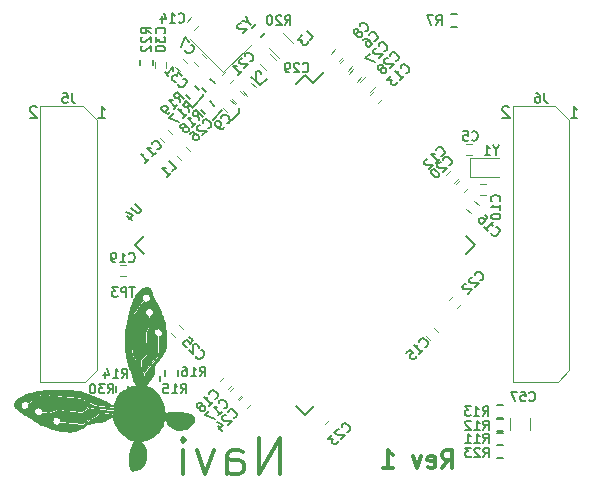
<source format=gbo>
G04 #@! TF.GenerationSoftware,KiCad,Pcbnew,(2017-02-19 revision a416f3a4e)-master*
G04 #@! TF.CreationDate,2017-04-29T21:27:28-07:00*
G04 #@! TF.ProjectId,Navi,4E6176692E6B696361645F7063620000,rev?*
G04 #@! TF.FileFunction,Legend,Bot*
G04 #@! TF.FilePolarity,Positive*
%FSLAX46Y46*%
G04 Gerber Fmt 4.6, Leading zero omitted, Abs format (unit mm)*
G04 Created by KiCad (PCBNEW (2017-02-19 revision a416f3a4e)-master) date 04/29/17 21:27:28*
%MOMM*%
%LPD*%
G01*
G04 APERTURE LIST*
%ADD10C,0.150000*%
%ADD11C,0.200000*%
%ADD12C,0.300000*%
%ADD13C,0.100000*%
%ADD14C,0.010000*%
%ADD15C,0.120000*%
%ADD16C,0.130000*%
G04 APERTURE END LIST*
D10*
D11*
X66400000Y-92200000D02*
X66400000Y-92400000D01*
X65600000Y-93200000D02*
X66400000Y-92400000D01*
X69400000Y-93400000D02*
X69400000Y-93800000D01*
X68800000Y-94400000D02*
X69400000Y-93800000D01*
X68000000Y-93600000D02*
X68000000Y-93600000D01*
X67200000Y-94400000D02*
X68000000Y-93600000D01*
D12*
X86635714Y-123878571D02*
X87135714Y-123164285D01*
X87492857Y-123878571D02*
X87492857Y-122378571D01*
X86921428Y-122378571D01*
X86778571Y-122450000D01*
X86707142Y-122521428D01*
X86635714Y-122664285D01*
X86635714Y-122878571D01*
X86707142Y-123021428D01*
X86778571Y-123092857D01*
X86921428Y-123164285D01*
X87492857Y-123164285D01*
X85421428Y-123807142D02*
X85564285Y-123878571D01*
X85850000Y-123878571D01*
X85992857Y-123807142D01*
X86064285Y-123664285D01*
X86064285Y-123092857D01*
X85992857Y-122950000D01*
X85850000Y-122878571D01*
X85564285Y-122878571D01*
X85421428Y-122950000D01*
X85350000Y-123092857D01*
X85350000Y-123235714D01*
X86064285Y-123378571D01*
X84850000Y-122878571D02*
X84492857Y-123878571D01*
X84135714Y-122878571D01*
X81635714Y-123878571D02*
X82492857Y-123878571D01*
X82064285Y-123878571D02*
X82064285Y-122378571D01*
X82207142Y-122592857D01*
X82350000Y-122735714D01*
X82492857Y-122807142D01*
X72871428Y-124357142D02*
X72871428Y-121357142D01*
X71157142Y-124357142D01*
X71157142Y-121357142D01*
X68442857Y-124357142D02*
X68442857Y-122785714D01*
X68585714Y-122500000D01*
X68871428Y-122357142D01*
X69442857Y-122357142D01*
X69728571Y-122500000D01*
X68442857Y-124214285D02*
X68728571Y-124357142D01*
X69442857Y-124357142D01*
X69728571Y-124214285D01*
X69871428Y-123928571D01*
X69871428Y-123642857D01*
X69728571Y-123357142D01*
X69442857Y-123214285D01*
X68728571Y-123214285D01*
X68442857Y-123071428D01*
X67300000Y-122357142D02*
X66585714Y-124357142D01*
X65871428Y-122357142D01*
X64728571Y-124357142D02*
X64728571Y-122357142D01*
X64728571Y-121357142D02*
X64871428Y-121500000D01*
X64728571Y-121642857D01*
X64585714Y-121500000D01*
X64728571Y-121357142D01*
X64728571Y-121642857D01*
D10*
X75689864Y-91299882D02*
X76609103Y-90380643D01*
X60610812Y-105000076D02*
X61353274Y-104257614D01*
X75000435Y-119389699D02*
X75742897Y-118647237D01*
X89390058Y-105000076D02*
X88647596Y-105742538D01*
X75000435Y-90610453D02*
X74257973Y-91352915D01*
X89390058Y-105000076D02*
X88647596Y-104257614D01*
X75000435Y-119389699D02*
X74257973Y-118647237D01*
X60610812Y-105000076D02*
X61353274Y-105742538D01*
X75000435Y-90610453D02*
X75689864Y-91299882D01*
D13*
X52600000Y-93200000D02*
X56200000Y-93200000D01*
X56200000Y-93200000D02*
X57400000Y-94400000D01*
X57400000Y-94400000D02*
X57400000Y-115600000D01*
X57400000Y-115600000D02*
X56400000Y-116600000D01*
X56400000Y-116600000D02*
X52600000Y-116600000D01*
X52600000Y-116600000D02*
X52600000Y-93200000D01*
X92600000Y-116600000D02*
X92600000Y-93200000D01*
X96400000Y-116600000D02*
X92600000Y-116600000D01*
X97400000Y-115600000D02*
X96400000Y-116600000D01*
X97400000Y-94400000D02*
X97400000Y-115600000D01*
X96200000Y-93200000D02*
X97400000Y-94400000D01*
X92600000Y-93200000D02*
X96200000Y-93200000D01*
D14*
G36*
X50467984Y-118269047D02*
X50408730Y-118412573D01*
X50392235Y-118555034D01*
X50410035Y-118657462D01*
X50426827Y-118702985D01*
X50448808Y-118743165D01*
X50482923Y-118785611D01*
X50536117Y-118837926D01*
X50615335Y-118907717D01*
X50717482Y-118994160D01*
X50837918Y-119092952D01*
X50945570Y-119174739D01*
X51054407Y-119248949D01*
X51178398Y-119325009D01*
X51331510Y-119412348D01*
X51363125Y-119429931D01*
X51509303Y-119512666D01*
X51659888Y-119600762D01*
X51800530Y-119685637D01*
X51916877Y-119758709D01*
X51955518Y-119784133D01*
X52148212Y-119912928D01*
X52304681Y-120015794D01*
X52430334Y-120095904D01*
X52530582Y-120156437D01*
X52610835Y-120200566D01*
X52676504Y-120231467D01*
X52732998Y-120252315D01*
X52771375Y-120262967D01*
X52999391Y-120329667D01*
X53265698Y-120428408D01*
X53353449Y-120464435D01*
X53453226Y-120501314D01*
X53581386Y-120541853D01*
X53716550Y-120579485D01*
X53775231Y-120594022D01*
X53921914Y-120628809D01*
X54088848Y-120668684D01*
X54246932Y-120706688D01*
X54294239Y-120718128D01*
X54447072Y-120747288D01*
X54631148Y-120770281D01*
X54829712Y-120786057D01*
X55026006Y-120793566D01*
X55203273Y-120791758D01*
X55322834Y-120782569D01*
X55433455Y-120757943D01*
X55576138Y-120709729D01*
X55740773Y-120642660D01*
X55917250Y-120561469D01*
X56095459Y-120470889D01*
X56265290Y-120375655D01*
X56416634Y-120280499D01*
X56461411Y-120249484D01*
X56581979Y-120177303D01*
X56725889Y-120117743D01*
X56898460Y-120069620D01*
X57105009Y-120031748D01*
X57350854Y-120002942D01*
X57641314Y-119982014D01*
X57667426Y-119980604D01*
X57774146Y-119966480D01*
X57882487Y-119932037D01*
X58010365Y-119871435D01*
X58023171Y-119864643D01*
X58138747Y-119804492D01*
X58260704Y-119743488D01*
X58365762Y-119693233D01*
X58381536Y-119686018D01*
X58471534Y-119642119D01*
X58549857Y-119598442D01*
X58594251Y-119568414D01*
X58642692Y-119531759D01*
X58672970Y-119514207D01*
X58688940Y-119533532D01*
X58712304Y-119591461D01*
X58738939Y-119677120D01*
X58749241Y-119715377D01*
X58828047Y-119970401D01*
X58928330Y-120198119D01*
X59059923Y-120420676D01*
X59067276Y-120431730D01*
X59179889Y-120595851D01*
X59278949Y-120728199D01*
X59375654Y-120841367D01*
X59481200Y-120947948D01*
X59606784Y-121060533D01*
X59685872Y-121127423D01*
X59848593Y-121258105D01*
X59985742Y-121355658D01*
X60105732Y-121424706D01*
X60216983Y-121469873D01*
X60327912Y-121495781D01*
X60365767Y-121500879D01*
X60465886Y-121517954D01*
X60519674Y-121544843D01*
X60531464Y-121587554D01*
X60505582Y-121652092D01*
X60491719Y-121675632D01*
X60446552Y-121762904D01*
X60405412Y-121864470D01*
X60394326Y-121898504D01*
X60364536Y-121987020D01*
X60322666Y-122097143D01*
X60279801Y-122200294D01*
X60238650Y-122302886D01*
X60204807Y-122402673D01*
X60185504Y-122478307D01*
X60185352Y-122479209D01*
X60173346Y-122550382D01*
X60155726Y-122653690D01*
X60135553Y-122771208D01*
X60127065Y-122820441D01*
X60097715Y-123026172D01*
X60087620Y-123206424D01*
X60096826Y-123382748D01*
X60125379Y-123576691D01*
X60128702Y-123594693D01*
X60163245Y-123766162D01*
X60196343Y-123893592D01*
X60231945Y-123983455D01*
X60274002Y-124042227D01*
X60326460Y-124076379D01*
X60393270Y-124092388D01*
X60434306Y-124095658D01*
X60516657Y-124089157D01*
X60630436Y-124066846D01*
X60760461Y-124033114D01*
X60891550Y-123992350D01*
X61008518Y-123948945D01*
X61096185Y-123907287D01*
X61105722Y-123901552D01*
X61186993Y-123832828D01*
X61278220Y-123721448D01*
X61381243Y-123565017D01*
X61438835Y-123467264D01*
X61509995Y-123309842D01*
X61555875Y-123138949D01*
X61571101Y-122976129D01*
X61569716Y-122942279D01*
X61566228Y-122842522D01*
X61567250Y-122728362D01*
X61569364Y-122678970D01*
X61566154Y-122470305D01*
X61529035Y-122288050D01*
X61505133Y-122221719D01*
X61451392Y-122119106D01*
X61372161Y-122002628D01*
X61281302Y-121890540D01*
X61192677Y-121801099D01*
X61173953Y-121785562D01*
X61083480Y-121711920D01*
X61029575Y-121661217D01*
X61006962Y-121627583D01*
X61010365Y-121605150D01*
X61011039Y-121604319D01*
X61044672Y-121590744D01*
X61115457Y-121576798D01*
X61209826Y-121564984D01*
X61238236Y-121562431D01*
X61351801Y-121548528D01*
X61462898Y-121523946D01*
X61579925Y-121485363D01*
X61711281Y-121429461D01*
X61865361Y-121352921D01*
X62050566Y-121252423D01*
X62116812Y-121215208D01*
X62197631Y-121161406D01*
X62300631Y-121081356D01*
X62413299Y-120985914D01*
X62523120Y-120885939D01*
X62617582Y-120792289D01*
X62665619Y-120739000D01*
X62773266Y-120588836D01*
X62875052Y-120406800D01*
X62964023Y-120208844D01*
X63033227Y-120010918D01*
X63035124Y-120002794D01*
X62808429Y-120272958D01*
X62795426Y-120307164D01*
X62762160Y-120365680D01*
X62711160Y-120442446D01*
X62695830Y-120463927D01*
X62633077Y-120550884D01*
X62575662Y-120630851D01*
X62535512Y-120687210D01*
X62534075Y-120689245D01*
X62492666Y-120734920D01*
X62457443Y-120753139D01*
X62455712Y-120752999D01*
X62453024Y-120743038D01*
X62255923Y-120977933D01*
X62243999Y-121002788D01*
X62230145Y-121020178D01*
X62191681Y-121054064D01*
X62166086Y-121057610D01*
X62160922Y-121028729D01*
X62193221Y-120996788D01*
X62231394Y-120979779D01*
X62255923Y-120977933D01*
X62453024Y-120743038D01*
X62450300Y-120732935D01*
X62479390Y-120682918D01*
X62501974Y-120653394D01*
X62556236Y-120584140D01*
X62602138Y-120522539D01*
X62614230Y-120505241D01*
X62671827Y-120420449D01*
X62690409Y-120394261D01*
X62122909Y-121070581D01*
X62115158Y-121082632D01*
X62074684Y-121110277D01*
X62014184Y-121146367D01*
X61946358Y-121183747D01*
X61883903Y-121215267D01*
X61839518Y-121233774D01*
X61829284Y-121235948D01*
X61829073Y-121226719D01*
X61853942Y-121210156D01*
X61905356Y-121180756D01*
X61976190Y-121139326D01*
X61999803Y-121125353D01*
X62064506Y-121090708D01*
X62112296Y-121071846D01*
X62122909Y-121070581D01*
X62690409Y-120394261D01*
X62710786Y-120365542D01*
X62740341Y-120327930D01*
X62763533Y-120301710D01*
X62798641Y-120269121D01*
X62808429Y-120272958D01*
X63035124Y-120002794D01*
X63055257Y-119916573D01*
X62828075Y-120187318D01*
X62836038Y-120218069D01*
X62832355Y-120224067D01*
X62809813Y-120237447D01*
X62807447Y-120236324D01*
X62802276Y-120208750D01*
X62803168Y-120199576D01*
X62819755Y-120182940D01*
X62828075Y-120187318D01*
X63055257Y-119916573D01*
X63075711Y-119828975D01*
X63081734Y-119784326D01*
X63092298Y-119700903D01*
X63102756Y-119639849D01*
X63109599Y-119617052D01*
X63132892Y-119614198D01*
X63162238Y-119655952D01*
X63198601Y-119744177D01*
X63238399Y-119865746D01*
X63290107Y-120017377D01*
X63345070Y-120133654D01*
X63412730Y-120229646D01*
X63502526Y-120320421D01*
X63547701Y-120359434D01*
X63754711Y-120506095D01*
X63970436Y-120604863D01*
X64200675Y-120657443D01*
X64451223Y-120665539D01*
X64558965Y-120656643D01*
X64777415Y-120620033D01*
X64959422Y-120560463D01*
X65116197Y-120472564D01*
X65258957Y-120350962D01*
X65309917Y-120296969D01*
X65385553Y-120206928D01*
X65455841Y-120113255D01*
X65506169Y-120035484D01*
X65508017Y-120032149D01*
X65582242Y-119892032D01*
X65630012Y-119786350D01*
X65652031Y-119706603D01*
X65649002Y-119644298D01*
X65621631Y-119590935D01*
X65570619Y-119538020D01*
X65550392Y-119520610D01*
X65418469Y-119431793D01*
X65238873Y-119345949D01*
X65014707Y-119264497D01*
X64942573Y-119242131D01*
X64764355Y-119193638D01*
X64612720Y-119165245D01*
X64468607Y-119154747D01*
X64312958Y-119159938D01*
X64265718Y-119163813D01*
X64172071Y-119169772D01*
X64098454Y-119169886D01*
X64059185Y-119164207D01*
X64057391Y-119163081D01*
X64026362Y-119158570D01*
X63953175Y-119156896D01*
X63846389Y-119157986D01*
X63714561Y-119161763D01*
X63585604Y-119167205D01*
X63151960Y-119188093D01*
X63011928Y-119354977D01*
X63026847Y-119377145D01*
X63026784Y-119447028D01*
X63011775Y-119563813D01*
X62999838Y-119633192D01*
X62982206Y-119733909D01*
X62965761Y-119834031D01*
X62960615Y-119867487D01*
X62946645Y-119945616D01*
X62931342Y-119984374D01*
X62926741Y-119986595D01*
X62535622Y-120452711D01*
X62536355Y-120454533D01*
X62525789Y-120490802D01*
X62485727Y-120552685D01*
X62423947Y-120631273D01*
X62348222Y-120717661D01*
X62266326Y-120802936D01*
X62186034Y-120878195D01*
X62121144Y-120930300D01*
X62045055Y-120980226D01*
X61954332Y-121033470D01*
X61913759Y-121055370D01*
X61766568Y-121230785D01*
X61775893Y-121243163D01*
X61768655Y-121254642D01*
X61748096Y-121264684D01*
X61744798Y-121256729D01*
X61761846Y-121231683D01*
X61766568Y-121230785D01*
X61913759Y-121055370D01*
X61860021Y-121084376D01*
X61834723Y-121096875D01*
X61688923Y-121270633D01*
X61706135Y-121286591D01*
X61702145Y-121294391D01*
X61664864Y-121309983D01*
X61656269Y-121309548D01*
X61639057Y-121293588D01*
X61643048Y-121285789D01*
X61680328Y-121270196D01*
X61688923Y-121270633D01*
X61834723Y-121096875D01*
X61773166Y-121127289D01*
X61704813Y-121156555D01*
X61700912Y-121157556D01*
X61566808Y-121317375D01*
X61568374Y-121335267D01*
X61550481Y-121336832D01*
X61548916Y-121318940D01*
X61566808Y-121317375D01*
X61700912Y-121157556D01*
X61666008Y-121166518D01*
X61662174Y-121165294D01*
X61672077Y-121149701D01*
X61697621Y-121136658D01*
X61865968Y-121052008D01*
X62042076Y-120933785D01*
X62210912Y-120793814D01*
X62357441Y-120643921D01*
X62415103Y-120572365D01*
X62478004Y-120492345D01*
X62517307Y-120453306D01*
X62535622Y-120452711D01*
X62926741Y-119986595D01*
X62909286Y-119995022D01*
X62899622Y-119994290D01*
X62893952Y-119970221D01*
X62901101Y-119910194D01*
X62919510Y-119826971D01*
X62920516Y-119823124D01*
X62956736Y-119666198D01*
X62963430Y-119625907D01*
X62826985Y-119788516D01*
X62835096Y-119824766D01*
X62824842Y-119894217D01*
X62799260Y-119984003D01*
X62761385Y-120081248D01*
X62754250Y-120096934D01*
X62706130Y-120195906D01*
X62673264Y-120252085D01*
X62652771Y-120270132D01*
X62648215Y-120268499D01*
X62653223Y-120243618D01*
X62674679Y-120186081D01*
X62701657Y-120122687D01*
X62736946Y-120036742D01*
X62762965Y-119961095D01*
X62766006Y-119948602D01*
X62388106Y-120398966D01*
X62376897Y-120432682D01*
X62337025Y-120491589D01*
X62276904Y-120566153D01*
X62204949Y-120646838D01*
X62129577Y-120724111D01*
X62059203Y-120788439D01*
X62013683Y-120823171D01*
X61936323Y-120869140D01*
X61892605Y-120885014D01*
X61885579Y-120872457D01*
X61918300Y-120833130D01*
X61961458Y-120794723D01*
X62023127Y-120739581D01*
X62104739Y-120661460D01*
X62191593Y-120574537D01*
X62218363Y-120546898D01*
X62289500Y-120475663D01*
X62346458Y-120424028D01*
X62381275Y-120398933D01*
X62388106Y-120398966D01*
X62766006Y-119948602D01*
X62771846Y-119924614D01*
X62781552Y-119877709D01*
X62523839Y-120184838D01*
X62504092Y-120213881D01*
X62477857Y-120238937D01*
X62475733Y-120234160D01*
X62448456Y-120266668D01*
X62450021Y-120284560D01*
X62432129Y-120286125D01*
X62430564Y-120268233D01*
X62448456Y-120266668D01*
X62475733Y-120234160D01*
X62473870Y-120229968D01*
X62504727Y-120187975D01*
X62514687Y-120181324D01*
X62523839Y-120184838D01*
X62781552Y-119877709D01*
X62787460Y-119849154D01*
X62799295Y-119819348D01*
X62573935Y-120087922D01*
X62561002Y-120109662D01*
X62536249Y-120131897D01*
X62529354Y-120126625D01*
X62546561Y-120096685D01*
X62559111Y-120088042D01*
X62573935Y-120087922D01*
X62799295Y-119819348D01*
X62807148Y-119799571D01*
X62826062Y-119787824D01*
X62826985Y-119788516D01*
X62963430Y-119625907D01*
X62974199Y-119561080D01*
X62866691Y-119689204D01*
X62868257Y-119707096D01*
X62850364Y-119708661D01*
X62848799Y-119690769D01*
X62866691Y-119689204D01*
X62974199Y-119561080D01*
X62980772Y-119521522D01*
X62989810Y-119406224D01*
X62989815Y-119400736D01*
X63000407Y-119362350D01*
X63011928Y-119354977D01*
X63151960Y-119188093D01*
X63134781Y-119188921D01*
X63103858Y-118937048D01*
X63068167Y-118740674D01*
X63067358Y-118737758D01*
X62986286Y-118834376D01*
X63002600Y-118856000D01*
X63018835Y-118914063D01*
X63032801Y-118994245D01*
X63042306Y-119082229D01*
X63045160Y-119163696D01*
X63042768Y-119203490D01*
X63033785Y-119277257D01*
X63027098Y-119311746D01*
X63018648Y-119318076D01*
X63004726Y-119307669D01*
X62992339Y-119274219D01*
X62984646Y-119210066D01*
X62983704Y-119184539D01*
X62981314Y-119088378D01*
X62977500Y-118982170D01*
X62976378Y-118956672D01*
X62976035Y-118885960D01*
X62981455Y-118841715D01*
X62986286Y-118834376D01*
X63067358Y-118737758D01*
X63010688Y-118533370D01*
X62999939Y-118503005D01*
X62915907Y-118603151D01*
X62917472Y-118621043D01*
X62899580Y-118622608D01*
X62898015Y-118604716D01*
X62915907Y-118603151D01*
X62999939Y-118503005D01*
X62972139Y-118424469D01*
X62917345Y-118295596D01*
X62849979Y-118156565D01*
X62792793Y-118049411D01*
X62751550Y-118098562D01*
X62777882Y-118145874D01*
X62809610Y-118215332D01*
X62841208Y-118293978D01*
X62867151Y-118368854D01*
X62881916Y-118426999D01*
X62882235Y-118429056D01*
X62898690Y-118481115D01*
X62912911Y-118501165D01*
X62923501Y-118532179D01*
X62919374Y-118539745D01*
X62889054Y-118544042D01*
X62875009Y-118535676D01*
X62851646Y-118497602D01*
X62850924Y-118484996D01*
X62844341Y-118449396D01*
X62823312Y-118380636D01*
X62792186Y-118292754D01*
X62787842Y-118281234D01*
X62757399Y-118193693D01*
X62744645Y-118146893D01*
X62659274Y-118248634D01*
X62689285Y-118295053D01*
X62725741Y-118367870D01*
X62763462Y-118456315D01*
X62797267Y-118549617D01*
X62810028Y-118591029D01*
X62824487Y-118657885D01*
X62839961Y-118756969D01*
X62855513Y-118878265D01*
X62870211Y-119011757D01*
X62883118Y-119147433D01*
X62893300Y-119275277D01*
X62899822Y-119385273D01*
X62901751Y-119467408D01*
X62898151Y-119511667D01*
X62896309Y-119515603D01*
X62886546Y-119518889D01*
X62679399Y-119765756D01*
X62685862Y-119802243D01*
X62679099Y-119858870D01*
X62678114Y-119862904D01*
X62652163Y-119938655D01*
X62622576Y-119985123D01*
X62615784Y-119986957D01*
X61788499Y-120972877D01*
X61775301Y-120987286D01*
X61769023Y-120990766D01*
X61470228Y-121346857D01*
X61479553Y-121359235D01*
X61472315Y-121370714D01*
X61451756Y-121380756D01*
X61448458Y-121372801D01*
X61465506Y-121347755D01*
X61470228Y-121346857D01*
X61769023Y-120990766D01*
X61730087Y-121012352D01*
X61668437Y-121040974D01*
X61605933Y-121066053D01*
X61588831Y-121071221D01*
X61438195Y-121250742D01*
X61437229Y-121254466D01*
X61408631Y-121260729D01*
X61399517Y-121259894D01*
X61387564Y-121254382D01*
X61251011Y-121417120D01*
X61252576Y-121435012D01*
X61234684Y-121436577D01*
X61233119Y-121418685D01*
X61251011Y-121417120D01*
X61387564Y-121254382D01*
X61377166Y-121249588D01*
X61378133Y-121245864D01*
X61406730Y-121239601D01*
X61415844Y-121240437D01*
X61438195Y-121250742D01*
X61588831Y-121071221D01*
X61558153Y-121080492D01*
X61549767Y-121081648D01*
X61547306Y-121074404D01*
X61583806Y-121052789D01*
X61643270Y-121025092D01*
X61717667Y-120994510D01*
X61770708Y-120975854D01*
X61788499Y-120972877D01*
X62615784Y-119986957D01*
X62595852Y-119992341D01*
X62594394Y-119991236D01*
X62591883Y-119961570D01*
X62605610Y-119909465D01*
X62629878Y-119841344D01*
X62645910Y-119794073D01*
X62664489Y-119759628D01*
X62679399Y-119765756D01*
X62886546Y-119518889D01*
X62869407Y-119524658D01*
X62865763Y-119522370D01*
X62858079Y-119492356D01*
X62855796Y-119465096D01*
X62684639Y-119669073D01*
X62686204Y-119686965D01*
X62668312Y-119688530D01*
X62666747Y-119670638D01*
X62684639Y-119669073D01*
X62855796Y-119465096D01*
X62852580Y-119426687D01*
X62852118Y-119409197D01*
X62479486Y-119853283D01*
X62480744Y-119865478D01*
X62464625Y-119943226D01*
X62428087Y-120038205D01*
X62381152Y-120128314D01*
X62333835Y-120191452D01*
X62332361Y-120192839D01*
X62261221Y-120258768D01*
X62275496Y-120231637D01*
X62142005Y-120390726D01*
X62154719Y-120408613D01*
X62146603Y-120444797D01*
X62134357Y-120463177D01*
X62099981Y-120497507D01*
X62040885Y-120550776D01*
X61988440Y-120595751D01*
X61919245Y-120651978D01*
X61861592Y-120695593D01*
X61834702Y-120713230D01*
X61795139Y-120736678D01*
X61785624Y-120743889D01*
X61751606Y-120756144D01*
X61742122Y-120757123D01*
X61738830Y-120750142D01*
X61448312Y-121096367D01*
X61457638Y-121108744D01*
X61450400Y-121120224D01*
X61429841Y-121130266D01*
X61426543Y-121122311D01*
X61426722Y-121122047D01*
X61319926Y-121249322D01*
X61332493Y-121260089D01*
X61329948Y-121263772D01*
X61303022Y-121268857D01*
X61267326Y-121269251D01*
X61230157Y-121266740D01*
X61243444Y-121260718D01*
X61266143Y-121255741D01*
X61319926Y-121249322D01*
X61426722Y-121122047D01*
X61443591Y-121097265D01*
X61448312Y-121096367D01*
X61738830Y-120750142D01*
X61737051Y-120746368D01*
X61769760Y-120716242D01*
X61774684Y-120712605D01*
X61829763Y-120668628D01*
X61904953Y-120603845D01*
X61986039Y-120531052D01*
X62058809Y-120463048D01*
X62109050Y-120412631D01*
X62114142Y-120406943D01*
X62142005Y-120390726D01*
X62275496Y-120231637D01*
X62327786Y-120132257D01*
X62370415Y-120046066D01*
X62405911Y-119965394D01*
X62418931Y-119930590D01*
X62441098Y-119881477D01*
X62464614Y-119852198D01*
X62479486Y-119853283D01*
X62852118Y-119409197D01*
X62850627Y-119352709D01*
X62724227Y-119503347D01*
X62725792Y-119521239D01*
X62707900Y-119522805D01*
X62706335Y-119504913D01*
X62724227Y-119503347D01*
X62850627Y-119352709D01*
X62842056Y-119113401D01*
X62819500Y-118885107D01*
X62784594Y-118676613D01*
X62738967Y-118496706D01*
X62727436Y-118466668D01*
X62635167Y-118576629D01*
X62654576Y-118598648D01*
X62676610Y-118660753D01*
X62699257Y-118752440D01*
X62720505Y-118863208D01*
X62738341Y-118982554D01*
X62750752Y-119099975D01*
X62755729Y-119204970D01*
X62755734Y-119205893D01*
X62754952Y-119333039D01*
X62750411Y-119415361D01*
X62741191Y-119458752D01*
X62726369Y-119469110D01*
X62721934Y-119466569D01*
X62502430Y-119728164D01*
X62510413Y-119738403D01*
X62504569Y-119781330D01*
X62495290Y-119795941D01*
X62473070Y-119805449D01*
X61366742Y-121123920D01*
X61371954Y-121134681D01*
X61341932Y-121145565D01*
X61281561Y-121155996D01*
X61266230Y-121157789D01*
X61252230Y-121158817D01*
X61165354Y-121262352D01*
X61182566Y-121278310D01*
X61178576Y-121286110D01*
X61141295Y-121301702D01*
X61132700Y-121301267D01*
X61115488Y-121285307D01*
X61119479Y-121277508D01*
X61156759Y-121261915D01*
X61165354Y-121262352D01*
X61252230Y-121158817D01*
X61211366Y-121161821D01*
X61202999Y-121156164D01*
X61225792Y-121144550D01*
X61276760Y-121129219D01*
X61329640Y-121121944D01*
X61366742Y-121123920D01*
X62473070Y-119805449D01*
X62469416Y-119807013D01*
X62461433Y-119796776D01*
X62467277Y-119753847D01*
X62476557Y-119739236D01*
X62502430Y-119728164D01*
X62721934Y-119466569D01*
X62715562Y-119462919D01*
X62708507Y-119431521D01*
X62712295Y-119372983D01*
X62712828Y-119369442D01*
X62715202Y-119333385D01*
X62569934Y-119506509D01*
X62574815Y-119540643D01*
X62550482Y-119597976D01*
X62525695Y-119635175D01*
X62513525Y-119636336D01*
X62515075Y-119597773D01*
X62515783Y-119593700D01*
X62519908Y-119576902D01*
X62060945Y-120123873D01*
X62033727Y-120183928D01*
X61995131Y-120243683D01*
X61941301Y-120299118D01*
X61886580Y-120337916D01*
X61869068Y-120342093D01*
X61390561Y-120912356D01*
X61389595Y-120916080D01*
X61374258Y-120919439D01*
X61078275Y-121272178D01*
X61076157Y-121286528D01*
X61029458Y-121291422D01*
X61016835Y-121291166D01*
X61001249Y-121290113D01*
X60895602Y-121416018D01*
X60915881Y-121436907D01*
X60913372Y-121444106D01*
X60887212Y-121445007D01*
X60824255Y-121440668D01*
X60738125Y-121432028D01*
X60738032Y-121432017D01*
X60652558Y-121420017D01*
X60591135Y-121406852D01*
X60567006Y-121395364D01*
X60567002Y-121395321D01*
X60587828Y-121386537D01*
X60640845Y-121388250D01*
X60649706Y-121389385D01*
X60730347Y-121396019D01*
X60798159Y-121395251D01*
X60850194Y-121399519D01*
X60895602Y-121416018D01*
X61001249Y-121290113D01*
X60979667Y-121288655D01*
X60992954Y-121282633D01*
X61015653Y-121277656D01*
X61062267Y-121270849D01*
X61078275Y-121272178D01*
X61374258Y-120919439D01*
X61360997Y-120922343D01*
X61351883Y-120921508D01*
X61329532Y-120911202D01*
X61330499Y-120907478D01*
X61304833Y-120938065D01*
X61276299Y-120946101D01*
X61228203Y-120950358D01*
X61214217Y-120950007D01*
X61032065Y-121167087D01*
X61014107Y-121171846D01*
X61008816Y-121172298D01*
X60914863Y-121284267D01*
X60931499Y-121300853D01*
X60927122Y-121309173D01*
X60896370Y-121317135D01*
X60890373Y-121313453D01*
X60876992Y-121290911D01*
X60878116Y-121288546D01*
X60905689Y-121283374D01*
X60914863Y-121284267D01*
X61008816Y-121172298D01*
X60958871Y-121176569D01*
X60918759Y-121178508D01*
X60824007Y-121291429D01*
X60817477Y-121301287D01*
X60781675Y-121302426D01*
X60734508Y-121293240D01*
X60719301Y-121281443D01*
X60737596Y-121270546D01*
X60779141Y-121273491D01*
X60819045Y-121287904D01*
X60824007Y-121291429D01*
X60918759Y-121178508D01*
X60904971Y-121179175D01*
X60823486Y-121175949D01*
X60761816Y-121162300D01*
X60755307Y-121158295D01*
X60669406Y-121260669D01*
X60679448Y-121281226D01*
X60671493Y-121284524D01*
X60646447Y-121267477D01*
X60645549Y-121262755D01*
X60657927Y-121253429D01*
X60669406Y-121260669D01*
X60755307Y-121158295D01*
X60741652Y-121149895D01*
X60744164Y-121132428D01*
X60792776Y-121129445D01*
X60868746Y-121137808D01*
X60951249Y-121150498D01*
X61010620Y-121161295D01*
X61032065Y-121167087D01*
X61214217Y-120950007D01*
X61181161Y-120949176D01*
X61167901Y-120943193D01*
X61196435Y-120935156D01*
X61244530Y-120930900D01*
X61291572Y-120932081D01*
X61304833Y-120938065D01*
X61330499Y-120907478D01*
X61359096Y-120901215D01*
X61368210Y-120902051D01*
X61390561Y-120912356D01*
X61869068Y-120342093D01*
X61845307Y-120347762D01*
X61843644Y-120347191D01*
X61833967Y-120331191D01*
X61864725Y-120301610D01*
X61883516Y-120288456D01*
X61933822Y-120252389D01*
X61961387Y-120228605D01*
X61961992Y-120227763D01*
X61985027Y-120200965D01*
X62015884Y-120168956D01*
X62060945Y-120123873D01*
X62519908Y-119576902D01*
X62532889Y-119524058D01*
X62552527Y-119499570D01*
X62569934Y-119506509D01*
X62715202Y-119333385D01*
X62719117Y-119273935D01*
X62717368Y-119199986D01*
X62565279Y-119381239D01*
X62570132Y-119390625D01*
X62567235Y-119432117D01*
X62563172Y-119438435D01*
X62542332Y-119438924D01*
X62537479Y-119429540D01*
X62540376Y-119388047D01*
X62544439Y-119381730D01*
X62565279Y-119381239D01*
X62717368Y-119199986D01*
X62716105Y-119146545D01*
X62705287Y-119005026D01*
X62688158Y-118867132D01*
X62666211Y-118750621D01*
X62658155Y-118719852D01*
X62639078Y-118643987D01*
X62631463Y-118591960D01*
X62635167Y-118576629D01*
X62727436Y-118466668D01*
X62684254Y-118354176D01*
X62655392Y-118301852D01*
X62638042Y-118258314D01*
X62640890Y-118239384D01*
X62659274Y-118248634D01*
X62744645Y-118146893D01*
X62738678Y-118124996D01*
X62735160Y-118088270D01*
X62736138Y-118086356D01*
X62751550Y-118098562D01*
X62792793Y-118049411D01*
X62776292Y-118018492D01*
X62772471Y-118011966D01*
X62533230Y-118297081D01*
X62554425Y-118317214D01*
X62581854Y-118368405D01*
X62608287Y-118432725D01*
X62626491Y-118492253D01*
X62629233Y-118529061D01*
X62627833Y-118531552D01*
X62610815Y-118521155D01*
X62584126Y-118474647D01*
X62567196Y-118435877D01*
X62539825Y-118367104D01*
X62527298Y-118335242D01*
X62410723Y-118474171D01*
X62423990Y-118487054D01*
X62444817Y-118536348D01*
X62469056Y-118609027D01*
X62492562Y-118692069D01*
X62511192Y-118772450D01*
X62517857Y-118810799D01*
X62528667Y-118859409D01*
X62539921Y-118873328D01*
X62540441Y-118872794D01*
X62549639Y-118887577D01*
X62561196Y-118940272D01*
X62569514Y-118996208D01*
X62577452Y-119093042D01*
X62572250Y-119149305D01*
X62554410Y-119161028D01*
X62549030Y-119157396D01*
X62540991Y-119129421D01*
X62530921Y-119065980D01*
X62529512Y-119054113D01*
X62365775Y-119249246D01*
X62373630Y-119270829D01*
X62377187Y-119326040D01*
X62376771Y-119397919D01*
X62372709Y-119469505D01*
X62365328Y-119523837D01*
X62360186Y-119539830D01*
X62341865Y-119583461D01*
X62324924Y-119632495D01*
X62273175Y-119759941D01*
X62219681Y-119842602D01*
X62192255Y-119872205D01*
X62185692Y-119859192D01*
X62186776Y-119848826D01*
X62188251Y-119844376D01*
X61589444Y-120558006D01*
X61586544Y-120562819D01*
X61551974Y-120590837D01*
X61506627Y-120619095D01*
X61431124Y-120646306D01*
X61388192Y-120654929D01*
X61135801Y-120955716D01*
X61121628Y-120962431D01*
X61070557Y-120967420D01*
X60996471Y-120970360D01*
X60913253Y-120970932D01*
X60834785Y-120968815D01*
X60829046Y-120968335D01*
X60503564Y-121356229D01*
X60525799Y-121380983D01*
X60520527Y-121387877D01*
X60490587Y-121370671D01*
X60481944Y-121358121D01*
X60481824Y-121343297D01*
X60503564Y-121356229D01*
X60829046Y-120968335D01*
X60777208Y-120964010D01*
X60750271Y-120958886D01*
X60432527Y-121337559D01*
X60434827Y-121342652D01*
X60408319Y-121348110D01*
X60379664Y-121349120D01*
X60346027Y-121341070D01*
X60346732Y-121329093D01*
X60381921Y-121318719D01*
X60401895Y-121322625D01*
X60432527Y-121337559D01*
X60750271Y-120958886D01*
X60722380Y-120953581D01*
X60580711Y-121122417D01*
X60578086Y-121133888D01*
X60544848Y-121137618D01*
X60491039Y-121131363D01*
X60460013Y-121123918D01*
X60430625Y-121112900D01*
X60374887Y-121179325D01*
X60380219Y-121209089D01*
X60376870Y-121214146D01*
X60346703Y-121217932D01*
X60330207Y-121208149D01*
X60317983Y-121181817D01*
X60328226Y-121173329D01*
X60368805Y-121175485D01*
X60374887Y-121179325D01*
X60430625Y-121112900D01*
X60397357Y-121100429D01*
X60319874Y-121063500D01*
X60279781Y-121041806D01*
X60128681Y-121221881D01*
X60118830Y-121245550D01*
X60088126Y-121249749D01*
X60051845Y-121233405D01*
X59995424Y-121197194D01*
X59931520Y-121150746D01*
X59872794Y-121103690D01*
X59831906Y-121065654D01*
X59821113Y-121046647D01*
X59847355Y-121051009D01*
X59900278Y-121079476D01*
X59943450Y-121108308D01*
X60014946Y-121155633D01*
X60076377Y-121189936D01*
X60099237Y-121199255D01*
X60128681Y-121221881D01*
X60279781Y-121041806D01*
X60239315Y-121019910D01*
X60170537Y-120978312D01*
X60106760Y-121054318D01*
X60125893Y-121075739D01*
X60100462Y-121077322D01*
X60094399Y-121076597D01*
X60047266Y-121065196D01*
X60033394Y-121058057D01*
X60036325Y-121040219D01*
X60045755Y-121035780D01*
X60087729Y-121042149D01*
X60106760Y-121054318D01*
X60170537Y-120978312D01*
X60167432Y-120976435D01*
X60115974Y-120939851D01*
X60096693Y-120916935D01*
X60097493Y-120914848D01*
X60123359Y-120919547D01*
X60183447Y-120942718D01*
X60266643Y-120979908D01*
X60302203Y-120996886D01*
X60397274Y-121042117D01*
X60479078Y-121079353D01*
X60533621Y-121102273D01*
X60542682Y-121105448D01*
X60580711Y-121122417D01*
X60722380Y-120953581D01*
X60695342Y-120948439D01*
X60626943Y-120928161D01*
X60585049Y-120907772D01*
X60579522Y-120894300D01*
X60608643Y-120892756D01*
X60671438Y-120903019D01*
X60733829Y-120917685D01*
X60840103Y-120938521D01*
X60950893Y-120949750D01*
X60999976Y-120950354D01*
X61074290Y-120949572D01*
X61124657Y-120952664D01*
X61135801Y-120955716D01*
X61388192Y-120654929D01*
X61307332Y-120671171D01*
X61137729Y-120693204D01*
X61116463Y-120695426D01*
X61058912Y-120686117D01*
X61036120Y-120673130D01*
X61042064Y-120657723D01*
X61095443Y-120643733D01*
X61192901Y-120631939D01*
X61224412Y-120629376D01*
X61326127Y-120619507D01*
X61408033Y-120607385D01*
X61457211Y-120595092D01*
X61464762Y-120590663D01*
X61495260Y-120571258D01*
X61538430Y-120556552D01*
X61575936Y-120550737D01*
X61589444Y-120558006D01*
X62188251Y-119844376D01*
X62203208Y-119799241D01*
X62236403Y-119731937D01*
X62245663Y-119715873D01*
X62275952Y-119645244D01*
X62304435Y-119545602D01*
X62324905Y-119438751D01*
X62339309Y-119348368D01*
X62348815Y-119303025D01*
X61784868Y-119975111D01*
X61784182Y-120002018D01*
X61750935Y-120033398D01*
X61688810Y-120080237D01*
X61632537Y-120124705D01*
X61567598Y-120167357D01*
X61510310Y-120192353D01*
X61475281Y-120200057D01*
X61477105Y-120189538D01*
X61517420Y-120154576D01*
X61521036Y-120151617D01*
X61581515Y-120106991D01*
X61632900Y-120076662D01*
X61635306Y-120075604D01*
X61686329Y-120041552D01*
X61721412Y-120006937D01*
X61759799Y-119975819D01*
X61784868Y-119975111D01*
X62348815Y-119303025D01*
X62353363Y-119281330D01*
X62364380Y-119250099D01*
X62365775Y-119249246D01*
X62529512Y-119054113D01*
X62523152Y-119000538D01*
X62518219Y-118968860D01*
X61908575Y-119695405D01*
X61895642Y-119717145D01*
X61870889Y-119739380D01*
X61863995Y-119734108D01*
X61881201Y-119704169D01*
X61893751Y-119695525D01*
X61908575Y-119695405D01*
X62518219Y-118968860D01*
X62511676Y-118926833D01*
X61433971Y-120211191D01*
X61435537Y-120229083D01*
X61417645Y-120230648D01*
X61416079Y-120212756D01*
X61433971Y-120211191D01*
X62511676Y-118926833D01*
X62506996Y-118896772D01*
X62506325Y-118893694D01*
X61381860Y-120233779D01*
X61383426Y-120251671D01*
X61365534Y-120253237D01*
X61363968Y-120235344D01*
X61381860Y-120233779D01*
X62506325Y-118893694D01*
X62480222Y-118773730D01*
X62452488Y-118671368D01*
X62427523Y-118582031D01*
X62412370Y-118512495D01*
X62409833Y-118475991D01*
X62410723Y-118474171D01*
X62527298Y-118335242D01*
X62521506Y-118320506D01*
X62517697Y-118310460D01*
X62531916Y-118297224D01*
X62533230Y-118297081D01*
X62772471Y-118011966D01*
X62702523Y-117892489D01*
X62676601Y-117853065D01*
X62634707Y-117902993D01*
X62665874Y-117941945D01*
X62691283Y-117993464D01*
X62703947Y-118039383D01*
X62696879Y-118061532D01*
X62695751Y-118061703D01*
X62666654Y-118043308D01*
X62630723Y-117995275D01*
X62626559Y-117988084D01*
X62600670Y-117929077D01*
X62599017Y-117894412D01*
X62620739Y-117893085D01*
X62634707Y-117902993D01*
X62676601Y-117853065D01*
X62634922Y-117789672D01*
X62579731Y-117721155D01*
X62573591Y-117715157D01*
X62554605Y-117693606D01*
X62574300Y-117698279D01*
X62602759Y-117711854D01*
X62650283Y-117734349D01*
X62659119Y-117730298D01*
X62636029Y-117695848D01*
X62634520Y-117693760D01*
X62559549Y-117602844D01*
X62534163Y-117576268D01*
X62512786Y-117601745D01*
X62522828Y-117622302D01*
X62514873Y-117625601D01*
X62489827Y-117608553D01*
X62488929Y-117603831D01*
X62501306Y-117594505D01*
X62512786Y-117601745D01*
X62534163Y-117576268D01*
X62457409Y-117495919D01*
X62380818Y-117423137D01*
X62359606Y-117448416D01*
X62398338Y-117483583D01*
X62404973Y-117496665D01*
X62396512Y-117493803D01*
X62346745Y-117458219D01*
X62318352Y-117428889D01*
X62311869Y-117414714D01*
X62337962Y-117431114D01*
X62359606Y-117448416D01*
X62380818Y-117423137D01*
X62342268Y-117386503D01*
X62236298Y-117295023D01*
X62163473Y-117381812D01*
X62225527Y-117439213D01*
X62300456Y-117513392D01*
X62381158Y-117597414D01*
X62460528Y-117684347D01*
X62498232Y-117727598D01*
X62548075Y-117791375D01*
X62576157Y-117838619D01*
X62576860Y-117858375D01*
X62547203Y-117852812D01*
X62544364Y-117847866D01*
X62523236Y-117818354D01*
X62472392Y-117759113D01*
X62397744Y-117676628D01*
X62305201Y-117577384D01*
X62200674Y-117467868D01*
X62184962Y-117451658D01*
X62111410Y-117539315D01*
X62191933Y-117611351D01*
X62212241Y-117630567D01*
X62318119Y-117736040D01*
X62405570Y-117832151D01*
X62469658Y-117912719D01*
X62505448Y-117971564D01*
X62508711Y-118001755D01*
X62484435Y-118000208D01*
X62467506Y-117981708D01*
X62419211Y-117917764D01*
X62347260Y-117833656D01*
X62265009Y-117744017D01*
X62226574Y-117704930D01*
X62151879Y-117793947D01*
X62236562Y-117875365D01*
X62320838Y-117966152D01*
X62397983Y-118058112D01*
X62461270Y-118143050D01*
X62503974Y-118212773D01*
X62519371Y-118259084D01*
X62516166Y-118269478D01*
X62495448Y-118262841D01*
X62465876Y-118222552D01*
X62465271Y-118221465D01*
X62434461Y-118176878D01*
X62377871Y-118104754D01*
X62303738Y-118015291D01*
X62225736Y-117924868D01*
X62142082Y-118024564D01*
X62189521Y-118074563D01*
X62239454Y-118138440D01*
X62283225Y-118206791D01*
X62293008Y-118225076D01*
X62334137Y-118305386D01*
X62373137Y-118380660D01*
X62391209Y-118427855D01*
X62381485Y-118442437D01*
X62377918Y-118441424D01*
X62350049Y-118413464D01*
X62310796Y-118352898D01*
X62274077Y-118283628D01*
X62241368Y-118224047D01*
X62080634Y-118415602D01*
X62116621Y-118447279D01*
X62128582Y-118461477D01*
X62176256Y-118533920D01*
X62220587Y-118625162D01*
X62257040Y-118721861D01*
X62281076Y-118810677D01*
X62288159Y-118878271D01*
X62279977Y-118906595D01*
X62262406Y-118906476D01*
X62255947Y-118885839D01*
X62235026Y-118812391D01*
X62199470Y-118718306D01*
X62187356Y-118690745D01*
X61976396Y-118942157D01*
X61991130Y-118979865D01*
X61999852Y-119053805D01*
X62002433Y-119149750D01*
X61998746Y-119253475D01*
X61988663Y-119350752D01*
X61980476Y-119395758D01*
X61961841Y-119478995D01*
X61950780Y-119523470D01*
X61943802Y-119539996D01*
X61937413Y-119539390D01*
X61934776Y-119537223D01*
X61934625Y-119535505D01*
X61329749Y-120256367D01*
X61331315Y-120274260D01*
X61313422Y-120275825D01*
X61311857Y-120257933D01*
X61329749Y-120256367D01*
X61934625Y-119535505D01*
X61932402Y-119510110D01*
X61935287Y-119449098D01*
X61249495Y-120266393D01*
X61258821Y-120278770D01*
X61251583Y-120290250D01*
X61231024Y-120300291D01*
X61227726Y-120292336D01*
X61244773Y-120267290D01*
X61249495Y-120266393D01*
X61935287Y-119449098D01*
X61935358Y-119447604D01*
X61940883Y-119384850D01*
X61949697Y-119272570D01*
X61955671Y-119146804D01*
X61957038Y-119083411D01*
X61957444Y-119073641D01*
X60674893Y-120602126D01*
X60676458Y-120620018D01*
X60658566Y-120621583D01*
X60657000Y-120603691D01*
X60674893Y-120602126D01*
X61957444Y-119073641D01*
X61960307Y-119004784D01*
X61963234Y-118984407D01*
X60821369Y-120345228D01*
X60827649Y-120360805D01*
X60796525Y-120364621D01*
X60792022Y-120363747D01*
X60609922Y-120580766D01*
X60619964Y-120601324D01*
X60612009Y-120604622D01*
X60586963Y-120587575D01*
X60586066Y-120582853D01*
X60598443Y-120573527D01*
X60609922Y-120580766D01*
X60792022Y-120363747D01*
X60736128Y-120352912D01*
X60721818Y-120348625D01*
X60544951Y-120559407D01*
X60546517Y-120577299D01*
X60528625Y-120578864D01*
X60527059Y-120560972D01*
X60544951Y-120559407D01*
X60721818Y-120348625D01*
X60708032Y-120344496D01*
X60625687Y-120309080D01*
X60623503Y-120307731D01*
X60434468Y-120533015D01*
X60436033Y-120550907D01*
X60418141Y-120552472D01*
X60416576Y-120534580D01*
X60434468Y-120533015D01*
X60623503Y-120307731D01*
X60568901Y-120274014D01*
X60219978Y-120689845D01*
X60245034Y-120716080D01*
X60236065Y-120720067D01*
X60217263Y-120706251D01*
X60076658Y-120873818D01*
X60085984Y-120886195D01*
X60078745Y-120897675D01*
X60058187Y-120907717D01*
X60054889Y-120899761D01*
X60071936Y-120874716D01*
X60076658Y-120873818D01*
X60217263Y-120706251D01*
X60194072Y-120689210D01*
X60192829Y-120687349D01*
X59960493Y-120964236D01*
X59996079Y-121002963D01*
X59993202Y-121020254D01*
X59960703Y-121013188D01*
X59910013Y-120980913D01*
X59875542Y-120945484D01*
X59874154Y-120924620D01*
X59875649Y-120924000D01*
X59912159Y-120932530D01*
X59960493Y-120964236D01*
X60192829Y-120687349D01*
X60187422Y-120679250D01*
X60190936Y-120670098D01*
X60219978Y-120689845D01*
X60568901Y-120274014D01*
X60554147Y-120264904D01*
X60542508Y-120255273D01*
X60525434Y-120238725D01*
X60338003Y-120462096D01*
X60364364Y-120488183D01*
X60351009Y-120494173D01*
X60313714Y-120479347D01*
X60010644Y-120840531D01*
X60012209Y-120858423D01*
X59994317Y-120859989D01*
X59992752Y-120842097D01*
X60010644Y-120840531D01*
X60313714Y-120479347D01*
X60305068Y-120475910D01*
X60280263Y-120459938D01*
X60144726Y-120621466D01*
X60154768Y-120642023D01*
X60146813Y-120645321D01*
X60121767Y-120628274D01*
X60120869Y-120623552D01*
X60133246Y-120614226D01*
X60144726Y-120621466D01*
X60280263Y-120459938D01*
X60241101Y-120434725D01*
X60209110Y-120409724D01*
X60149236Y-120357250D01*
X60133594Y-120338367D01*
X59979285Y-120522265D01*
X60010749Y-120552251D01*
X60008564Y-120560797D01*
X60006179Y-120560117D01*
X59964322Y-120531554D01*
X59947202Y-120511857D01*
X59944464Y-120499006D01*
X59973134Y-120517323D01*
X59979285Y-120522265D01*
X60133594Y-120338367D01*
X60129977Y-120334001D01*
X60150444Y-120339918D01*
X60209742Y-120374942D01*
X60269319Y-120413708D01*
X60338003Y-120462096D01*
X60525434Y-120238725D01*
X60512759Y-120226438D01*
X60516103Y-120220588D01*
X60557158Y-120237977D01*
X60599217Y-120258389D01*
X60680861Y-120295157D01*
X60754075Y-120322473D01*
X60779870Y-120329581D01*
X60821369Y-120345228D01*
X61963234Y-118984407D01*
X61967599Y-118954012D01*
X61976396Y-118942157D01*
X62187356Y-118690745D01*
X62157486Y-118622783D01*
X62117281Y-118545022D01*
X62097320Y-118514744D01*
X62067206Y-118462951D01*
X62062171Y-118425031D01*
X62080634Y-118415602D01*
X62241368Y-118224047D01*
X62226813Y-118197535D01*
X62220333Y-118188027D01*
X61853598Y-118625085D01*
X61883940Y-118676284D01*
X61898092Y-118720537D01*
X61899938Y-118757540D01*
X61883179Y-118752526D01*
X61852743Y-118708501D01*
X61840188Y-118685244D01*
X61819353Y-118633484D01*
X61819716Y-118606620D01*
X61822282Y-118605679D01*
X61853598Y-118625085D01*
X62220333Y-118188027D01*
X62176877Y-118124268D01*
X62143979Y-118088055D01*
X62103084Y-118042308D01*
X62089302Y-118003801D01*
X62105791Y-117997843D01*
X62142082Y-118024564D01*
X62225736Y-117924868D01*
X62225401Y-117924479D01*
X62152597Y-117840106D01*
X62140730Y-117825633D01*
X61876682Y-118140313D01*
X61933210Y-118190309D01*
X61946739Y-118206960D01*
X61966192Y-118249186D01*
X61951644Y-118258098D01*
X61906482Y-118234779D01*
X61834092Y-118180308D01*
X61816092Y-118165303D01*
X61811543Y-118161628D01*
X61641288Y-118364530D01*
X61652614Y-118385129D01*
X61647095Y-118396343D01*
X61618644Y-118395388D01*
X61565175Y-118372202D01*
X61546510Y-118361607D01*
X61479968Y-118324310D01*
X61426375Y-118298506D01*
X61424753Y-118297890D01*
X59925002Y-120085223D01*
X59942588Y-120101693D01*
X59976566Y-120142198D01*
X60026983Y-120201550D01*
X60045312Y-120222998D01*
X60086880Y-120278074D01*
X60089843Y-120301361D01*
X60078427Y-120301644D01*
X60039750Y-120277861D01*
X59988279Y-120226424D01*
X59963064Y-120195400D01*
X59922254Y-120135547D01*
X59901355Y-120092858D01*
X59901199Y-120081867D01*
X59925002Y-120085223D01*
X61424753Y-118297890D01*
X61419333Y-118295836D01*
X61392379Y-118275017D01*
X61394637Y-118262541D01*
X61424914Y-118261129D01*
X61483046Y-118279627D01*
X61515482Y-118294082D01*
X61598084Y-118336128D01*
X61641288Y-118364530D01*
X61811543Y-118161628D01*
X61717309Y-118085484D01*
X61622125Y-118015070D01*
X61570746Y-117980917D01*
X61352427Y-118241099D01*
X61361688Y-118262293D01*
X61332729Y-118263792D01*
X61308443Y-118249049D01*
X61263697Y-118226728D01*
X61242324Y-118226726D01*
X61200832Y-118223828D01*
X61194514Y-118219765D01*
X61186381Y-118200721D01*
X61214661Y-118195253D01*
X61266669Y-118203898D01*
X61301671Y-118215198D01*
X61352427Y-118241099D01*
X61570746Y-117980917D01*
X61540053Y-117960516D01*
X61480606Y-117928279D01*
X61458134Y-117922383D01*
X61420651Y-117909244D01*
X61405073Y-117897758D01*
X61404990Y-117884318D01*
X61445409Y-117885854D01*
X61459588Y-117888486D01*
X61517884Y-117910955D01*
X61601656Y-117955815D01*
X61697989Y-118014623D01*
X61793970Y-118078937D01*
X61876682Y-118140313D01*
X62140730Y-117825633D01*
X62099593Y-117775462D01*
X62070891Y-117736309D01*
X62070992Y-117728411D01*
X62073515Y-117730094D01*
X62151879Y-117793947D01*
X62226574Y-117704930D01*
X62185813Y-117663479D01*
X62131646Y-117613753D01*
X62094237Y-117577488D01*
X61909666Y-117797451D01*
X61925101Y-117826265D01*
X61923120Y-117830297D01*
X61892152Y-117832399D01*
X61837693Y-117810976D01*
X61822234Y-117802344D01*
X61681441Y-117727449D01*
X61526272Y-117659005D01*
X61521282Y-117657185D01*
X61354154Y-117856359D01*
X61355720Y-117874252D01*
X61337827Y-117875817D01*
X61336262Y-117857925D01*
X61354154Y-117856359D01*
X61521282Y-117657185D01*
X61445105Y-117629422D01*
X60985572Y-118177072D01*
X60987138Y-118194964D01*
X60969246Y-118196530D01*
X60967680Y-118178637D01*
X60985572Y-118177072D01*
X61445105Y-117629422D01*
X61372266Y-117602877D01*
X61339237Y-117593750D01*
X61150784Y-117818341D01*
X61155490Y-117837639D01*
X61118532Y-117846814D01*
X61048344Y-117844150D01*
X61032974Y-117842299D01*
X61007894Y-117837318D01*
X59935388Y-119115482D01*
X59947811Y-119134633D01*
X59958533Y-119191770D01*
X59964726Y-119266275D01*
X59978786Y-119383014D01*
X60006592Y-119507227D01*
X60026347Y-119568963D01*
X60057093Y-119658525D01*
X60066294Y-119704724D01*
X60054229Y-119706641D01*
X60021178Y-119663358D01*
X60005257Y-119638259D01*
X59983851Y-119585216D01*
X59963330Y-119503680D01*
X59953107Y-119448228D01*
X59727906Y-119716613D01*
X59732482Y-119727091D01*
X59737030Y-119762525D01*
X59719980Y-119754034D01*
X59708739Y-119736553D01*
X59699569Y-119704447D01*
X59705436Y-119698345D01*
X59727906Y-119716613D01*
X59953107Y-119448228D01*
X59945405Y-119406442D01*
X59931785Y-119306292D01*
X59924179Y-119216016D01*
X59924297Y-119148408D01*
X59933848Y-119116254D01*
X59935388Y-119115482D01*
X61007894Y-117837318D01*
X60972682Y-117830325D01*
X60943931Y-117816369D01*
X60944176Y-117811494D01*
X60975562Y-117803081D01*
X61034461Y-117801289D01*
X61098122Y-117805361D01*
X61143798Y-117814544D01*
X61150784Y-117818341D01*
X61339237Y-117593750D01*
X61234958Y-117564936D01*
X61161302Y-117552734D01*
X61092274Y-117545905D01*
X60867817Y-117813403D01*
X60862911Y-117829312D01*
X60841647Y-117838328D01*
X60482166Y-118266741D01*
X60479263Y-118285588D01*
X60437339Y-118317176D01*
X60429832Y-118321449D01*
X60389991Y-118330869D01*
X60365577Y-118318575D01*
X60370651Y-118297418D01*
X60403314Y-118280064D01*
X60444117Y-118267881D01*
X60482166Y-118266741D01*
X60841647Y-117838328D01*
X60834851Y-117841209D01*
X60771648Y-117860354D01*
X60709996Y-117876616D01*
X60271120Y-118399648D01*
X60257949Y-118422184D01*
X60215516Y-118468211D01*
X60161144Y-118519978D01*
X60152199Y-118526890D01*
X60086108Y-118605655D01*
X60092648Y-118614664D01*
X60082250Y-118663615D01*
X60075450Y-118689352D01*
X60051440Y-118760686D01*
X60030076Y-118795059D01*
X60015967Y-118788739D01*
X60013621Y-118739437D01*
X60033839Y-118672180D01*
X60061045Y-118630075D01*
X60086108Y-118605655D01*
X60152199Y-118526890D01*
X60119359Y-118552268D01*
X60107722Y-118557364D01*
X60103591Y-118544789D01*
X60127110Y-118511206D01*
X60167223Y-118468509D01*
X60212874Y-118428589D01*
X60249457Y-118404910D01*
X60271120Y-118399648D01*
X60709996Y-117876616D01*
X60696358Y-117880213D01*
X60602012Y-117902494D01*
X60566229Y-117910084D01*
X59673276Y-118974264D01*
X59680097Y-119001140D01*
X59681063Y-119058995D01*
X59675052Y-119141244D01*
X59670410Y-119179749D01*
X59665742Y-119270239D01*
X59669967Y-119382600D01*
X59678988Y-119468047D01*
X59691334Y-119571914D01*
X59693485Y-119637172D01*
X59685820Y-119660356D01*
X59668719Y-119638001D01*
X59667037Y-119634091D01*
X59506568Y-119825331D01*
X59524845Y-119853686D01*
X59554177Y-119912262D01*
X59599420Y-120008731D01*
X59603887Y-120018348D01*
X59680738Y-120164288D01*
X59767545Y-120283391D01*
X59881592Y-120399058D01*
X59892219Y-120408692D01*
X59919665Y-120438578D01*
X59905967Y-120445043D01*
X59896064Y-120443625D01*
X59855189Y-120418995D01*
X59795936Y-120361136D01*
X59747640Y-120304386D01*
X59661730Y-120190031D01*
X59615333Y-120120378D01*
X59482865Y-120278248D01*
X59528524Y-120326208D01*
X59588442Y-120395241D01*
X59606496Y-120416969D01*
X59683558Y-120507075D01*
X59763334Y-120594763D01*
X59829193Y-120661780D01*
X59832007Y-120664434D01*
X59881098Y-120715881D01*
X59904881Y-120752070D01*
X59902779Y-120762391D01*
X59874053Y-120749631D01*
X59821280Y-120708355D01*
X59755188Y-120647079D01*
X59746224Y-120638135D01*
X59721987Y-120612711D01*
X59642669Y-120707239D01*
X59706935Y-120766689D01*
X59707460Y-120767183D01*
X59787004Y-120843305D01*
X59829520Y-120887335D01*
X59835999Y-120900874D01*
X59828155Y-120896659D01*
X59750308Y-120989432D01*
X59772543Y-121014185D01*
X59767271Y-121021080D01*
X59737332Y-121003873D01*
X59728689Y-120991323D01*
X59728568Y-120976499D01*
X59750308Y-120989432D01*
X59828155Y-120896659D01*
X59807429Y-120885522D01*
X59761562Y-120854596D01*
X59691780Y-120795748D01*
X59637958Y-120859891D01*
X59666169Y-120895648D01*
X59665660Y-120915786D01*
X59638807Y-120925097D01*
X59634990Y-120922701D01*
X59615864Y-120890085D01*
X59607287Y-120866806D01*
X59603916Y-120839790D01*
X59627227Y-120851256D01*
X59637958Y-120859891D01*
X59691780Y-120795748D01*
X59691486Y-120795501D01*
X59632764Y-120729173D01*
X59626178Y-120719576D01*
X59606313Y-120686039D01*
X59610469Y-120681141D01*
X59642669Y-120707239D01*
X59721987Y-120612711D01*
X59674708Y-120563116D01*
X59613202Y-120493207D01*
X59574897Y-120443407D01*
X59574633Y-120442995D01*
X59526667Y-120372301D01*
X59492482Y-120325693D01*
X59331152Y-120517958D01*
X59347849Y-120533812D01*
X59442223Y-120650733D01*
X59506483Y-120732817D01*
X59543408Y-120783944D01*
X59555776Y-120807992D01*
X59546366Y-120808839D01*
X59544002Y-120807619D01*
X59505227Y-120775441D01*
X59450254Y-120716773D01*
X59406611Y-120663955D01*
X59357088Y-120596468D01*
X59324338Y-120543830D01*
X59315974Y-120521248D01*
X59331152Y-120517958D01*
X59492482Y-120325693D01*
X59489206Y-120321226D01*
X59472845Y-120295994D01*
X59394264Y-120389642D01*
X59395830Y-120407534D01*
X59377938Y-120409100D01*
X59376372Y-120391207D01*
X59394264Y-120389642D01*
X59472845Y-120295994D01*
X59462056Y-120279354D01*
X59461055Y-120270529D01*
X59293173Y-120470603D01*
X59294738Y-120488495D01*
X59276846Y-120490060D01*
X59275281Y-120472168D01*
X59293173Y-120470603D01*
X59461055Y-120270529D01*
X59459941Y-120260703D01*
X59460181Y-120260676D01*
X59482865Y-120278248D01*
X59615333Y-120120378D01*
X59587401Y-120078444D01*
X59574554Y-120056236D01*
X59450179Y-120204459D01*
X59451745Y-120222351D01*
X59433853Y-120223917D01*
X59432287Y-120206024D01*
X59450179Y-120204459D01*
X59574554Y-120056236D01*
X59529201Y-119977831D01*
X59491680Y-119896394D01*
X59479390Y-119842337D01*
X59483736Y-119828587D01*
X59494483Y-119819522D01*
X59506568Y-119825331D01*
X59667037Y-119634091D01*
X59662063Y-119622536D01*
X59651361Y-119570219D01*
X59643705Y-119488420D01*
X59308763Y-119887588D01*
X59331893Y-119920519D01*
X59358927Y-119977125D01*
X59382098Y-120038046D01*
X59393637Y-120083920D01*
X59392251Y-120095677D01*
X59396210Y-120123787D01*
X59411104Y-120142360D01*
X59428888Y-120162697D01*
X59406957Y-120155599D01*
X59396953Y-120150848D01*
X59363961Y-120121160D01*
X59361609Y-120100767D01*
X59356290Y-120060462D01*
X59350236Y-120053544D01*
X59333587Y-120024537D01*
X59317025Y-119975952D01*
X59305018Y-119925663D01*
X59302033Y-119891542D01*
X59308763Y-119887588D01*
X59643705Y-119488420D01*
X59643104Y-119481997D01*
X59637684Y-119372716D01*
X59635804Y-119273387D01*
X59436479Y-119510933D01*
X59439354Y-119546854D01*
X59433207Y-119604027D01*
X59423879Y-119613688D01*
X59413284Y-119576668D01*
X59414614Y-119525767D01*
X59423451Y-119506534D01*
X59436479Y-119510933D01*
X59635804Y-119273387D01*
X59635498Y-119257230D01*
X59636940Y-119150388D01*
X59642404Y-119067043D01*
X59646562Y-119039797D01*
X59661724Y-118984954D01*
X59673276Y-118974264D01*
X60566229Y-117910084D01*
X60518336Y-117920244D01*
X60494143Y-117924480D01*
X59688533Y-118884568D01*
X59695435Y-118898427D01*
X59699884Y-118935546D01*
X59686148Y-118943213D01*
X59683269Y-118941121D01*
X59680417Y-118924913D01*
X59404222Y-119254069D01*
X59413543Y-119264540D01*
X59419025Y-119313262D01*
X59419686Y-119349726D01*
X59415970Y-119418619D01*
X59407353Y-119460616D01*
X59402276Y-119466450D01*
X59391913Y-119444979D01*
X59386891Y-119389783D01*
X59386813Y-119370794D01*
X59391536Y-119302907D01*
X59401610Y-119258483D01*
X59404222Y-119254069D01*
X59680417Y-118924913D01*
X59678408Y-118913491D01*
X59679655Y-118899807D01*
X59688533Y-118884568D01*
X60494143Y-117924480D01*
X60473870Y-117928030D01*
X60418378Y-117941388D01*
X60391907Y-117955964D01*
X60375315Y-117958799D01*
X60374030Y-117953199D01*
X60395046Y-117934819D01*
X60449953Y-117912333D01*
X60522719Y-117891031D01*
X60597311Y-117876196D01*
X60613683Y-117874188D01*
X60664721Y-117863586D01*
X60737555Y-117842853D01*
X60756699Y-117836695D01*
X60834362Y-117814315D01*
X60867817Y-117813403D01*
X61092274Y-117545905D01*
X61084762Y-117545162D01*
X61157784Y-117533178D01*
X61230291Y-117532611D01*
X61316420Y-117546469D01*
X61333476Y-117551008D01*
X61399740Y-117566048D01*
X61442936Y-117568055D01*
X61449333Y-117565111D01*
X61475746Y-117567769D01*
X61516126Y-117594177D01*
X61580035Y-117631861D01*
X61653704Y-117657432D01*
X61722165Y-117680326D01*
X61795868Y-117716568D01*
X61862478Y-117758248D01*
X61909666Y-117797451D01*
X62094237Y-117577488D01*
X62078407Y-117562140D01*
X62047976Y-117519312D01*
X62044974Y-117506238D01*
X62062814Y-117504567D01*
X62111410Y-117539315D01*
X62184962Y-117451658D01*
X62157122Y-117422935D01*
X62120123Y-117376360D01*
X62106400Y-117345080D01*
X62121397Y-117348124D01*
X62163473Y-117381812D01*
X62236298Y-117295023D01*
X62228295Y-117288113D01*
X62167707Y-117242356D01*
X62001474Y-117440466D01*
X62016028Y-117466354D01*
X62005880Y-117474817D01*
X61966478Y-117467347D01*
X61929666Y-117444023D01*
X61909411Y-117431792D01*
X61839013Y-117515689D01*
X61890201Y-117562673D01*
X61896600Y-117570947D01*
X61918101Y-117604397D01*
X61913255Y-117611500D01*
X61876027Y-117591601D01*
X61831653Y-117563907D01*
X61746105Y-117511197D01*
X61660730Y-117460823D01*
X61635301Y-117446437D01*
X61580274Y-117411070D01*
X61571185Y-117390980D01*
X61577571Y-117387501D01*
X61621325Y-117393271D01*
X61689520Y-117422331D01*
X61767101Y-117466022D01*
X61839013Y-117515689D01*
X61909411Y-117431792D01*
X61882922Y-117415796D01*
X61804186Y-117378721D01*
X61709559Y-117340309D01*
X61698747Y-117336279D01*
X61603709Y-117300608D01*
X61522644Y-117269136D01*
X61471461Y-117248057D01*
X61468010Y-117246487D01*
X61465773Y-117245201D01*
X61362899Y-117367802D01*
X61375722Y-117386779D01*
X61348170Y-117388836D01*
X61291278Y-117378077D01*
X61223328Y-117371106D01*
X61118709Y-117370072D01*
X61008125Y-117374110D01*
X60854857Y-117556767D01*
X60835694Y-117573243D01*
X60780167Y-117593477D01*
X60692542Y-117614462D01*
X60663745Y-117619900D01*
X60566665Y-117640104D01*
X60491599Y-117660031D01*
X60034478Y-118204806D01*
X60009169Y-118240689D01*
X59946507Y-118307868D01*
X59932905Y-118321657D01*
X59866481Y-118387029D01*
X59814082Y-118435647D01*
X59785570Y-118458422D01*
X59783834Y-118459067D01*
X59785486Y-118444914D01*
X59814145Y-118405842D01*
X59860269Y-118352211D01*
X59914320Y-118294384D01*
X59966755Y-118242724D01*
X60008033Y-118207595D01*
X60023520Y-118198748D01*
X60034478Y-118204806D01*
X60491599Y-117660031D01*
X60481636Y-117662676D01*
X60432990Y-117680243D01*
X60392577Y-117696406D01*
X60390647Y-117685187D01*
X60398691Y-117673945D01*
X60447594Y-117637912D01*
X60530459Y-117601560D01*
X60630803Y-117570564D01*
X60732143Y-117550601D01*
X60767020Y-117547119D01*
X60833388Y-117547056D01*
X60854857Y-117556767D01*
X61008125Y-117374110D01*
X60991176Y-117374730D01*
X60854483Y-117384836D01*
X60841515Y-117386072D01*
X60707507Y-117397497D01*
X60617956Y-117401514D01*
X60593293Y-117399584D01*
X60339882Y-117701588D01*
X60335199Y-117714426D01*
X60301862Y-117740880D01*
X60269691Y-117761686D01*
X59464512Y-118721260D01*
X59470064Y-118755025D01*
X59466714Y-118813939D01*
X59456103Y-118885920D01*
X59439872Y-118958882D01*
X59419664Y-119020745D01*
X59404133Y-119050821D01*
X59390664Y-119045161D01*
X59381843Y-119016007D01*
X59382450Y-119000926D01*
X59183598Y-119237908D01*
X59190744Y-119255078D01*
X59200371Y-119312443D01*
X59210892Y-119399559D01*
X59215976Y-119450856D01*
X59225523Y-119574846D01*
X59226794Y-119650420D01*
X59219868Y-119677100D01*
X59204821Y-119654412D01*
X59190095Y-119610894D01*
X59180800Y-119558784D01*
X59061830Y-119700566D01*
X59077869Y-119722118D01*
X59104883Y-119781093D01*
X59138101Y-119866614D01*
X59152796Y-119907951D01*
X59196525Y-120022126D01*
X59246381Y-120134092D01*
X59292790Y-120222638D01*
X59300313Y-120234881D01*
X59339472Y-120302270D01*
X59361230Y-120351692D01*
X59362501Y-120368223D01*
X59343005Y-120360075D01*
X59314022Y-120318970D01*
X59313476Y-120317981D01*
X59295911Y-120289521D01*
X59221941Y-120377675D01*
X59231983Y-120398232D01*
X59224028Y-120401531D01*
X59198982Y-120384483D01*
X59198084Y-120379761D01*
X59210462Y-120370435D01*
X59221941Y-120377675D01*
X59295911Y-120289521D01*
X59272190Y-120251085D01*
X59246028Y-120215115D01*
X59183072Y-120290143D01*
X59188058Y-120299508D01*
X59191949Y-120332568D01*
X59190226Y-120336441D01*
X59168159Y-120332165D01*
X59163568Y-120328694D01*
X59157410Y-120298036D01*
X59161402Y-120291761D01*
X59183072Y-120290143D01*
X59246028Y-120215115D01*
X59238371Y-120204587D01*
X59216894Y-120175124D01*
X59196087Y-120137309D01*
X59172773Y-120083088D01*
X59143776Y-120004399D01*
X59105920Y-119893188D01*
X59094345Y-119857976D01*
X58989124Y-119983374D01*
X58999166Y-120003932D01*
X58991211Y-120007230D01*
X58966165Y-119990182D01*
X58965267Y-119985460D01*
X58977644Y-119976135D01*
X58989124Y-119983374D01*
X59094345Y-119857976D01*
X59057090Y-119744642D01*
X59054029Y-119708131D01*
X59061830Y-119700566D01*
X59180800Y-119558784D01*
X59179832Y-119553359D01*
X59173296Y-119471737D01*
X59172284Y-119436043D01*
X59064941Y-119563968D01*
X59073476Y-119597126D01*
X59064719Y-119616675D01*
X59042246Y-119614415D01*
X59030154Y-119598820D01*
X59025990Y-119563860D01*
X59036285Y-119554729D01*
X59064941Y-119563968D01*
X59172284Y-119436043D01*
X59170773Y-119382731D01*
X59171481Y-119351138D01*
X59062375Y-119481164D01*
X59063941Y-119499057D01*
X59046048Y-119500622D01*
X59044483Y-119482730D01*
X59062375Y-119481164D01*
X59171481Y-119351138D01*
X59172558Y-119303043D01*
X59178942Y-119249376D01*
X59183598Y-119237908D01*
X59382450Y-119000926D01*
X59383753Y-118968558D01*
X59396404Y-118894984D01*
X59415132Y-118815703D01*
X59435269Y-118751135D01*
X59446438Y-118728708D01*
X59219286Y-118999417D01*
X59229592Y-119009235D01*
X59234885Y-119056721D01*
X59235083Y-119078987D01*
X59230321Y-119147127D01*
X59219957Y-119191713D01*
X59217020Y-119196460D01*
X59206714Y-119186641D01*
X59203356Y-119156513D01*
X59027198Y-119366450D01*
X59030073Y-119402371D01*
X59023926Y-119459543D01*
X59014597Y-119469204D01*
X59004003Y-119432184D01*
X59004074Y-119429440D01*
X58888406Y-119567288D01*
X58906309Y-119602481D01*
X58925299Y-119669308D01*
X58942182Y-119750649D01*
X58953759Y-119829387D01*
X58956833Y-119888403D01*
X58952198Y-119908834D01*
X58939661Y-119895724D01*
X58922554Y-119850474D01*
X58905881Y-119782787D01*
X58892285Y-119706312D01*
X58883483Y-119635280D01*
X58881190Y-119583924D01*
X58887122Y-119566479D01*
X58888406Y-119567288D01*
X59004074Y-119429440D01*
X59005332Y-119381283D01*
X59014170Y-119362050D01*
X59027198Y-119366450D01*
X59203356Y-119156513D01*
X59201421Y-119139155D01*
X59201223Y-119116890D01*
X59204187Y-119074465D01*
X59052994Y-119254650D01*
X59061483Y-119264893D01*
X59059326Y-119305472D01*
X59055487Y-119311555D01*
X59025723Y-119316886D01*
X59020666Y-119313537D01*
X59016879Y-119283370D01*
X59026663Y-119266875D01*
X59052994Y-119254650D01*
X59204187Y-119074465D01*
X59205985Y-119048749D01*
X59216349Y-119004163D01*
X59219286Y-118999417D01*
X59446438Y-118728708D01*
X59448419Y-118724730D01*
X59464512Y-118721260D01*
X60269691Y-117761686D01*
X60235727Y-117783651D01*
X60132647Y-117845437D01*
X60126365Y-117849080D01*
X59239664Y-118905810D01*
X59246565Y-118919668D01*
X59251014Y-118956788D01*
X59237278Y-118964455D01*
X59234399Y-118962363D01*
X59229539Y-118934732D01*
X59230785Y-118921049D01*
X59239664Y-118905810D01*
X60126365Y-117849080D01*
X60039441Y-117899498D01*
X59265092Y-118822331D01*
X59273055Y-118853081D01*
X59269372Y-118859079D01*
X59246831Y-118872459D01*
X59244465Y-118871337D01*
X59239293Y-118843762D01*
X59240186Y-118834589D01*
X59256773Y-118817953D01*
X59265092Y-118822331D01*
X60039441Y-117899498D01*
X60008572Y-117917402D01*
X59979005Y-117925258D01*
X59974463Y-117919752D01*
X59993652Y-117896648D01*
X60045031Y-117858322D01*
X60115918Y-117812343D01*
X60193630Y-117766285D01*
X60265483Y-117727720D01*
X60318795Y-117704221D01*
X60339882Y-117701588D01*
X60593293Y-117399584D01*
X60574702Y-117398130D01*
X60579582Y-117387353D01*
X60584861Y-117384982D01*
X60675362Y-117358032D01*
X60792467Y-117338421D01*
X60924009Y-117326418D01*
X61057824Y-117322291D01*
X61181744Y-117326309D01*
X61283604Y-117338740D01*
X61351238Y-117359853D01*
X61362899Y-117367802D01*
X61465773Y-117245201D01*
X61437600Y-117229011D01*
X61455136Y-117221009D01*
X61474739Y-117218709D01*
X61531503Y-117223871D01*
X61609667Y-117245219D01*
X61700088Y-117278347D01*
X61793622Y-117318844D01*
X61881127Y-117362303D01*
X61953459Y-117404313D01*
X62001474Y-117440466D01*
X62167707Y-117242356D01*
X62137308Y-117219398D01*
X61984003Y-117126766D01*
X61952301Y-117110751D01*
X61879511Y-117197499D01*
X61914790Y-117227381D01*
X61929429Y-117254380D01*
X61911375Y-117258120D01*
X61866078Y-117245918D01*
X61802777Y-117223027D01*
X61761051Y-117201561D01*
X61760909Y-117201451D01*
X61724038Y-117185270D01*
X61653389Y-117163070D01*
X61570957Y-117141341D01*
X61477192Y-117116019D01*
X61431294Y-117095901D01*
X61430884Y-117078682D01*
X61473586Y-117062058D01*
X61485913Y-117058890D01*
X61539262Y-117061924D01*
X61621125Y-117083520D01*
X61715674Y-117117460D01*
X61807080Y-117157527D01*
X61879511Y-117197499D01*
X61952301Y-117110751D01*
X61796957Y-117032282D01*
X61779661Y-117052895D01*
X61789703Y-117073453D01*
X61781748Y-117076751D01*
X61756702Y-117059703D01*
X61755804Y-117054981D01*
X61768182Y-117045655D01*
X61779661Y-117052895D01*
X61796957Y-117032282D01*
X61793525Y-117030549D01*
X61578515Y-116937129D01*
X61576036Y-116936130D01*
X61564337Y-116931694D01*
X61556846Y-116925754D01*
X61556396Y-116913848D01*
X61565823Y-116891519D01*
X61587960Y-116854301D01*
X61625643Y-116797735D01*
X61681707Y-116717359D01*
X61758987Y-116608713D01*
X61860317Y-116467334D01*
X61978601Y-116302596D01*
X62054307Y-116194424D01*
X62120406Y-116094935D01*
X62170284Y-116014431D01*
X62197335Y-115963213D01*
X62198733Y-115959524D01*
X62208644Y-115898882D01*
X62211066Y-115807581D01*
X62205487Y-115705277D01*
X62205391Y-115704286D01*
X62197680Y-115526733D01*
X62215973Y-115377142D01*
X62264953Y-115239053D01*
X62349304Y-115096006D01*
X62397529Y-115028988D01*
X62470956Y-114930317D01*
X62540695Y-114835374D01*
X62595765Y-114759154D01*
X62612953Y-114734791D01*
X62658908Y-114669823D01*
X62723142Y-114580415D01*
X62793806Y-114483033D01*
X62813785Y-114455685D01*
X62900763Y-114328148D01*
X62990316Y-114181964D01*
X63074979Y-114030709D01*
X63147282Y-113887962D01*
X63199760Y-113767300D01*
X63213070Y-113729690D01*
X63230918Y-113651541D01*
X63246075Y-113544973D01*
X63255393Y-113432363D01*
X63255660Y-113426766D01*
X63262034Y-113330149D01*
X63270763Y-113253567D01*
X63280167Y-113210930D01*
X63282076Y-113207586D01*
X63285942Y-113176732D01*
X63285861Y-113105122D01*
X63282418Y-113002595D01*
X63276201Y-112878994D01*
X63267800Y-112744158D01*
X63257801Y-112607928D01*
X63246791Y-112480145D01*
X63235360Y-112370648D01*
X63229195Y-112322411D01*
X63214306Y-112206068D01*
X63201371Y-112086471D01*
X63191415Y-111975676D01*
X63185470Y-111885743D01*
X63184563Y-111828730D01*
X63186063Y-111817060D01*
X63184848Y-111768765D01*
X63166445Y-111681711D01*
X63133497Y-111563912D01*
X63088646Y-111423377D01*
X63034534Y-111268119D01*
X62973804Y-111106149D01*
X62909099Y-110945479D01*
X62864090Y-110840858D01*
X62835846Y-110770418D01*
X62802788Y-110678763D01*
X62786937Y-110631470D01*
X62752745Y-110543799D01*
X62702207Y-110434745D01*
X62645555Y-110326221D01*
X62638750Y-110314130D01*
X62545377Y-110146678D01*
X62464275Y-109995076D01*
X62398995Y-109866316D01*
X62353086Y-109767387D01*
X62330649Y-109707403D01*
X62305186Y-109647202D01*
X62280045Y-109614476D01*
X62250457Y-109572940D01*
X62211984Y-109496647D01*
X62170281Y-109399520D01*
X62131004Y-109295477D01*
X62099807Y-109198438D01*
X62083773Y-109131325D01*
X62049429Y-109003175D01*
X61993873Y-108870914D01*
X61985338Y-108855955D01*
X61712299Y-109181350D01*
X61801612Y-109262688D01*
X61856844Y-109367752D01*
X61871000Y-109486119D01*
X61863933Y-109533387D01*
X61827948Y-109633444D01*
X61765896Y-109707693D01*
X61665951Y-109769835D01*
X61655345Y-109774989D01*
X61574508Y-109804287D01*
X61511032Y-109800993D01*
X61479900Y-109787821D01*
X61423315Y-109763967D01*
X61385934Y-109758254D01*
X61385624Y-109758352D01*
X61363174Y-109780636D01*
X61315637Y-109837787D01*
X61247708Y-109923521D01*
X61164083Y-110031553D01*
X61069461Y-110155601D01*
X60968539Y-110289377D01*
X60866010Y-110426599D01*
X60766576Y-110560981D01*
X60674930Y-110686239D01*
X60595770Y-110796089D01*
X60533793Y-110884247D01*
X60493696Y-110944427D01*
X60480150Y-110969905D01*
X60479667Y-111000705D01*
X60478816Y-111077896D01*
X60477640Y-111197069D01*
X60476176Y-111353816D01*
X60474463Y-111543728D01*
X60472543Y-111762397D01*
X60470454Y-112005416D01*
X60468236Y-112268375D01*
X60465928Y-112546868D01*
X60465464Y-112603526D01*
X60462955Y-112939206D01*
X60461378Y-113227706D01*
X60460811Y-113472640D01*
X60461330Y-113677621D01*
X60463008Y-113846261D01*
X60465924Y-113982175D01*
X60470152Y-114088974D01*
X60475770Y-114170272D01*
X60482853Y-114229682D01*
X60491476Y-114270818D01*
X60501078Y-114296094D01*
X60528914Y-114352054D01*
X60572739Y-114443362D01*
X60627414Y-114559169D01*
X60687795Y-114688626D01*
X60714439Y-114746235D01*
X60879095Y-115103221D01*
X60890861Y-115931904D01*
X60893560Y-116134561D01*
X60895729Y-116322873D01*
X60897319Y-116490313D01*
X60898281Y-116630355D01*
X60898565Y-116736471D01*
X60898123Y-116802137D01*
X60897509Y-116819185D01*
X60902666Y-116866096D01*
X60939986Y-116887473D01*
X60953186Y-116890533D01*
X61002696Y-116892095D01*
X61022996Y-116880260D01*
X61025183Y-116850681D01*
X61027700Y-116775734D01*
X61030445Y-116660850D01*
X61033318Y-116511460D01*
X61036218Y-116332993D01*
X61039046Y-116130881D01*
X61041702Y-115910553D01*
X61042863Y-115802133D01*
X61053718Y-114747028D01*
X61289549Y-114491851D01*
X61525379Y-114236676D01*
X61486653Y-112363877D01*
X61641758Y-112004990D01*
X61796863Y-111646103D01*
X61772928Y-111336432D01*
X61748992Y-111026761D01*
X61642037Y-110955184D01*
X61540954Y-110862709D01*
X61485137Y-110753291D01*
X61476923Y-110632137D01*
X61482629Y-110600419D01*
X61524610Y-110489489D01*
X61596917Y-110413101D01*
X61677632Y-110371015D01*
X61794928Y-110347680D01*
X61906469Y-110366614D01*
X62004570Y-110420141D01*
X62081546Y-110500583D01*
X62129711Y-110600264D01*
X62141379Y-110711507D01*
X62116764Y-110809642D01*
X62078790Y-110881662D01*
X62029192Y-110931611D01*
X61973794Y-110967265D01*
X61873620Y-111025618D01*
X61901481Y-111335754D01*
X61929339Y-111645891D01*
X61772120Y-112022922D01*
X61614901Y-112399954D01*
X61656122Y-114280067D01*
X61176453Y-114805982D01*
X61167005Y-115809354D01*
X61164998Y-116031654D01*
X61163291Y-116239089D01*
X61161919Y-116425926D01*
X61160915Y-116586428D01*
X61160317Y-116714864D01*
X61160158Y-116805501D01*
X61160471Y-116852603D01*
X61160640Y-116857083D01*
X61174180Y-116893614D01*
X61215717Y-116903297D01*
X61233366Y-116898968D01*
X61247149Y-116880449D01*
X61257886Y-116841563D01*
X61266402Y-116776139D01*
X61273520Y-116678000D01*
X61280063Y-116540974D01*
X61286338Y-116373689D01*
X61304965Y-115842223D01*
X62478588Y-114439680D01*
X62493211Y-113589860D01*
X62495869Y-113387236D01*
X62496716Y-113201214D01*
X62495850Y-113037777D01*
X62493368Y-112902914D01*
X62489365Y-112802606D01*
X62483940Y-112742840D01*
X62479268Y-112728295D01*
X62359652Y-112657521D01*
X62273875Y-112561872D01*
X62227398Y-112450219D01*
X62225677Y-112331429D01*
X62228042Y-112320087D01*
X62270023Y-112209157D01*
X62342330Y-112132769D01*
X62423045Y-112090683D01*
X62545827Y-112067239D01*
X62666513Y-112090639D01*
X62772213Y-112158090D01*
X62783008Y-112168733D01*
X62858471Y-112277593D01*
X62887643Y-112394086D01*
X62871447Y-112508981D01*
X62810805Y-112613047D01*
X62731739Y-112681758D01*
X62707533Y-112696603D01*
X62687669Y-112709449D01*
X62671647Y-112725108D01*
X62658972Y-112748392D01*
X62649145Y-112784114D01*
X62641671Y-112837088D01*
X62636052Y-112912124D01*
X62631790Y-113014037D01*
X62628389Y-113147637D01*
X62625352Y-113317739D01*
X62622181Y-113529154D01*
X62618512Y-113777893D01*
X62607857Y-114481836D01*
X61432143Y-115886435D01*
X61413881Y-116366565D01*
X61407692Y-116518748D01*
X61401430Y-116654068D01*
X61395547Y-116764089D01*
X61390495Y-116840379D01*
X61386726Y-116874503D01*
X61386665Y-116874699D01*
X61399324Y-116906570D01*
X61442211Y-116945847D01*
X61445891Y-116948361D01*
X61477102Y-116969607D01*
X61490844Y-116982876D01*
X61486135Y-116985477D01*
X61315868Y-117188393D01*
X61298400Y-117197293D01*
X61236678Y-117198954D01*
X61201622Y-117197108D01*
X61120326Y-117195567D01*
X61009535Y-117198592D01*
X60890286Y-117205532D01*
X60863769Y-117207621D01*
X60763289Y-117214835D01*
X60683740Y-117218378D01*
X60637389Y-117217795D01*
X60630789Y-117216227D01*
X60639645Y-117202822D01*
X60688041Y-117188169D01*
X60764790Y-117173747D01*
X60858707Y-117161036D01*
X60958605Y-117151515D01*
X61053297Y-117146664D01*
X61131598Y-117147961D01*
X61140987Y-117148753D01*
X61233339Y-117161074D01*
X61292907Y-117175304D01*
X61315868Y-117188393D01*
X61486135Y-116985477D01*
X61480752Y-116988451D01*
X61440465Y-116986613D01*
X61363616Y-116977645D01*
X61312052Y-116970835D01*
X61255656Y-117038045D01*
X61277304Y-117056990D01*
X61257273Y-117071348D01*
X61200116Y-117078269D01*
X61110388Y-117074904D01*
X61097755Y-117073684D01*
X60990926Y-117067941D01*
X60883718Y-117070266D01*
X60831346Y-117075580D01*
X60762203Y-117083642D01*
X60732127Y-117077641D01*
X60730622Y-117054692D01*
X60732618Y-117048417D01*
X60765533Y-117023364D01*
X60836074Y-117006075D01*
X60931538Y-116997418D01*
X61039221Y-116998258D01*
X61146421Y-117009462D01*
X61187776Y-117017363D01*
X61255656Y-117038045D01*
X61312052Y-116970835D01*
X61243842Y-116961829D01*
X61218527Y-116958450D01*
X61096190Y-116945572D01*
X60964795Y-116936966D01*
X60875718Y-116934691D01*
X60786209Y-116932495D01*
X60785083Y-116932288D01*
X60269678Y-117546523D01*
X60245541Y-117571614D01*
X60181562Y-117611162D01*
X60163514Y-117620758D01*
X59792834Y-118062518D01*
X59790615Y-118082377D01*
X59761804Y-118131780D01*
X59712214Y-118201149D01*
X59695949Y-118222144D01*
X59634003Y-118305328D01*
X59583759Y-118380997D01*
X59554940Y-118434376D01*
X59553214Y-118439094D01*
X59529655Y-118499589D01*
X59515519Y-118517681D01*
X59515560Y-118492199D01*
X59527254Y-118445479D01*
X59553829Y-118382346D01*
X59597836Y-118303581D01*
X59651277Y-118220722D01*
X59706148Y-118145310D01*
X59754448Y-118088882D01*
X59788173Y-118062977D01*
X59792834Y-118062518D01*
X60163514Y-117620758D01*
X60154991Y-117625290D01*
X60093825Y-117650477D01*
X60051630Y-117656333D01*
X60045898Y-117653850D01*
X60047509Y-117629984D01*
X60086496Y-117598301D01*
X60151846Y-117566444D01*
X60191905Y-117552553D01*
X60252341Y-117539100D01*
X60269678Y-117546523D01*
X60785083Y-116932288D01*
X60745045Y-116924938D01*
X60472771Y-117249421D01*
X60472257Y-117266767D01*
X60437671Y-117295270D01*
X60364812Y-117337680D01*
X60249477Y-117396748D01*
X60242514Y-117400191D01*
X60234429Y-117404171D01*
X60017262Y-117662979D01*
X60013073Y-117686976D01*
X59977959Y-117721183D01*
X59931942Y-117758286D01*
X59861918Y-117818162D01*
X59781336Y-117889261D01*
X59763112Y-117905636D01*
X59731795Y-117932588D01*
X59509023Y-118198079D01*
X59510588Y-118215971D01*
X59506523Y-118216327D01*
X59483888Y-118243303D01*
X59481934Y-118271265D01*
X59457635Y-118326220D01*
X59437343Y-118361745D01*
X59399365Y-118430378D01*
X59376335Y-118484969D01*
X59373195Y-118500482D01*
X59364648Y-118542573D01*
X59344174Y-118610583D01*
X59318842Y-118683318D01*
X59295728Y-118739583D01*
X59289414Y-118751557D01*
X59265127Y-118755263D01*
X59259980Y-118751726D01*
X59256651Y-118721712D01*
X59267809Y-118702881D01*
X59290159Y-118651392D01*
X59293990Y-118617088D01*
X59304285Y-118567548D01*
X59332251Y-118490542D01*
X59368561Y-118409672D01*
X59413887Y-118318265D01*
X59442777Y-118264416D01*
X59460902Y-118239945D01*
X59473933Y-118236672D01*
X59483888Y-118243303D01*
X59506523Y-118216327D01*
X59492696Y-118217536D01*
X59491130Y-118199644D01*
X59509023Y-118198079D01*
X59731795Y-117932588D01*
X59689624Y-117968884D01*
X59630433Y-118014198D01*
X59629905Y-118014501D01*
X59179356Y-118551445D01*
X59180921Y-118569337D01*
X59172857Y-118570043D01*
X59152403Y-118594418D01*
X59159389Y-118604674D01*
X59157566Y-118634324D01*
X59146122Y-118692752D01*
X59124245Y-118789339D01*
X59118285Y-118815195D01*
X59092353Y-118924311D01*
X59073591Y-118991580D01*
X59058764Y-119024879D01*
X59044639Y-119032083D01*
X59032224Y-119024819D01*
X59024321Y-118990849D01*
X59028829Y-118926188D01*
X59042510Y-118848474D01*
X59062128Y-118775347D01*
X59084442Y-118724443D01*
X59088342Y-118719184D01*
X59113937Y-118666113D01*
X59116672Y-118638661D01*
X59125491Y-118601203D01*
X59137420Y-118594177D01*
X59152403Y-118594418D01*
X59172857Y-118570043D01*
X59163029Y-118570903D01*
X59161464Y-118553010D01*
X59179356Y-118551445D01*
X59629905Y-118014501D01*
X59595201Y-118034391D01*
X59590327Y-118034200D01*
X59588377Y-118012331D01*
X59617614Y-117972225D01*
X59681174Y-117910600D01*
X59782194Y-117824174D01*
X59823361Y-117790404D01*
X59903069Y-117728681D01*
X59968315Y-117684054D01*
X60009275Y-117662981D01*
X60017262Y-117662979D01*
X60234429Y-117404171D01*
X60145006Y-117448185D01*
X60060037Y-117489727D01*
X60001556Y-117518007D01*
X59989559Y-117523683D01*
X59912325Y-117572274D01*
X59860208Y-117614904D01*
X59291893Y-118292196D01*
X59301219Y-118304573D01*
X59293980Y-118316053D01*
X59273422Y-118326094D01*
X59272304Y-118323400D01*
X59252224Y-118347330D01*
X59253371Y-118375978D01*
X59238424Y-118427804D01*
X59214688Y-118480889D01*
X59200428Y-118502812D01*
X59183160Y-118513356D01*
X59179310Y-118479556D01*
X59179678Y-118470773D01*
X59191664Y-118417104D01*
X59215720Y-118369569D01*
X59241735Y-118345374D01*
X59252224Y-118347330D01*
X59272304Y-118323400D01*
X59270123Y-118318139D01*
X59287171Y-118293093D01*
X59291893Y-118292196D01*
X59860208Y-117614904D01*
X59807735Y-117657825D01*
X59679498Y-117777102D01*
X59551980Y-117905376D01*
X59543709Y-117913803D01*
X59008748Y-118551346D01*
X59010356Y-118573581D01*
X59001577Y-118634442D01*
X58984158Y-118723222D01*
X58971332Y-118780908D01*
X58945915Y-118897500D01*
X58924268Y-119008657D01*
X58909915Y-119095844D01*
X58907168Y-119118236D01*
X58895660Y-119197295D01*
X58882931Y-119237353D01*
X58871930Y-119234996D01*
X58865601Y-119186808D01*
X58865092Y-119167003D01*
X58870096Y-119109547D01*
X58884239Y-119023493D01*
X58904831Y-118920368D01*
X58929181Y-118811697D01*
X58954602Y-118709004D01*
X58978405Y-118623813D01*
X58995303Y-118575132D01*
X58847649Y-118751098D01*
X58855165Y-118760432D01*
X58853832Y-118794778D01*
X58837826Y-118819352D01*
X58826051Y-118818662D01*
X58826362Y-118792914D01*
X58832155Y-118772325D01*
X58847649Y-118751098D01*
X58995303Y-118575132D01*
X58997899Y-118567652D01*
X59008748Y-118551346D01*
X59543709Y-117913803D01*
X59470823Y-117988068D01*
X59419973Y-118035956D01*
X59395707Y-118051956D01*
X59394301Y-118038978D01*
X59400344Y-118023994D01*
X59429016Y-117975507D01*
X59476157Y-117910482D01*
X59533454Y-117838652D01*
X59592589Y-117769750D01*
X59645246Y-117713509D01*
X59683109Y-117679662D01*
X59697583Y-117676118D01*
X59716467Y-117671721D01*
X59756331Y-117637391D01*
X59776035Y-117616702D01*
X59836142Y-117560241D01*
X59912498Y-117501361D01*
X59991527Y-117449044D01*
X60059658Y-117412271D01*
X60103314Y-117400024D01*
X60103480Y-117400044D01*
X60136142Y-117391196D01*
X60139310Y-117386745D01*
X60164427Y-117369992D01*
X60221344Y-117342590D01*
X60295210Y-117310652D01*
X60371171Y-117280295D01*
X60434376Y-117257637D01*
X60469971Y-117248794D01*
X60472771Y-117249421D01*
X60745045Y-116924938D01*
X60737588Y-116923570D01*
X60720107Y-116905235D01*
X60719981Y-116891811D01*
X60736882Y-116861230D01*
X60759466Y-116866008D01*
X60781235Y-116865616D01*
X60784561Y-116826402D01*
X60781781Y-116801839D01*
X60781328Y-116795126D01*
X60521448Y-117104840D01*
X60529910Y-117113730D01*
X60496348Y-117132119D01*
X60418234Y-117161565D01*
X60332761Y-117190561D01*
X60153121Y-117253754D01*
X60009648Y-117313610D01*
X59888653Y-117376548D01*
X59828898Y-117415125D01*
X59142494Y-118233150D01*
X59151820Y-118245527D01*
X59144581Y-118257007D01*
X59128223Y-118264997D01*
X59079061Y-118323586D01*
X59089816Y-118337171D01*
X59078730Y-118387185D01*
X59048132Y-118465375D01*
X59024981Y-118515049D01*
X59015547Y-118503137D01*
X59011487Y-118492215D01*
X59012045Y-118439892D01*
X59015680Y-118429302D01*
X58846548Y-118630866D01*
X58864605Y-118650692D01*
X58858025Y-118693487D01*
X58826938Y-118744227D01*
X58797080Y-118819278D01*
X58801143Y-118898453D01*
X58807418Y-118969473D01*
X58800538Y-119020459D01*
X58796259Y-119028178D01*
X58783576Y-119066801D01*
X58773593Y-119139500D01*
X58768947Y-119218370D01*
X58766133Y-119312989D01*
X58762463Y-119365342D01*
X58755849Y-119383953D01*
X58744201Y-119377340D01*
X58733250Y-119363946D01*
X58701983Y-119352471D01*
X58628453Y-119337699D01*
X58520992Y-119320928D01*
X58387930Y-119303459D01*
X58237786Y-119286612D01*
X57764620Y-119237731D01*
X57316294Y-119524687D01*
X57153732Y-119628352D01*
X56979206Y-119738992D01*
X56806837Y-119847699D01*
X56650748Y-119945562D01*
X56539093Y-120015005D01*
X56210219Y-120218366D01*
X55394674Y-120148916D01*
X55125233Y-120126005D01*
X54901899Y-120107223D01*
X54720161Y-120092378D01*
X54575508Y-120081278D01*
X54463433Y-120073735D01*
X54379425Y-120069559D01*
X54318973Y-120068559D01*
X54277567Y-120070546D01*
X54250698Y-120075329D01*
X54233856Y-120082719D01*
X54222529Y-120092524D01*
X54216690Y-120099270D01*
X54173302Y-120134135D01*
X54103958Y-120174309D01*
X54071734Y-120189784D01*
X53991899Y-120218222D01*
X53927166Y-120217585D01*
X53862470Y-120193633D01*
X53784591Y-120148046D01*
X53718166Y-120093999D01*
X53708494Y-120083598D01*
X53644704Y-119976485D01*
X53624543Y-119863275D01*
X53644084Y-119753913D01*
X53699400Y-119658339D01*
X53786565Y-119586495D01*
X53901652Y-119548324D01*
X53920747Y-119546145D01*
X54048582Y-119558055D01*
X54157194Y-119613987D01*
X54239955Y-119708748D01*
X54289817Y-119835266D01*
X54311096Y-119929416D01*
X55252790Y-120010073D01*
X56194484Y-120090730D01*
X56621063Y-119811046D01*
X56762640Y-119718159D01*
X56899918Y-119627982D01*
X57023365Y-119546783D01*
X57123451Y-119480830D01*
X57190647Y-119436393D01*
X57191018Y-119436147D01*
X57283608Y-119375358D01*
X57397006Y-119301903D01*
X57509012Y-119230148D01*
X57525650Y-119219577D01*
X57716907Y-119098223D01*
X57977717Y-119128601D01*
X58176123Y-119151030D01*
X58352101Y-119169582D01*
X58500112Y-119183766D01*
X58614616Y-119193084D01*
X58690075Y-119197045D01*
X58720948Y-119195155D01*
X58721219Y-119194900D01*
X58727949Y-119165027D01*
X58732198Y-119112959D01*
X58735230Y-119040928D01*
X57712901Y-118928011D01*
X57455509Y-118899829D01*
X57243740Y-118877349D01*
X57072765Y-118860289D01*
X56937762Y-118848366D01*
X56833905Y-118841301D01*
X56756367Y-118838811D01*
X56700325Y-118840615D01*
X56660953Y-118846430D01*
X56633425Y-118855976D01*
X56619373Y-118864204D01*
X56568114Y-118900566D01*
X56489056Y-118957792D01*
X56395182Y-119026456D01*
X56341328Y-119066134D01*
X56134481Y-119218952D01*
X54084653Y-119000322D01*
X53733844Y-119121427D01*
X53383035Y-119242532D01*
X53074346Y-119212351D01*
X52765656Y-119182171D01*
X52715775Y-119265468D01*
X52658567Y-119335326D01*
X52573475Y-119389742D01*
X52548923Y-119401256D01*
X52468501Y-119431067D01*
X52405850Y-119433510D01*
X52336440Y-119409345D01*
X52333371Y-119407926D01*
X52216690Y-119332219D01*
X52136192Y-119234577D01*
X52096500Y-119123438D01*
X52102242Y-119007240D01*
X52106183Y-118993424D01*
X52152765Y-118889610D01*
X52223212Y-118820181D01*
X52299144Y-118781786D01*
X52421875Y-118757705D01*
X52540262Y-118779780D01*
X52644179Y-118843695D01*
X52723502Y-118945135D01*
X52734520Y-118967338D01*
X52774987Y-119055668D01*
X53063565Y-119085942D01*
X53175062Y-119097072D01*
X53261486Y-119102320D01*
X53335617Y-119099851D01*
X53410235Y-119087829D01*
X53498120Y-119064420D01*
X53612050Y-119027790D01*
X53718103Y-118991953D01*
X54084062Y-118867689D01*
X55085602Y-118978913D01*
X56087141Y-119090138D01*
X56366831Y-118886082D01*
X56646520Y-118682027D01*
X57660179Y-118794245D01*
X57882154Y-118818834D01*
X58088681Y-118841741D01*
X58274231Y-118862351D01*
X58433279Y-118880048D01*
X58560296Y-118894218D01*
X58649756Y-118904246D01*
X58696132Y-118909514D01*
X58701105Y-118910113D01*
X58733111Y-118895594D01*
X58744925Y-118857520D01*
X58732541Y-118820491D01*
X58717329Y-118810481D01*
X58682410Y-118803725D01*
X58603673Y-118791554D01*
X58487702Y-118774887D01*
X58341081Y-118754642D01*
X58170396Y-118731741D01*
X57982232Y-118707101D01*
X57912372Y-118698097D01*
X57149070Y-118600122D01*
X56637163Y-118340850D01*
X56484031Y-118263411D01*
X56341453Y-118191528D01*
X56217286Y-118129146D01*
X56119386Y-118080211D01*
X56055613Y-118048664D01*
X56040849Y-118041528D01*
X55999906Y-118031736D01*
X55912700Y-118018209D01*
X55783593Y-118001423D01*
X55616948Y-117981863D01*
X55417127Y-117960007D01*
X55188491Y-117936338D01*
X54935404Y-117911336D01*
X54662224Y-117885482D01*
X54448353Y-117865963D01*
X52940262Y-117730449D01*
X52277457Y-118075678D01*
X52108585Y-118164026D01*
X51954282Y-118245496D01*
X51820343Y-118316971D01*
X51712555Y-118375335D01*
X51636710Y-118417468D01*
X51598600Y-118440259D01*
X51595495Y-118442731D01*
X51589289Y-118480898D01*
X51596722Y-118501320D01*
X51602682Y-118552101D01*
X51588550Y-118626566D01*
X51559915Y-118704564D01*
X51523838Y-118764216D01*
X51479133Y-118800568D01*
X51408869Y-118841651D01*
X51376968Y-118857012D01*
X51297133Y-118885450D01*
X51232399Y-118884813D01*
X51167704Y-118860861D01*
X51052002Y-118784939D01*
X50972709Y-118686810D01*
X50932511Y-118575455D01*
X50934092Y-118459856D01*
X50980137Y-118348993D01*
X51004781Y-118315889D01*
X51087404Y-118253543D01*
X51195134Y-118220825D01*
X51310937Y-118218985D01*
X51417785Y-118249278D01*
X51468616Y-118281790D01*
X51482579Y-118292889D01*
X51497711Y-118300159D01*
X51518173Y-118301725D01*
X51548130Y-118295714D01*
X51591740Y-118280250D01*
X51653165Y-118253459D01*
X51736568Y-118213466D01*
X51846108Y-118158397D01*
X51985950Y-118086376D01*
X52160251Y-117995531D01*
X52373175Y-117883984D01*
X52503729Y-117815506D01*
X52911199Y-117601766D01*
X55996689Y-117879161D01*
X56594040Y-118179270D01*
X56748209Y-118257170D01*
X56874690Y-118320923D01*
X56980660Y-118372440D01*
X57073291Y-118413633D01*
X57159761Y-118446412D01*
X57247244Y-118472689D01*
X57342913Y-118494376D01*
X57453946Y-118513383D01*
X57587518Y-118531623D01*
X57750801Y-118551006D01*
X57950974Y-118573444D01*
X58162840Y-118597178D01*
X58312492Y-118614609D01*
X58449599Y-118631501D01*
X58564038Y-118646534D01*
X58645685Y-118658393D01*
X58679288Y-118664405D01*
X58750529Y-118665918D01*
X58806352Y-118645951D01*
X58846548Y-118630866D01*
X59015680Y-118429302D01*
X59033173Y-118378339D01*
X59064946Y-118332319D01*
X59079061Y-118323586D01*
X59128223Y-118264997D01*
X59124023Y-118267049D01*
X59120725Y-118259093D01*
X59137772Y-118234048D01*
X59142494Y-118233150D01*
X59828898Y-117415125D01*
X59776448Y-117448987D01*
X59766256Y-117456232D01*
X59687349Y-117509142D01*
X59626585Y-117543505D01*
X59589632Y-117557649D01*
X59582161Y-117549903D01*
X59609839Y-117518596D01*
X59638095Y-117494028D01*
X59755194Y-117408528D01*
X59895609Y-117323819D01*
X60047236Y-117245553D01*
X60197975Y-117179381D01*
X60335725Y-117130955D01*
X60448382Y-117105926D01*
X60473490Y-117103892D01*
X60521448Y-117104840D01*
X60781328Y-116795126D01*
X60778731Y-116756529D01*
X60775414Y-116667405D01*
X60771993Y-116541451D01*
X60768628Y-116385653D01*
X60765480Y-116206993D01*
X60762711Y-116012457D01*
X60761764Y-115933519D01*
X60752840Y-115146834D01*
X60533186Y-114671724D01*
X60461360Y-114512429D01*
X60401474Y-114371763D01*
X60356187Y-114256488D01*
X60328160Y-114173365D01*
X60319998Y-114129638D01*
X60321005Y-114096863D01*
X60322395Y-114018640D01*
X60324112Y-113900322D01*
X60326102Y-113747260D01*
X60328313Y-113564802D01*
X60330687Y-113358303D01*
X60333173Y-113133112D01*
X60335715Y-112894580D01*
X60338259Y-112648059D01*
X60340750Y-112398898D01*
X60343135Y-112152451D01*
X60345361Y-111914068D01*
X60347370Y-111689099D01*
X60349110Y-111482896D01*
X60350526Y-111300809D01*
X60351565Y-111148191D01*
X60352172Y-111030391D01*
X60352291Y-110952763D01*
X60352276Y-110947890D01*
X60367228Y-110908843D01*
X60412658Y-110834373D01*
X60489194Y-110723560D01*
X60597460Y-110575486D01*
X60690158Y-110452209D01*
X60798240Y-110309312D01*
X60904260Y-110168460D01*
X61001415Y-110038745D01*
X61082901Y-109929255D01*
X61141912Y-109849080D01*
X61151234Y-109836236D01*
X61211122Y-109752157D01*
X61245205Y-109696613D01*
X61257480Y-109656997D01*
X61251941Y-109620703D01*
X61233429Y-109576965D01*
X61204533Y-109460891D01*
X61219324Y-109350071D01*
X61270798Y-109253062D01*
X61351947Y-109178422D01*
X61455770Y-109134710D01*
X61575257Y-109130484D01*
X61595903Y-109134156D01*
X61712299Y-109181350D01*
X61985338Y-108855955D01*
X61925688Y-108751404D01*
X61853459Y-108661509D01*
X61837082Y-108646716D01*
X61770218Y-108600268D01*
X61702088Y-108577944D01*
X61617835Y-108577811D01*
X61502602Y-108597941D01*
X61487487Y-108601289D01*
X61332423Y-108655484D01*
X61168107Y-108745942D01*
X61006006Y-108863238D01*
X60857582Y-108997949D01*
X60734298Y-109140650D01*
X60647620Y-109281916D01*
X60640558Y-109297547D01*
X60598233Y-109384496D01*
X60552982Y-109461534D01*
X60530218Y-109492900D01*
X60507043Y-109525015D01*
X60483716Y-109568952D01*
X60457513Y-109631921D01*
X60425711Y-109721135D01*
X60385589Y-109843804D01*
X60334424Y-110007138D01*
X60326930Y-110031374D01*
X60273518Y-110203461D01*
X60232435Y-110333626D01*
X60201462Y-110428621D01*
X60178382Y-110495200D01*
X60160978Y-110540111D01*
X60156151Y-110551220D01*
X60134868Y-110615145D01*
X60110125Y-110714437D01*
X60085001Y-110834088D01*
X60062574Y-110959087D01*
X60045925Y-111074425D01*
X60042448Y-111105578D01*
X60027828Y-111195435D01*
X60005876Y-111275213D01*
X59996128Y-111298813D01*
X59973671Y-111364763D01*
X59955092Y-111454285D01*
X59949334Y-111498513D01*
X59937702Y-111575501D01*
X59915941Y-111686375D01*
X59887218Y-111815993D01*
X59856401Y-111942570D01*
X59826815Y-112062830D01*
X59803564Y-112165794D01*
X59788812Y-112241231D01*
X59784721Y-112278910D01*
X59785007Y-112280288D01*
X59787350Y-112317435D01*
X59785865Y-112396119D01*
X59781017Y-112507256D01*
X59773273Y-112641767D01*
X59763095Y-112790566D01*
X59751085Y-112942976D01*
X59747811Y-113063844D01*
X59754148Y-113203487D01*
X59768194Y-113327792D01*
X59783188Y-113438493D01*
X59792693Y-113543096D01*
X59794902Y-113620999D01*
X59794566Y-113627973D01*
X59793536Y-113792770D01*
X59807207Y-113986493D01*
X59833691Y-114190053D01*
X59868130Y-114371316D01*
X59894528Y-114492587D01*
X59918646Y-114609889D01*
X59936728Y-114704679D01*
X59941934Y-114735311D01*
X59964865Y-114847139D01*
X60001780Y-114989770D01*
X60047958Y-115146776D01*
X60098676Y-115301729D01*
X60128978Y-115385970D01*
X60195125Y-115562678D01*
X60245757Y-115698752D01*
X60283389Y-115801051D01*
X60310534Y-115876432D01*
X60329708Y-115931757D01*
X60336245Y-115951447D01*
X60364956Y-116034548D01*
X60405280Y-116145030D01*
X60452982Y-116271953D01*
X60503825Y-116404377D01*
X60553573Y-116531362D01*
X60597989Y-116641970D01*
X60632838Y-116725259D01*
X60651980Y-116766803D01*
X60674527Y-116825686D01*
X60675435Y-116866463D01*
X60673450Y-116869642D01*
X60627038Y-116902677D01*
X60554373Y-116935055D01*
X60479242Y-116957348D01*
X60440597Y-116961964D01*
X60352465Y-116974487D01*
X60237374Y-117009441D01*
X60110605Y-117061038D01*
X59987438Y-117123489D01*
X59940902Y-117151281D01*
X59823108Y-117224847D01*
X59802998Y-117236872D01*
X59411359Y-117703610D01*
X59423113Y-117717141D01*
X59397798Y-117760798D01*
X59391208Y-117769305D01*
X59347005Y-117834540D01*
X59298661Y-117919449D01*
X59280121Y-117956271D01*
X59238379Y-118041969D01*
X59213226Y-118087303D01*
X59199933Y-118098020D01*
X59198539Y-118093914D01*
X58948996Y-118391308D01*
X58950561Y-118409200D01*
X58932669Y-118410765D01*
X58931104Y-118392873D01*
X58948996Y-118391308D01*
X59198539Y-118093914D01*
X59193772Y-118079866D01*
X59192029Y-118063365D01*
X59192387Y-118061731D01*
X58962192Y-118336066D01*
X58963758Y-118353958D01*
X58945865Y-118355523D01*
X58944300Y-118337631D01*
X58962192Y-118336066D01*
X59192387Y-118061731D01*
X59202610Y-118014976D01*
X59234508Y-117943842D01*
X59279428Y-117863566D01*
X59329079Y-117787753D01*
X59375169Y-117730003D01*
X59409403Y-117703919D01*
X59411359Y-117703610D01*
X59802998Y-117236872D01*
X59740828Y-117274050D01*
X59687164Y-117302494D01*
X59655223Y-117313783D01*
X59638106Y-117311519D01*
X59636501Y-117310326D01*
X59608619Y-117314463D01*
X59589660Y-117331429D01*
X59551269Y-117364823D01*
X59486927Y-117410055D01*
X59448020Y-117434601D01*
X59391349Y-117472111D01*
X59343867Y-117513861D01*
X59295585Y-117570973D01*
X59236520Y-117654565D01*
X59196903Y-117714204D01*
X59122343Y-117837736D01*
X59047428Y-117978477D01*
X58985485Y-118110976D01*
X58972091Y-118143616D01*
X58925086Y-118259997D01*
X58876158Y-118376153D01*
X58834104Y-118471325D01*
X58824890Y-118491105D01*
X58763280Y-118621063D01*
X58546039Y-118480592D01*
X58332130Y-118347024D01*
X58148032Y-118242018D01*
X57996650Y-118167131D01*
X57883424Y-118124637D01*
X57793684Y-118094226D01*
X57709689Y-118057999D01*
X57693808Y-118049717D01*
X57619202Y-118015808D01*
X57526375Y-117982753D01*
X57492970Y-117972944D01*
X57419616Y-117947949D01*
X57316242Y-117906190D01*
X57198047Y-117854040D01*
X57107350Y-117811227D01*
X56966598Y-117747294D01*
X56807649Y-117682302D01*
X56655361Y-117626160D01*
X56585534Y-117603281D01*
X56454143Y-117561109D01*
X56318378Y-117514644D01*
X56199646Y-117471319D01*
X56154734Y-117453717D01*
X55962087Y-117384131D01*
X55806688Y-117346862D01*
X55689329Y-117342101D01*
X55684207Y-117342756D01*
X55614295Y-117344403D01*
X55522879Y-117336719D01*
X55479252Y-117330161D01*
X55338728Y-117310525D01*
X55168985Y-117294724D01*
X54991557Y-117284486D01*
X54873436Y-117281548D01*
X54800023Y-117279730D01*
X54689207Y-117275488D01*
X54554297Y-117269395D01*
X54408602Y-117262026D01*
X54361446Y-117259468D01*
X54196671Y-117250516D01*
X54055421Y-117243664D01*
X53930722Y-117239293D01*
X53815597Y-117237784D01*
X53703072Y-117239515D01*
X53586172Y-117244868D01*
X53457923Y-117254223D01*
X53311350Y-117267960D01*
X53139478Y-117286460D01*
X52935333Y-117310103D01*
X52691941Y-117339267D01*
X52523281Y-117359683D01*
X52391078Y-117377966D01*
X52266485Y-117399211D01*
X52164251Y-117420668D01*
X52103014Y-117438083D01*
X52022354Y-117462776D01*
X51914172Y-117489048D01*
X51801248Y-117511394D01*
X51796247Y-117512248D01*
X51685445Y-117531958D01*
X51596306Y-117551476D01*
X51516362Y-117575313D01*
X51433146Y-117607983D01*
X51334190Y-117653999D01*
X51207026Y-117717872D01*
X51156128Y-117743957D01*
X50979520Y-117842382D01*
X50815389Y-117948455D01*
X50671933Y-118055919D01*
X50557350Y-118158520D01*
X50479839Y-118250002D01*
X50467984Y-118269047D01*
X50467984Y-118269047D01*
G37*
X50467984Y-118269047D02*
X50408730Y-118412573D01*
X50392235Y-118555034D01*
X50410035Y-118657462D01*
X50426827Y-118702985D01*
X50448808Y-118743165D01*
X50482923Y-118785611D01*
X50536117Y-118837926D01*
X50615335Y-118907717D01*
X50717482Y-118994160D01*
X50837918Y-119092952D01*
X50945570Y-119174739D01*
X51054407Y-119248949D01*
X51178398Y-119325009D01*
X51331510Y-119412348D01*
X51363125Y-119429931D01*
X51509303Y-119512666D01*
X51659888Y-119600762D01*
X51800530Y-119685637D01*
X51916877Y-119758709D01*
X51955518Y-119784133D01*
X52148212Y-119912928D01*
X52304681Y-120015794D01*
X52430334Y-120095904D01*
X52530582Y-120156437D01*
X52610835Y-120200566D01*
X52676504Y-120231467D01*
X52732998Y-120252315D01*
X52771375Y-120262967D01*
X52999391Y-120329667D01*
X53265698Y-120428408D01*
X53353449Y-120464435D01*
X53453226Y-120501314D01*
X53581386Y-120541853D01*
X53716550Y-120579485D01*
X53775231Y-120594022D01*
X53921914Y-120628809D01*
X54088848Y-120668684D01*
X54246932Y-120706688D01*
X54294239Y-120718128D01*
X54447072Y-120747288D01*
X54631148Y-120770281D01*
X54829712Y-120786057D01*
X55026006Y-120793566D01*
X55203273Y-120791758D01*
X55322834Y-120782569D01*
X55433455Y-120757943D01*
X55576138Y-120709729D01*
X55740773Y-120642660D01*
X55917250Y-120561469D01*
X56095459Y-120470889D01*
X56265290Y-120375655D01*
X56416634Y-120280499D01*
X56461411Y-120249484D01*
X56581979Y-120177303D01*
X56725889Y-120117743D01*
X56898460Y-120069620D01*
X57105009Y-120031748D01*
X57350854Y-120002942D01*
X57641314Y-119982014D01*
X57667426Y-119980604D01*
X57774146Y-119966480D01*
X57882487Y-119932037D01*
X58010365Y-119871435D01*
X58023171Y-119864643D01*
X58138747Y-119804492D01*
X58260704Y-119743488D01*
X58365762Y-119693233D01*
X58381536Y-119686018D01*
X58471534Y-119642119D01*
X58549857Y-119598442D01*
X58594251Y-119568414D01*
X58642692Y-119531759D01*
X58672970Y-119514207D01*
X58688940Y-119533532D01*
X58712304Y-119591461D01*
X58738939Y-119677120D01*
X58749241Y-119715377D01*
X58828047Y-119970401D01*
X58928330Y-120198119D01*
X59059923Y-120420676D01*
X59067276Y-120431730D01*
X59179889Y-120595851D01*
X59278949Y-120728199D01*
X59375654Y-120841367D01*
X59481200Y-120947948D01*
X59606784Y-121060533D01*
X59685872Y-121127423D01*
X59848593Y-121258105D01*
X59985742Y-121355658D01*
X60105732Y-121424706D01*
X60216983Y-121469873D01*
X60327912Y-121495781D01*
X60365767Y-121500879D01*
X60465886Y-121517954D01*
X60519674Y-121544843D01*
X60531464Y-121587554D01*
X60505582Y-121652092D01*
X60491719Y-121675632D01*
X60446552Y-121762904D01*
X60405412Y-121864470D01*
X60394326Y-121898504D01*
X60364536Y-121987020D01*
X60322666Y-122097143D01*
X60279801Y-122200294D01*
X60238650Y-122302886D01*
X60204807Y-122402673D01*
X60185504Y-122478307D01*
X60185352Y-122479209D01*
X60173346Y-122550382D01*
X60155726Y-122653690D01*
X60135553Y-122771208D01*
X60127065Y-122820441D01*
X60097715Y-123026172D01*
X60087620Y-123206424D01*
X60096826Y-123382748D01*
X60125379Y-123576691D01*
X60128702Y-123594693D01*
X60163245Y-123766162D01*
X60196343Y-123893592D01*
X60231945Y-123983455D01*
X60274002Y-124042227D01*
X60326460Y-124076379D01*
X60393270Y-124092388D01*
X60434306Y-124095658D01*
X60516657Y-124089157D01*
X60630436Y-124066846D01*
X60760461Y-124033114D01*
X60891550Y-123992350D01*
X61008518Y-123948945D01*
X61096185Y-123907287D01*
X61105722Y-123901552D01*
X61186993Y-123832828D01*
X61278220Y-123721448D01*
X61381243Y-123565017D01*
X61438835Y-123467264D01*
X61509995Y-123309842D01*
X61555875Y-123138949D01*
X61571101Y-122976129D01*
X61569716Y-122942279D01*
X61566228Y-122842522D01*
X61567250Y-122728362D01*
X61569364Y-122678970D01*
X61566154Y-122470305D01*
X61529035Y-122288050D01*
X61505133Y-122221719D01*
X61451392Y-122119106D01*
X61372161Y-122002628D01*
X61281302Y-121890540D01*
X61192677Y-121801099D01*
X61173953Y-121785562D01*
X61083480Y-121711920D01*
X61029575Y-121661217D01*
X61006962Y-121627583D01*
X61010365Y-121605150D01*
X61011039Y-121604319D01*
X61044672Y-121590744D01*
X61115457Y-121576798D01*
X61209826Y-121564984D01*
X61238236Y-121562431D01*
X61351801Y-121548528D01*
X61462898Y-121523946D01*
X61579925Y-121485363D01*
X61711281Y-121429461D01*
X61865361Y-121352921D01*
X62050566Y-121252423D01*
X62116812Y-121215208D01*
X62197631Y-121161406D01*
X62300631Y-121081356D01*
X62413299Y-120985914D01*
X62523120Y-120885939D01*
X62617582Y-120792289D01*
X62665619Y-120739000D01*
X62773266Y-120588836D01*
X62875052Y-120406800D01*
X62964023Y-120208844D01*
X63033227Y-120010918D01*
X63035124Y-120002794D01*
X62808429Y-120272958D01*
X62795426Y-120307164D01*
X62762160Y-120365680D01*
X62711160Y-120442446D01*
X62695830Y-120463927D01*
X62633077Y-120550884D01*
X62575662Y-120630851D01*
X62535512Y-120687210D01*
X62534075Y-120689245D01*
X62492666Y-120734920D01*
X62457443Y-120753139D01*
X62455712Y-120752999D01*
X62453024Y-120743038D01*
X62255923Y-120977933D01*
X62243999Y-121002788D01*
X62230145Y-121020178D01*
X62191681Y-121054064D01*
X62166086Y-121057610D01*
X62160922Y-121028729D01*
X62193221Y-120996788D01*
X62231394Y-120979779D01*
X62255923Y-120977933D01*
X62453024Y-120743038D01*
X62450300Y-120732935D01*
X62479390Y-120682918D01*
X62501974Y-120653394D01*
X62556236Y-120584140D01*
X62602138Y-120522539D01*
X62614230Y-120505241D01*
X62671827Y-120420449D01*
X62690409Y-120394261D01*
X62122909Y-121070581D01*
X62115158Y-121082632D01*
X62074684Y-121110277D01*
X62014184Y-121146367D01*
X61946358Y-121183747D01*
X61883903Y-121215267D01*
X61839518Y-121233774D01*
X61829284Y-121235948D01*
X61829073Y-121226719D01*
X61853942Y-121210156D01*
X61905356Y-121180756D01*
X61976190Y-121139326D01*
X61999803Y-121125353D01*
X62064506Y-121090708D01*
X62112296Y-121071846D01*
X62122909Y-121070581D01*
X62690409Y-120394261D01*
X62710786Y-120365542D01*
X62740341Y-120327930D01*
X62763533Y-120301710D01*
X62798641Y-120269121D01*
X62808429Y-120272958D01*
X63035124Y-120002794D01*
X63055257Y-119916573D01*
X62828075Y-120187318D01*
X62836038Y-120218069D01*
X62832355Y-120224067D01*
X62809813Y-120237447D01*
X62807447Y-120236324D01*
X62802276Y-120208750D01*
X62803168Y-120199576D01*
X62819755Y-120182940D01*
X62828075Y-120187318D01*
X63055257Y-119916573D01*
X63075711Y-119828975D01*
X63081734Y-119784326D01*
X63092298Y-119700903D01*
X63102756Y-119639849D01*
X63109599Y-119617052D01*
X63132892Y-119614198D01*
X63162238Y-119655952D01*
X63198601Y-119744177D01*
X63238399Y-119865746D01*
X63290107Y-120017377D01*
X63345070Y-120133654D01*
X63412730Y-120229646D01*
X63502526Y-120320421D01*
X63547701Y-120359434D01*
X63754711Y-120506095D01*
X63970436Y-120604863D01*
X64200675Y-120657443D01*
X64451223Y-120665539D01*
X64558965Y-120656643D01*
X64777415Y-120620033D01*
X64959422Y-120560463D01*
X65116197Y-120472564D01*
X65258957Y-120350962D01*
X65309917Y-120296969D01*
X65385553Y-120206928D01*
X65455841Y-120113255D01*
X65506169Y-120035484D01*
X65508017Y-120032149D01*
X65582242Y-119892032D01*
X65630012Y-119786350D01*
X65652031Y-119706603D01*
X65649002Y-119644298D01*
X65621631Y-119590935D01*
X65570619Y-119538020D01*
X65550392Y-119520610D01*
X65418469Y-119431793D01*
X65238873Y-119345949D01*
X65014707Y-119264497D01*
X64942573Y-119242131D01*
X64764355Y-119193638D01*
X64612720Y-119165245D01*
X64468607Y-119154747D01*
X64312958Y-119159938D01*
X64265718Y-119163813D01*
X64172071Y-119169772D01*
X64098454Y-119169886D01*
X64059185Y-119164207D01*
X64057391Y-119163081D01*
X64026362Y-119158570D01*
X63953175Y-119156896D01*
X63846389Y-119157986D01*
X63714561Y-119161763D01*
X63585604Y-119167205D01*
X63151960Y-119188093D01*
X63011928Y-119354977D01*
X63026847Y-119377145D01*
X63026784Y-119447028D01*
X63011775Y-119563813D01*
X62999838Y-119633192D01*
X62982206Y-119733909D01*
X62965761Y-119834031D01*
X62960615Y-119867487D01*
X62946645Y-119945616D01*
X62931342Y-119984374D01*
X62926741Y-119986595D01*
X62535622Y-120452711D01*
X62536355Y-120454533D01*
X62525789Y-120490802D01*
X62485727Y-120552685D01*
X62423947Y-120631273D01*
X62348222Y-120717661D01*
X62266326Y-120802936D01*
X62186034Y-120878195D01*
X62121144Y-120930300D01*
X62045055Y-120980226D01*
X61954332Y-121033470D01*
X61913759Y-121055370D01*
X61766568Y-121230785D01*
X61775893Y-121243163D01*
X61768655Y-121254642D01*
X61748096Y-121264684D01*
X61744798Y-121256729D01*
X61761846Y-121231683D01*
X61766568Y-121230785D01*
X61913759Y-121055370D01*
X61860021Y-121084376D01*
X61834723Y-121096875D01*
X61688923Y-121270633D01*
X61706135Y-121286591D01*
X61702145Y-121294391D01*
X61664864Y-121309983D01*
X61656269Y-121309548D01*
X61639057Y-121293588D01*
X61643048Y-121285789D01*
X61680328Y-121270196D01*
X61688923Y-121270633D01*
X61834723Y-121096875D01*
X61773166Y-121127289D01*
X61704813Y-121156555D01*
X61700912Y-121157556D01*
X61566808Y-121317375D01*
X61568374Y-121335267D01*
X61550481Y-121336832D01*
X61548916Y-121318940D01*
X61566808Y-121317375D01*
X61700912Y-121157556D01*
X61666008Y-121166518D01*
X61662174Y-121165294D01*
X61672077Y-121149701D01*
X61697621Y-121136658D01*
X61865968Y-121052008D01*
X62042076Y-120933785D01*
X62210912Y-120793814D01*
X62357441Y-120643921D01*
X62415103Y-120572365D01*
X62478004Y-120492345D01*
X62517307Y-120453306D01*
X62535622Y-120452711D01*
X62926741Y-119986595D01*
X62909286Y-119995022D01*
X62899622Y-119994290D01*
X62893952Y-119970221D01*
X62901101Y-119910194D01*
X62919510Y-119826971D01*
X62920516Y-119823124D01*
X62956736Y-119666198D01*
X62963430Y-119625907D01*
X62826985Y-119788516D01*
X62835096Y-119824766D01*
X62824842Y-119894217D01*
X62799260Y-119984003D01*
X62761385Y-120081248D01*
X62754250Y-120096934D01*
X62706130Y-120195906D01*
X62673264Y-120252085D01*
X62652771Y-120270132D01*
X62648215Y-120268499D01*
X62653223Y-120243618D01*
X62674679Y-120186081D01*
X62701657Y-120122687D01*
X62736946Y-120036742D01*
X62762965Y-119961095D01*
X62766006Y-119948602D01*
X62388106Y-120398966D01*
X62376897Y-120432682D01*
X62337025Y-120491589D01*
X62276904Y-120566153D01*
X62204949Y-120646838D01*
X62129577Y-120724111D01*
X62059203Y-120788439D01*
X62013683Y-120823171D01*
X61936323Y-120869140D01*
X61892605Y-120885014D01*
X61885579Y-120872457D01*
X61918300Y-120833130D01*
X61961458Y-120794723D01*
X62023127Y-120739581D01*
X62104739Y-120661460D01*
X62191593Y-120574537D01*
X62218363Y-120546898D01*
X62289500Y-120475663D01*
X62346458Y-120424028D01*
X62381275Y-120398933D01*
X62388106Y-120398966D01*
X62766006Y-119948602D01*
X62771846Y-119924614D01*
X62781552Y-119877709D01*
X62523839Y-120184838D01*
X62504092Y-120213881D01*
X62477857Y-120238937D01*
X62475733Y-120234160D01*
X62448456Y-120266668D01*
X62450021Y-120284560D01*
X62432129Y-120286125D01*
X62430564Y-120268233D01*
X62448456Y-120266668D01*
X62475733Y-120234160D01*
X62473870Y-120229968D01*
X62504727Y-120187975D01*
X62514687Y-120181324D01*
X62523839Y-120184838D01*
X62781552Y-119877709D01*
X62787460Y-119849154D01*
X62799295Y-119819348D01*
X62573935Y-120087922D01*
X62561002Y-120109662D01*
X62536249Y-120131897D01*
X62529354Y-120126625D01*
X62546561Y-120096685D01*
X62559111Y-120088042D01*
X62573935Y-120087922D01*
X62799295Y-119819348D01*
X62807148Y-119799571D01*
X62826062Y-119787824D01*
X62826985Y-119788516D01*
X62963430Y-119625907D01*
X62974199Y-119561080D01*
X62866691Y-119689204D01*
X62868257Y-119707096D01*
X62850364Y-119708661D01*
X62848799Y-119690769D01*
X62866691Y-119689204D01*
X62974199Y-119561080D01*
X62980772Y-119521522D01*
X62989810Y-119406224D01*
X62989815Y-119400736D01*
X63000407Y-119362350D01*
X63011928Y-119354977D01*
X63151960Y-119188093D01*
X63134781Y-119188921D01*
X63103858Y-118937048D01*
X63068167Y-118740674D01*
X63067358Y-118737758D01*
X62986286Y-118834376D01*
X63002600Y-118856000D01*
X63018835Y-118914063D01*
X63032801Y-118994245D01*
X63042306Y-119082229D01*
X63045160Y-119163696D01*
X63042768Y-119203490D01*
X63033785Y-119277257D01*
X63027098Y-119311746D01*
X63018648Y-119318076D01*
X63004726Y-119307669D01*
X62992339Y-119274219D01*
X62984646Y-119210066D01*
X62983704Y-119184539D01*
X62981314Y-119088378D01*
X62977500Y-118982170D01*
X62976378Y-118956672D01*
X62976035Y-118885960D01*
X62981455Y-118841715D01*
X62986286Y-118834376D01*
X63067358Y-118737758D01*
X63010688Y-118533370D01*
X62999939Y-118503005D01*
X62915907Y-118603151D01*
X62917472Y-118621043D01*
X62899580Y-118622608D01*
X62898015Y-118604716D01*
X62915907Y-118603151D01*
X62999939Y-118503005D01*
X62972139Y-118424469D01*
X62917345Y-118295596D01*
X62849979Y-118156565D01*
X62792793Y-118049411D01*
X62751550Y-118098562D01*
X62777882Y-118145874D01*
X62809610Y-118215332D01*
X62841208Y-118293978D01*
X62867151Y-118368854D01*
X62881916Y-118426999D01*
X62882235Y-118429056D01*
X62898690Y-118481115D01*
X62912911Y-118501165D01*
X62923501Y-118532179D01*
X62919374Y-118539745D01*
X62889054Y-118544042D01*
X62875009Y-118535676D01*
X62851646Y-118497602D01*
X62850924Y-118484996D01*
X62844341Y-118449396D01*
X62823312Y-118380636D01*
X62792186Y-118292754D01*
X62787842Y-118281234D01*
X62757399Y-118193693D01*
X62744645Y-118146893D01*
X62659274Y-118248634D01*
X62689285Y-118295053D01*
X62725741Y-118367870D01*
X62763462Y-118456315D01*
X62797267Y-118549617D01*
X62810028Y-118591029D01*
X62824487Y-118657885D01*
X62839961Y-118756969D01*
X62855513Y-118878265D01*
X62870211Y-119011757D01*
X62883118Y-119147433D01*
X62893300Y-119275277D01*
X62899822Y-119385273D01*
X62901751Y-119467408D01*
X62898151Y-119511667D01*
X62896309Y-119515603D01*
X62886546Y-119518889D01*
X62679399Y-119765756D01*
X62685862Y-119802243D01*
X62679099Y-119858870D01*
X62678114Y-119862904D01*
X62652163Y-119938655D01*
X62622576Y-119985123D01*
X62615784Y-119986957D01*
X61788499Y-120972877D01*
X61775301Y-120987286D01*
X61769023Y-120990766D01*
X61470228Y-121346857D01*
X61479553Y-121359235D01*
X61472315Y-121370714D01*
X61451756Y-121380756D01*
X61448458Y-121372801D01*
X61465506Y-121347755D01*
X61470228Y-121346857D01*
X61769023Y-120990766D01*
X61730087Y-121012352D01*
X61668437Y-121040974D01*
X61605933Y-121066053D01*
X61588831Y-121071221D01*
X61438195Y-121250742D01*
X61437229Y-121254466D01*
X61408631Y-121260729D01*
X61399517Y-121259894D01*
X61387564Y-121254382D01*
X61251011Y-121417120D01*
X61252576Y-121435012D01*
X61234684Y-121436577D01*
X61233119Y-121418685D01*
X61251011Y-121417120D01*
X61387564Y-121254382D01*
X61377166Y-121249588D01*
X61378133Y-121245864D01*
X61406730Y-121239601D01*
X61415844Y-121240437D01*
X61438195Y-121250742D01*
X61588831Y-121071221D01*
X61558153Y-121080492D01*
X61549767Y-121081648D01*
X61547306Y-121074404D01*
X61583806Y-121052789D01*
X61643270Y-121025092D01*
X61717667Y-120994510D01*
X61770708Y-120975854D01*
X61788499Y-120972877D01*
X62615784Y-119986957D01*
X62595852Y-119992341D01*
X62594394Y-119991236D01*
X62591883Y-119961570D01*
X62605610Y-119909465D01*
X62629878Y-119841344D01*
X62645910Y-119794073D01*
X62664489Y-119759628D01*
X62679399Y-119765756D01*
X62886546Y-119518889D01*
X62869407Y-119524658D01*
X62865763Y-119522370D01*
X62858079Y-119492356D01*
X62855796Y-119465096D01*
X62684639Y-119669073D01*
X62686204Y-119686965D01*
X62668312Y-119688530D01*
X62666747Y-119670638D01*
X62684639Y-119669073D01*
X62855796Y-119465096D01*
X62852580Y-119426687D01*
X62852118Y-119409197D01*
X62479486Y-119853283D01*
X62480744Y-119865478D01*
X62464625Y-119943226D01*
X62428087Y-120038205D01*
X62381152Y-120128314D01*
X62333835Y-120191452D01*
X62332361Y-120192839D01*
X62261221Y-120258768D01*
X62275496Y-120231637D01*
X62142005Y-120390726D01*
X62154719Y-120408613D01*
X62146603Y-120444797D01*
X62134357Y-120463177D01*
X62099981Y-120497507D01*
X62040885Y-120550776D01*
X61988440Y-120595751D01*
X61919245Y-120651978D01*
X61861592Y-120695593D01*
X61834702Y-120713230D01*
X61795139Y-120736678D01*
X61785624Y-120743889D01*
X61751606Y-120756144D01*
X61742122Y-120757123D01*
X61738830Y-120750142D01*
X61448312Y-121096367D01*
X61457638Y-121108744D01*
X61450400Y-121120224D01*
X61429841Y-121130266D01*
X61426543Y-121122311D01*
X61426722Y-121122047D01*
X61319926Y-121249322D01*
X61332493Y-121260089D01*
X61329948Y-121263772D01*
X61303022Y-121268857D01*
X61267326Y-121269251D01*
X61230157Y-121266740D01*
X61243444Y-121260718D01*
X61266143Y-121255741D01*
X61319926Y-121249322D01*
X61426722Y-121122047D01*
X61443591Y-121097265D01*
X61448312Y-121096367D01*
X61738830Y-120750142D01*
X61737051Y-120746368D01*
X61769760Y-120716242D01*
X61774684Y-120712605D01*
X61829763Y-120668628D01*
X61904953Y-120603845D01*
X61986039Y-120531052D01*
X62058809Y-120463048D01*
X62109050Y-120412631D01*
X62114142Y-120406943D01*
X62142005Y-120390726D01*
X62275496Y-120231637D01*
X62327786Y-120132257D01*
X62370415Y-120046066D01*
X62405911Y-119965394D01*
X62418931Y-119930590D01*
X62441098Y-119881477D01*
X62464614Y-119852198D01*
X62479486Y-119853283D01*
X62852118Y-119409197D01*
X62850627Y-119352709D01*
X62724227Y-119503347D01*
X62725792Y-119521239D01*
X62707900Y-119522805D01*
X62706335Y-119504913D01*
X62724227Y-119503347D01*
X62850627Y-119352709D01*
X62842056Y-119113401D01*
X62819500Y-118885107D01*
X62784594Y-118676613D01*
X62738967Y-118496706D01*
X62727436Y-118466668D01*
X62635167Y-118576629D01*
X62654576Y-118598648D01*
X62676610Y-118660753D01*
X62699257Y-118752440D01*
X62720505Y-118863208D01*
X62738341Y-118982554D01*
X62750752Y-119099975D01*
X62755729Y-119204970D01*
X62755734Y-119205893D01*
X62754952Y-119333039D01*
X62750411Y-119415361D01*
X62741191Y-119458752D01*
X62726369Y-119469110D01*
X62721934Y-119466569D01*
X62502430Y-119728164D01*
X62510413Y-119738403D01*
X62504569Y-119781330D01*
X62495290Y-119795941D01*
X62473070Y-119805449D01*
X61366742Y-121123920D01*
X61371954Y-121134681D01*
X61341932Y-121145565D01*
X61281561Y-121155996D01*
X61266230Y-121157789D01*
X61252230Y-121158817D01*
X61165354Y-121262352D01*
X61182566Y-121278310D01*
X61178576Y-121286110D01*
X61141295Y-121301702D01*
X61132700Y-121301267D01*
X61115488Y-121285307D01*
X61119479Y-121277508D01*
X61156759Y-121261915D01*
X61165354Y-121262352D01*
X61252230Y-121158817D01*
X61211366Y-121161821D01*
X61202999Y-121156164D01*
X61225792Y-121144550D01*
X61276760Y-121129219D01*
X61329640Y-121121944D01*
X61366742Y-121123920D01*
X62473070Y-119805449D01*
X62469416Y-119807013D01*
X62461433Y-119796776D01*
X62467277Y-119753847D01*
X62476557Y-119739236D01*
X62502430Y-119728164D01*
X62721934Y-119466569D01*
X62715562Y-119462919D01*
X62708507Y-119431521D01*
X62712295Y-119372983D01*
X62712828Y-119369442D01*
X62715202Y-119333385D01*
X62569934Y-119506509D01*
X62574815Y-119540643D01*
X62550482Y-119597976D01*
X62525695Y-119635175D01*
X62513525Y-119636336D01*
X62515075Y-119597773D01*
X62515783Y-119593700D01*
X62519908Y-119576902D01*
X62060945Y-120123873D01*
X62033727Y-120183928D01*
X61995131Y-120243683D01*
X61941301Y-120299118D01*
X61886580Y-120337916D01*
X61869068Y-120342093D01*
X61390561Y-120912356D01*
X61389595Y-120916080D01*
X61374258Y-120919439D01*
X61078275Y-121272178D01*
X61076157Y-121286528D01*
X61029458Y-121291422D01*
X61016835Y-121291166D01*
X61001249Y-121290113D01*
X60895602Y-121416018D01*
X60915881Y-121436907D01*
X60913372Y-121444106D01*
X60887212Y-121445007D01*
X60824255Y-121440668D01*
X60738125Y-121432028D01*
X60738032Y-121432017D01*
X60652558Y-121420017D01*
X60591135Y-121406852D01*
X60567006Y-121395364D01*
X60567002Y-121395321D01*
X60587828Y-121386537D01*
X60640845Y-121388250D01*
X60649706Y-121389385D01*
X60730347Y-121396019D01*
X60798159Y-121395251D01*
X60850194Y-121399519D01*
X60895602Y-121416018D01*
X61001249Y-121290113D01*
X60979667Y-121288655D01*
X60992954Y-121282633D01*
X61015653Y-121277656D01*
X61062267Y-121270849D01*
X61078275Y-121272178D01*
X61374258Y-120919439D01*
X61360997Y-120922343D01*
X61351883Y-120921508D01*
X61329532Y-120911202D01*
X61330499Y-120907478D01*
X61304833Y-120938065D01*
X61276299Y-120946101D01*
X61228203Y-120950358D01*
X61214217Y-120950007D01*
X61032065Y-121167087D01*
X61014107Y-121171846D01*
X61008816Y-121172298D01*
X60914863Y-121284267D01*
X60931499Y-121300853D01*
X60927122Y-121309173D01*
X60896370Y-121317135D01*
X60890373Y-121313453D01*
X60876992Y-121290911D01*
X60878116Y-121288546D01*
X60905689Y-121283374D01*
X60914863Y-121284267D01*
X61008816Y-121172298D01*
X60958871Y-121176569D01*
X60918759Y-121178508D01*
X60824007Y-121291429D01*
X60817477Y-121301287D01*
X60781675Y-121302426D01*
X60734508Y-121293240D01*
X60719301Y-121281443D01*
X60737596Y-121270546D01*
X60779141Y-121273491D01*
X60819045Y-121287904D01*
X60824007Y-121291429D01*
X60918759Y-121178508D01*
X60904971Y-121179175D01*
X60823486Y-121175949D01*
X60761816Y-121162300D01*
X60755307Y-121158295D01*
X60669406Y-121260669D01*
X60679448Y-121281226D01*
X60671493Y-121284524D01*
X60646447Y-121267477D01*
X60645549Y-121262755D01*
X60657927Y-121253429D01*
X60669406Y-121260669D01*
X60755307Y-121158295D01*
X60741652Y-121149895D01*
X60744164Y-121132428D01*
X60792776Y-121129445D01*
X60868746Y-121137808D01*
X60951249Y-121150498D01*
X61010620Y-121161295D01*
X61032065Y-121167087D01*
X61214217Y-120950007D01*
X61181161Y-120949176D01*
X61167901Y-120943193D01*
X61196435Y-120935156D01*
X61244530Y-120930900D01*
X61291572Y-120932081D01*
X61304833Y-120938065D01*
X61330499Y-120907478D01*
X61359096Y-120901215D01*
X61368210Y-120902051D01*
X61390561Y-120912356D01*
X61869068Y-120342093D01*
X61845307Y-120347762D01*
X61843644Y-120347191D01*
X61833967Y-120331191D01*
X61864725Y-120301610D01*
X61883516Y-120288456D01*
X61933822Y-120252389D01*
X61961387Y-120228605D01*
X61961992Y-120227763D01*
X61985027Y-120200965D01*
X62015884Y-120168956D01*
X62060945Y-120123873D01*
X62519908Y-119576902D01*
X62532889Y-119524058D01*
X62552527Y-119499570D01*
X62569934Y-119506509D01*
X62715202Y-119333385D01*
X62719117Y-119273935D01*
X62717368Y-119199986D01*
X62565279Y-119381239D01*
X62570132Y-119390625D01*
X62567235Y-119432117D01*
X62563172Y-119438435D01*
X62542332Y-119438924D01*
X62537479Y-119429540D01*
X62540376Y-119388047D01*
X62544439Y-119381730D01*
X62565279Y-119381239D01*
X62717368Y-119199986D01*
X62716105Y-119146545D01*
X62705287Y-119005026D01*
X62688158Y-118867132D01*
X62666211Y-118750621D01*
X62658155Y-118719852D01*
X62639078Y-118643987D01*
X62631463Y-118591960D01*
X62635167Y-118576629D01*
X62727436Y-118466668D01*
X62684254Y-118354176D01*
X62655392Y-118301852D01*
X62638042Y-118258314D01*
X62640890Y-118239384D01*
X62659274Y-118248634D01*
X62744645Y-118146893D01*
X62738678Y-118124996D01*
X62735160Y-118088270D01*
X62736138Y-118086356D01*
X62751550Y-118098562D01*
X62792793Y-118049411D01*
X62776292Y-118018492D01*
X62772471Y-118011966D01*
X62533230Y-118297081D01*
X62554425Y-118317214D01*
X62581854Y-118368405D01*
X62608287Y-118432725D01*
X62626491Y-118492253D01*
X62629233Y-118529061D01*
X62627833Y-118531552D01*
X62610815Y-118521155D01*
X62584126Y-118474647D01*
X62567196Y-118435877D01*
X62539825Y-118367104D01*
X62527298Y-118335242D01*
X62410723Y-118474171D01*
X62423990Y-118487054D01*
X62444817Y-118536348D01*
X62469056Y-118609027D01*
X62492562Y-118692069D01*
X62511192Y-118772450D01*
X62517857Y-118810799D01*
X62528667Y-118859409D01*
X62539921Y-118873328D01*
X62540441Y-118872794D01*
X62549639Y-118887577D01*
X62561196Y-118940272D01*
X62569514Y-118996208D01*
X62577452Y-119093042D01*
X62572250Y-119149305D01*
X62554410Y-119161028D01*
X62549030Y-119157396D01*
X62540991Y-119129421D01*
X62530921Y-119065980D01*
X62529512Y-119054113D01*
X62365775Y-119249246D01*
X62373630Y-119270829D01*
X62377187Y-119326040D01*
X62376771Y-119397919D01*
X62372709Y-119469505D01*
X62365328Y-119523837D01*
X62360186Y-119539830D01*
X62341865Y-119583461D01*
X62324924Y-119632495D01*
X62273175Y-119759941D01*
X62219681Y-119842602D01*
X62192255Y-119872205D01*
X62185692Y-119859192D01*
X62186776Y-119848826D01*
X62188251Y-119844376D01*
X61589444Y-120558006D01*
X61586544Y-120562819D01*
X61551974Y-120590837D01*
X61506627Y-120619095D01*
X61431124Y-120646306D01*
X61388192Y-120654929D01*
X61135801Y-120955716D01*
X61121628Y-120962431D01*
X61070557Y-120967420D01*
X60996471Y-120970360D01*
X60913253Y-120970932D01*
X60834785Y-120968815D01*
X60829046Y-120968335D01*
X60503564Y-121356229D01*
X60525799Y-121380983D01*
X60520527Y-121387877D01*
X60490587Y-121370671D01*
X60481944Y-121358121D01*
X60481824Y-121343297D01*
X60503564Y-121356229D01*
X60829046Y-120968335D01*
X60777208Y-120964010D01*
X60750271Y-120958886D01*
X60432527Y-121337559D01*
X60434827Y-121342652D01*
X60408319Y-121348110D01*
X60379664Y-121349120D01*
X60346027Y-121341070D01*
X60346732Y-121329093D01*
X60381921Y-121318719D01*
X60401895Y-121322625D01*
X60432527Y-121337559D01*
X60750271Y-120958886D01*
X60722380Y-120953581D01*
X60580711Y-121122417D01*
X60578086Y-121133888D01*
X60544848Y-121137618D01*
X60491039Y-121131363D01*
X60460013Y-121123918D01*
X60430625Y-121112900D01*
X60374887Y-121179325D01*
X60380219Y-121209089D01*
X60376870Y-121214146D01*
X60346703Y-121217932D01*
X60330207Y-121208149D01*
X60317983Y-121181817D01*
X60328226Y-121173329D01*
X60368805Y-121175485D01*
X60374887Y-121179325D01*
X60430625Y-121112900D01*
X60397357Y-121100429D01*
X60319874Y-121063500D01*
X60279781Y-121041806D01*
X60128681Y-121221881D01*
X60118830Y-121245550D01*
X60088126Y-121249749D01*
X60051845Y-121233405D01*
X59995424Y-121197194D01*
X59931520Y-121150746D01*
X59872794Y-121103690D01*
X59831906Y-121065654D01*
X59821113Y-121046647D01*
X59847355Y-121051009D01*
X59900278Y-121079476D01*
X59943450Y-121108308D01*
X60014946Y-121155633D01*
X60076377Y-121189936D01*
X60099237Y-121199255D01*
X60128681Y-121221881D01*
X60279781Y-121041806D01*
X60239315Y-121019910D01*
X60170537Y-120978312D01*
X60106760Y-121054318D01*
X60125893Y-121075739D01*
X60100462Y-121077322D01*
X60094399Y-121076597D01*
X60047266Y-121065196D01*
X60033394Y-121058057D01*
X60036325Y-121040219D01*
X60045755Y-121035780D01*
X60087729Y-121042149D01*
X60106760Y-121054318D01*
X60170537Y-120978312D01*
X60167432Y-120976435D01*
X60115974Y-120939851D01*
X60096693Y-120916935D01*
X60097493Y-120914848D01*
X60123359Y-120919547D01*
X60183447Y-120942718D01*
X60266643Y-120979908D01*
X60302203Y-120996886D01*
X60397274Y-121042117D01*
X60479078Y-121079353D01*
X60533621Y-121102273D01*
X60542682Y-121105448D01*
X60580711Y-121122417D01*
X60722380Y-120953581D01*
X60695342Y-120948439D01*
X60626943Y-120928161D01*
X60585049Y-120907772D01*
X60579522Y-120894300D01*
X60608643Y-120892756D01*
X60671438Y-120903019D01*
X60733829Y-120917685D01*
X60840103Y-120938521D01*
X60950893Y-120949750D01*
X60999976Y-120950354D01*
X61074290Y-120949572D01*
X61124657Y-120952664D01*
X61135801Y-120955716D01*
X61388192Y-120654929D01*
X61307332Y-120671171D01*
X61137729Y-120693204D01*
X61116463Y-120695426D01*
X61058912Y-120686117D01*
X61036120Y-120673130D01*
X61042064Y-120657723D01*
X61095443Y-120643733D01*
X61192901Y-120631939D01*
X61224412Y-120629376D01*
X61326127Y-120619507D01*
X61408033Y-120607385D01*
X61457211Y-120595092D01*
X61464762Y-120590663D01*
X61495260Y-120571258D01*
X61538430Y-120556552D01*
X61575936Y-120550737D01*
X61589444Y-120558006D01*
X62188251Y-119844376D01*
X62203208Y-119799241D01*
X62236403Y-119731937D01*
X62245663Y-119715873D01*
X62275952Y-119645244D01*
X62304435Y-119545602D01*
X62324905Y-119438751D01*
X62339309Y-119348368D01*
X62348815Y-119303025D01*
X61784868Y-119975111D01*
X61784182Y-120002018D01*
X61750935Y-120033398D01*
X61688810Y-120080237D01*
X61632537Y-120124705D01*
X61567598Y-120167357D01*
X61510310Y-120192353D01*
X61475281Y-120200057D01*
X61477105Y-120189538D01*
X61517420Y-120154576D01*
X61521036Y-120151617D01*
X61581515Y-120106991D01*
X61632900Y-120076662D01*
X61635306Y-120075604D01*
X61686329Y-120041552D01*
X61721412Y-120006937D01*
X61759799Y-119975819D01*
X61784868Y-119975111D01*
X62348815Y-119303025D01*
X62353363Y-119281330D01*
X62364380Y-119250099D01*
X62365775Y-119249246D01*
X62529512Y-119054113D01*
X62523152Y-119000538D01*
X62518219Y-118968860D01*
X61908575Y-119695405D01*
X61895642Y-119717145D01*
X61870889Y-119739380D01*
X61863995Y-119734108D01*
X61881201Y-119704169D01*
X61893751Y-119695525D01*
X61908575Y-119695405D01*
X62518219Y-118968860D01*
X62511676Y-118926833D01*
X61433971Y-120211191D01*
X61435537Y-120229083D01*
X61417645Y-120230648D01*
X61416079Y-120212756D01*
X61433971Y-120211191D01*
X62511676Y-118926833D01*
X62506996Y-118896772D01*
X62506325Y-118893694D01*
X61381860Y-120233779D01*
X61383426Y-120251671D01*
X61365534Y-120253237D01*
X61363968Y-120235344D01*
X61381860Y-120233779D01*
X62506325Y-118893694D01*
X62480222Y-118773730D01*
X62452488Y-118671368D01*
X62427523Y-118582031D01*
X62412370Y-118512495D01*
X62409833Y-118475991D01*
X62410723Y-118474171D01*
X62527298Y-118335242D01*
X62521506Y-118320506D01*
X62517697Y-118310460D01*
X62531916Y-118297224D01*
X62533230Y-118297081D01*
X62772471Y-118011966D01*
X62702523Y-117892489D01*
X62676601Y-117853065D01*
X62634707Y-117902993D01*
X62665874Y-117941945D01*
X62691283Y-117993464D01*
X62703947Y-118039383D01*
X62696879Y-118061532D01*
X62695751Y-118061703D01*
X62666654Y-118043308D01*
X62630723Y-117995275D01*
X62626559Y-117988084D01*
X62600670Y-117929077D01*
X62599017Y-117894412D01*
X62620739Y-117893085D01*
X62634707Y-117902993D01*
X62676601Y-117853065D01*
X62634922Y-117789672D01*
X62579731Y-117721155D01*
X62573591Y-117715157D01*
X62554605Y-117693606D01*
X62574300Y-117698279D01*
X62602759Y-117711854D01*
X62650283Y-117734349D01*
X62659119Y-117730298D01*
X62636029Y-117695848D01*
X62634520Y-117693760D01*
X62559549Y-117602844D01*
X62534163Y-117576268D01*
X62512786Y-117601745D01*
X62522828Y-117622302D01*
X62514873Y-117625601D01*
X62489827Y-117608553D01*
X62488929Y-117603831D01*
X62501306Y-117594505D01*
X62512786Y-117601745D01*
X62534163Y-117576268D01*
X62457409Y-117495919D01*
X62380818Y-117423137D01*
X62359606Y-117448416D01*
X62398338Y-117483583D01*
X62404973Y-117496665D01*
X62396512Y-117493803D01*
X62346745Y-117458219D01*
X62318352Y-117428889D01*
X62311869Y-117414714D01*
X62337962Y-117431114D01*
X62359606Y-117448416D01*
X62380818Y-117423137D01*
X62342268Y-117386503D01*
X62236298Y-117295023D01*
X62163473Y-117381812D01*
X62225527Y-117439213D01*
X62300456Y-117513392D01*
X62381158Y-117597414D01*
X62460528Y-117684347D01*
X62498232Y-117727598D01*
X62548075Y-117791375D01*
X62576157Y-117838619D01*
X62576860Y-117858375D01*
X62547203Y-117852812D01*
X62544364Y-117847866D01*
X62523236Y-117818354D01*
X62472392Y-117759113D01*
X62397744Y-117676628D01*
X62305201Y-117577384D01*
X62200674Y-117467868D01*
X62184962Y-117451658D01*
X62111410Y-117539315D01*
X62191933Y-117611351D01*
X62212241Y-117630567D01*
X62318119Y-117736040D01*
X62405570Y-117832151D01*
X62469658Y-117912719D01*
X62505448Y-117971564D01*
X62508711Y-118001755D01*
X62484435Y-118000208D01*
X62467506Y-117981708D01*
X62419211Y-117917764D01*
X62347260Y-117833656D01*
X62265009Y-117744017D01*
X62226574Y-117704930D01*
X62151879Y-117793947D01*
X62236562Y-117875365D01*
X62320838Y-117966152D01*
X62397983Y-118058112D01*
X62461270Y-118143050D01*
X62503974Y-118212773D01*
X62519371Y-118259084D01*
X62516166Y-118269478D01*
X62495448Y-118262841D01*
X62465876Y-118222552D01*
X62465271Y-118221465D01*
X62434461Y-118176878D01*
X62377871Y-118104754D01*
X62303738Y-118015291D01*
X62225736Y-117924868D01*
X62142082Y-118024564D01*
X62189521Y-118074563D01*
X62239454Y-118138440D01*
X62283225Y-118206791D01*
X62293008Y-118225076D01*
X62334137Y-118305386D01*
X62373137Y-118380660D01*
X62391209Y-118427855D01*
X62381485Y-118442437D01*
X62377918Y-118441424D01*
X62350049Y-118413464D01*
X62310796Y-118352898D01*
X62274077Y-118283628D01*
X62241368Y-118224047D01*
X62080634Y-118415602D01*
X62116621Y-118447279D01*
X62128582Y-118461477D01*
X62176256Y-118533920D01*
X62220587Y-118625162D01*
X62257040Y-118721861D01*
X62281076Y-118810677D01*
X62288159Y-118878271D01*
X62279977Y-118906595D01*
X62262406Y-118906476D01*
X62255947Y-118885839D01*
X62235026Y-118812391D01*
X62199470Y-118718306D01*
X62187356Y-118690745D01*
X61976396Y-118942157D01*
X61991130Y-118979865D01*
X61999852Y-119053805D01*
X62002433Y-119149750D01*
X61998746Y-119253475D01*
X61988663Y-119350752D01*
X61980476Y-119395758D01*
X61961841Y-119478995D01*
X61950780Y-119523470D01*
X61943802Y-119539996D01*
X61937413Y-119539390D01*
X61934776Y-119537223D01*
X61934625Y-119535505D01*
X61329749Y-120256367D01*
X61331315Y-120274260D01*
X61313422Y-120275825D01*
X61311857Y-120257933D01*
X61329749Y-120256367D01*
X61934625Y-119535505D01*
X61932402Y-119510110D01*
X61935287Y-119449098D01*
X61249495Y-120266393D01*
X61258821Y-120278770D01*
X61251583Y-120290250D01*
X61231024Y-120300291D01*
X61227726Y-120292336D01*
X61244773Y-120267290D01*
X61249495Y-120266393D01*
X61935287Y-119449098D01*
X61935358Y-119447604D01*
X61940883Y-119384850D01*
X61949697Y-119272570D01*
X61955671Y-119146804D01*
X61957038Y-119083411D01*
X61957444Y-119073641D01*
X60674893Y-120602126D01*
X60676458Y-120620018D01*
X60658566Y-120621583D01*
X60657000Y-120603691D01*
X60674893Y-120602126D01*
X61957444Y-119073641D01*
X61960307Y-119004784D01*
X61963234Y-118984407D01*
X60821369Y-120345228D01*
X60827649Y-120360805D01*
X60796525Y-120364621D01*
X60792022Y-120363747D01*
X60609922Y-120580766D01*
X60619964Y-120601324D01*
X60612009Y-120604622D01*
X60586963Y-120587575D01*
X60586066Y-120582853D01*
X60598443Y-120573527D01*
X60609922Y-120580766D01*
X60792022Y-120363747D01*
X60736128Y-120352912D01*
X60721818Y-120348625D01*
X60544951Y-120559407D01*
X60546517Y-120577299D01*
X60528625Y-120578864D01*
X60527059Y-120560972D01*
X60544951Y-120559407D01*
X60721818Y-120348625D01*
X60708032Y-120344496D01*
X60625687Y-120309080D01*
X60623503Y-120307731D01*
X60434468Y-120533015D01*
X60436033Y-120550907D01*
X60418141Y-120552472D01*
X60416576Y-120534580D01*
X60434468Y-120533015D01*
X60623503Y-120307731D01*
X60568901Y-120274014D01*
X60219978Y-120689845D01*
X60245034Y-120716080D01*
X60236065Y-120720067D01*
X60217263Y-120706251D01*
X60076658Y-120873818D01*
X60085984Y-120886195D01*
X60078745Y-120897675D01*
X60058187Y-120907717D01*
X60054889Y-120899761D01*
X60071936Y-120874716D01*
X60076658Y-120873818D01*
X60217263Y-120706251D01*
X60194072Y-120689210D01*
X60192829Y-120687349D01*
X59960493Y-120964236D01*
X59996079Y-121002963D01*
X59993202Y-121020254D01*
X59960703Y-121013188D01*
X59910013Y-120980913D01*
X59875542Y-120945484D01*
X59874154Y-120924620D01*
X59875649Y-120924000D01*
X59912159Y-120932530D01*
X59960493Y-120964236D01*
X60192829Y-120687349D01*
X60187422Y-120679250D01*
X60190936Y-120670098D01*
X60219978Y-120689845D01*
X60568901Y-120274014D01*
X60554147Y-120264904D01*
X60542508Y-120255273D01*
X60525434Y-120238725D01*
X60338003Y-120462096D01*
X60364364Y-120488183D01*
X60351009Y-120494173D01*
X60313714Y-120479347D01*
X60010644Y-120840531D01*
X60012209Y-120858423D01*
X59994317Y-120859989D01*
X59992752Y-120842097D01*
X60010644Y-120840531D01*
X60313714Y-120479347D01*
X60305068Y-120475910D01*
X60280263Y-120459938D01*
X60144726Y-120621466D01*
X60154768Y-120642023D01*
X60146813Y-120645321D01*
X60121767Y-120628274D01*
X60120869Y-120623552D01*
X60133246Y-120614226D01*
X60144726Y-120621466D01*
X60280263Y-120459938D01*
X60241101Y-120434725D01*
X60209110Y-120409724D01*
X60149236Y-120357250D01*
X60133594Y-120338367D01*
X59979285Y-120522265D01*
X60010749Y-120552251D01*
X60008564Y-120560797D01*
X60006179Y-120560117D01*
X59964322Y-120531554D01*
X59947202Y-120511857D01*
X59944464Y-120499006D01*
X59973134Y-120517323D01*
X59979285Y-120522265D01*
X60133594Y-120338367D01*
X60129977Y-120334001D01*
X60150444Y-120339918D01*
X60209742Y-120374942D01*
X60269319Y-120413708D01*
X60338003Y-120462096D01*
X60525434Y-120238725D01*
X60512759Y-120226438D01*
X60516103Y-120220588D01*
X60557158Y-120237977D01*
X60599217Y-120258389D01*
X60680861Y-120295157D01*
X60754075Y-120322473D01*
X60779870Y-120329581D01*
X60821369Y-120345228D01*
X61963234Y-118984407D01*
X61967599Y-118954012D01*
X61976396Y-118942157D01*
X62187356Y-118690745D01*
X62157486Y-118622783D01*
X62117281Y-118545022D01*
X62097320Y-118514744D01*
X62067206Y-118462951D01*
X62062171Y-118425031D01*
X62080634Y-118415602D01*
X62241368Y-118224047D01*
X62226813Y-118197535D01*
X62220333Y-118188027D01*
X61853598Y-118625085D01*
X61883940Y-118676284D01*
X61898092Y-118720537D01*
X61899938Y-118757540D01*
X61883179Y-118752526D01*
X61852743Y-118708501D01*
X61840188Y-118685244D01*
X61819353Y-118633484D01*
X61819716Y-118606620D01*
X61822282Y-118605679D01*
X61853598Y-118625085D01*
X62220333Y-118188027D01*
X62176877Y-118124268D01*
X62143979Y-118088055D01*
X62103084Y-118042308D01*
X62089302Y-118003801D01*
X62105791Y-117997843D01*
X62142082Y-118024564D01*
X62225736Y-117924868D01*
X62225401Y-117924479D01*
X62152597Y-117840106D01*
X62140730Y-117825633D01*
X61876682Y-118140313D01*
X61933210Y-118190309D01*
X61946739Y-118206960D01*
X61966192Y-118249186D01*
X61951644Y-118258098D01*
X61906482Y-118234779D01*
X61834092Y-118180308D01*
X61816092Y-118165303D01*
X61811543Y-118161628D01*
X61641288Y-118364530D01*
X61652614Y-118385129D01*
X61647095Y-118396343D01*
X61618644Y-118395388D01*
X61565175Y-118372202D01*
X61546510Y-118361607D01*
X61479968Y-118324310D01*
X61426375Y-118298506D01*
X61424753Y-118297890D01*
X59925002Y-120085223D01*
X59942588Y-120101693D01*
X59976566Y-120142198D01*
X60026983Y-120201550D01*
X60045312Y-120222998D01*
X60086880Y-120278074D01*
X60089843Y-120301361D01*
X60078427Y-120301644D01*
X60039750Y-120277861D01*
X59988279Y-120226424D01*
X59963064Y-120195400D01*
X59922254Y-120135547D01*
X59901355Y-120092858D01*
X59901199Y-120081867D01*
X59925002Y-120085223D01*
X61424753Y-118297890D01*
X61419333Y-118295836D01*
X61392379Y-118275017D01*
X61394637Y-118262541D01*
X61424914Y-118261129D01*
X61483046Y-118279627D01*
X61515482Y-118294082D01*
X61598084Y-118336128D01*
X61641288Y-118364530D01*
X61811543Y-118161628D01*
X61717309Y-118085484D01*
X61622125Y-118015070D01*
X61570746Y-117980917D01*
X61352427Y-118241099D01*
X61361688Y-118262293D01*
X61332729Y-118263792D01*
X61308443Y-118249049D01*
X61263697Y-118226728D01*
X61242324Y-118226726D01*
X61200832Y-118223828D01*
X61194514Y-118219765D01*
X61186381Y-118200721D01*
X61214661Y-118195253D01*
X61266669Y-118203898D01*
X61301671Y-118215198D01*
X61352427Y-118241099D01*
X61570746Y-117980917D01*
X61540053Y-117960516D01*
X61480606Y-117928279D01*
X61458134Y-117922383D01*
X61420651Y-117909244D01*
X61405073Y-117897758D01*
X61404990Y-117884318D01*
X61445409Y-117885854D01*
X61459588Y-117888486D01*
X61517884Y-117910955D01*
X61601656Y-117955815D01*
X61697989Y-118014623D01*
X61793970Y-118078937D01*
X61876682Y-118140313D01*
X62140730Y-117825633D01*
X62099593Y-117775462D01*
X62070891Y-117736309D01*
X62070992Y-117728411D01*
X62073515Y-117730094D01*
X62151879Y-117793947D01*
X62226574Y-117704930D01*
X62185813Y-117663479D01*
X62131646Y-117613753D01*
X62094237Y-117577488D01*
X61909666Y-117797451D01*
X61925101Y-117826265D01*
X61923120Y-117830297D01*
X61892152Y-117832399D01*
X61837693Y-117810976D01*
X61822234Y-117802344D01*
X61681441Y-117727449D01*
X61526272Y-117659005D01*
X61521282Y-117657185D01*
X61354154Y-117856359D01*
X61355720Y-117874252D01*
X61337827Y-117875817D01*
X61336262Y-117857925D01*
X61354154Y-117856359D01*
X61521282Y-117657185D01*
X61445105Y-117629422D01*
X60985572Y-118177072D01*
X60987138Y-118194964D01*
X60969246Y-118196530D01*
X60967680Y-118178637D01*
X60985572Y-118177072D01*
X61445105Y-117629422D01*
X61372266Y-117602877D01*
X61339237Y-117593750D01*
X61150784Y-117818341D01*
X61155490Y-117837639D01*
X61118532Y-117846814D01*
X61048344Y-117844150D01*
X61032974Y-117842299D01*
X61007894Y-117837318D01*
X59935388Y-119115482D01*
X59947811Y-119134633D01*
X59958533Y-119191770D01*
X59964726Y-119266275D01*
X59978786Y-119383014D01*
X60006592Y-119507227D01*
X60026347Y-119568963D01*
X60057093Y-119658525D01*
X60066294Y-119704724D01*
X60054229Y-119706641D01*
X60021178Y-119663358D01*
X60005257Y-119638259D01*
X59983851Y-119585216D01*
X59963330Y-119503680D01*
X59953107Y-119448228D01*
X59727906Y-119716613D01*
X59732482Y-119727091D01*
X59737030Y-119762525D01*
X59719980Y-119754034D01*
X59708739Y-119736553D01*
X59699569Y-119704447D01*
X59705436Y-119698345D01*
X59727906Y-119716613D01*
X59953107Y-119448228D01*
X59945405Y-119406442D01*
X59931785Y-119306292D01*
X59924179Y-119216016D01*
X59924297Y-119148408D01*
X59933848Y-119116254D01*
X59935388Y-119115482D01*
X61007894Y-117837318D01*
X60972682Y-117830325D01*
X60943931Y-117816369D01*
X60944176Y-117811494D01*
X60975562Y-117803081D01*
X61034461Y-117801289D01*
X61098122Y-117805361D01*
X61143798Y-117814544D01*
X61150784Y-117818341D01*
X61339237Y-117593750D01*
X61234958Y-117564936D01*
X61161302Y-117552734D01*
X61092274Y-117545905D01*
X60867817Y-117813403D01*
X60862911Y-117829312D01*
X60841647Y-117838328D01*
X60482166Y-118266741D01*
X60479263Y-118285588D01*
X60437339Y-118317176D01*
X60429832Y-118321449D01*
X60389991Y-118330869D01*
X60365577Y-118318575D01*
X60370651Y-118297418D01*
X60403314Y-118280064D01*
X60444117Y-118267881D01*
X60482166Y-118266741D01*
X60841647Y-117838328D01*
X60834851Y-117841209D01*
X60771648Y-117860354D01*
X60709996Y-117876616D01*
X60271120Y-118399648D01*
X60257949Y-118422184D01*
X60215516Y-118468211D01*
X60161144Y-118519978D01*
X60152199Y-118526890D01*
X60086108Y-118605655D01*
X60092648Y-118614664D01*
X60082250Y-118663615D01*
X60075450Y-118689352D01*
X60051440Y-118760686D01*
X60030076Y-118795059D01*
X60015967Y-118788739D01*
X60013621Y-118739437D01*
X60033839Y-118672180D01*
X60061045Y-118630075D01*
X60086108Y-118605655D01*
X60152199Y-118526890D01*
X60119359Y-118552268D01*
X60107722Y-118557364D01*
X60103591Y-118544789D01*
X60127110Y-118511206D01*
X60167223Y-118468509D01*
X60212874Y-118428589D01*
X60249457Y-118404910D01*
X60271120Y-118399648D01*
X60709996Y-117876616D01*
X60696358Y-117880213D01*
X60602012Y-117902494D01*
X60566229Y-117910084D01*
X59673276Y-118974264D01*
X59680097Y-119001140D01*
X59681063Y-119058995D01*
X59675052Y-119141244D01*
X59670410Y-119179749D01*
X59665742Y-119270239D01*
X59669967Y-119382600D01*
X59678988Y-119468047D01*
X59691334Y-119571914D01*
X59693485Y-119637172D01*
X59685820Y-119660356D01*
X59668719Y-119638001D01*
X59667037Y-119634091D01*
X59506568Y-119825331D01*
X59524845Y-119853686D01*
X59554177Y-119912262D01*
X59599420Y-120008731D01*
X59603887Y-120018348D01*
X59680738Y-120164288D01*
X59767545Y-120283391D01*
X59881592Y-120399058D01*
X59892219Y-120408692D01*
X59919665Y-120438578D01*
X59905967Y-120445043D01*
X59896064Y-120443625D01*
X59855189Y-120418995D01*
X59795936Y-120361136D01*
X59747640Y-120304386D01*
X59661730Y-120190031D01*
X59615333Y-120120378D01*
X59482865Y-120278248D01*
X59528524Y-120326208D01*
X59588442Y-120395241D01*
X59606496Y-120416969D01*
X59683558Y-120507075D01*
X59763334Y-120594763D01*
X59829193Y-120661780D01*
X59832007Y-120664434D01*
X59881098Y-120715881D01*
X59904881Y-120752070D01*
X59902779Y-120762391D01*
X59874053Y-120749631D01*
X59821280Y-120708355D01*
X59755188Y-120647079D01*
X59746224Y-120638135D01*
X59721987Y-120612711D01*
X59642669Y-120707239D01*
X59706935Y-120766689D01*
X59707460Y-120767183D01*
X59787004Y-120843305D01*
X59829520Y-120887335D01*
X59835999Y-120900874D01*
X59828155Y-120896659D01*
X59750308Y-120989432D01*
X59772543Y-121014185D01*
X59767271Y-121021080D01*
X59737332Y-121003873D01*
X59728689Y-120991323D01*
X59728568Y-120976499D01*
X59750308Y-120989432D01*
X59828155Y-120896659D01*
X59807429Y-120885522D01*
X59761562Y-120854596D01*
X59691780Y-120795748D01*
X59637958Y-120859891D01*
X59666169Y-120895648D01*
X59665660Y-120915786D01*
X59638807Y-120925097D01*
X59634990Y-120922701D01*
X59615864Y-120890085D01*
X59607287Y-120866806D01*
X59603916Y-120839790D01*
X59627227Y-120851256D01*
X59637958Y-120859891D01*
X59691780Y-120795748D01*
X59691486Y-120795501D01*
X59632764Y-120729173D01*
X59626178Y-120719576D01*
X59606313Y-120686039D01*
X59610469Y-120681141D01*
X59642669Y-120707239D01*
X59721987Y-120612711D01*
X59674708Y-120563116D01*
X59613202Y-120493207D01*
X59574897Y-120443407D01*
X59574633Y-120442995D01*
X59526667Y-120372301D01*
X59492482Y-120325693D01*
X59331152Y-120517958D01*
X59347849Y-120533812D01*
X59442223Y-120650733D01*
X59506483Y-120732817D01*
X59543408Y-120783944D01*
X59555776Y-120807992D01*
X59546366Y-120808839D01*
X59544002Y-120807619D01*
X59505227Y-120775441D01*
X59450254Y-120716773D01*
X59406611Y-120663955D01*
X59357088Y-120596468D01*
X59324338Y-120543830D01*
X59315974Y-120521248D01*
X59331152Y-120517958D01*
X59492482Y-120325693D01*
X59489206Y-120321226D01*
X59472845Y-120295994D01*
X59394264Y-120389642D01*
X59395830Y-120407534D01*
X59377938Y-120409100D01*
X59376372Y-120391207D01*
X59394264Y-120389642D01*
X59472845Y-120295994D01*
X59462056Y-120279354D01*
X59461055Y-120270529D01*
X59293173Y-120470603D01*
X59294738Y-120488495D01*
X59276846Y-120490060D01*
X59275281Y-120472168D01*
X59293173Y-120470603D01*
X59461055Y-120270529D01*
X59459941Y-120260703D01*
X59460181Y-120260676D01*
X59482865Y-120278248D01*
X59615333Y-120120378D01*
X59587401Y-120078444D01*
X59574554Y-120056236D01*
X59450179Y-120204459D01*
X59451745Y-120222351D01*
X59433853Y-120223917D01*
X59432287Y-120206024D01*
X59450179Y-120204459D01*
X59574554Y-120056236D01*
X59529201Y-119977831D01*
X59491680Y-119896394D01*
X59479390Y-119842337D01*
X59483736Y-119828587D01*
X59494483Y-119819522D01*
X59506568Y-119825331D01*
X59667037Y-119634091D01*
X59662063Y-119622536D01*
X59651361Y-119570219D01*
X59643705Y-119488420D01*
X59308763Y-119887588D01*
X59331893Y-119920519D01*
X59358927Y-119977125D01*
X59382098Y-120038046D01*
X59393637Y-120083920D01*
X59392251Y-120095677D01*
X59396210Y-120123787D01*
X59411104Y-120142360D01*
X59428888Y-120162697D01*
X59406957Y-120155599D01*
X59396953Y-120150848D01*
X59363961Y-120121160D01*
X59361609Y-120100767D01*
X59356290Y-120060462D01*
X59350236Y-120053544D01*
X59333587Y-120024537D01*
X59317025Y-119975952D01*
X59305018Y-119925663D01*
X59302033Y-119891542D01*
X59308763Y-119887588D01*
X59643705Y-119488420D01*
X59643104Y-119481997D01*
X59637684Y-119372716D01*
X59635804Y-119273387D01*
X59436479Y-119510933D01*
X59439354Y-119546854D01*
X59433207Y-119604027D01*
X59423879Y-119613688D01*
X59413284Y-119576668D01*
X59414614Y-119525767D01*
X59423451Y-119506534D01*
X59436479Y-119510933D01*
X59635804Y-119273387D01*
X59635498Y-119257230D01*
X59636940Y-119150388D01*
X59642404Y-119067043D01*
X59646562Y-119039797D01*
X59661724Y-118984954D01*
X59673276Y-118974264D01*
X60566229Y-117910084D01*
X60518336Y-117920244D01*
X60494143Y-117924480D01*
X59688533Y-118884568D01*
X59695435Y-118898427D01*
X59699884Y-118935546D01*
X59686148Y-118943213D01*
X59683269Y-118941121D01*
X59680417Y-118924913D01*
X59404222Y-119254069D01*
X59413543Y-119264540D01*
X59419025Y-119313262D01*
X59419686Y-119349726D01*
X59415970Y-119418619D01*
X59407353Y-119460616D01*
X59402276Y-119466450D01*
X59391913Y-119444979D01*
X59386891Y-119389783D01*
X59386813Y-119370794D01*
X59391536Y-119302907D01*
X59401610Y-119258483D01*
X59404222Y-119254069D01*
X59680417Y-118924913D01*
X59678408Y-118913491D01*
X59679655Y-118899807D01*
X59688533Y-118884568D01*
X60494143Y-117924480D01*
X60473870Y-117928030D01*
X60418378Y-117941388D01*
X60391907Y-117955964D01*
X60375315Y-117958799D01*
X60374030Y-117953199D01*
X60395046Y-117934819D01*
X60449953Y-117912333D01*
X60522719Y-117891031D01*
X60597311Y-117876196D01*
X60613683Y-117874188D01*
X60664721Y-117863586D01*
X60737555Y-117842853D01*
X60756699Y-117836695D01*
X60834362Y-117814315D01*
X60867817Y-117813403D01*
X61092274Y-117545905D01*
X61084762Y-117545162D01*
X61157784Y-117533178D01*
X61230291Y-117532611D01*
X61316420Y-117546469D01*
X61333476Y-117551008D01*
X61399740Y-117566048D01*
X61442936Y-117568055D01*
X61449333Y-117565111D01*
X61475746Y-117567769D01*
X61516126Y-117594177D01*
X61580035Y-117631861D01*
X61653704Y-117657432D01*
X61722165Y-117680326D01*
X61795868Y-117716568D01*
X61862478Y-117758248D01*
X61909666Y-117797451D01*
X62094237Y-117577488D01*
X62078407Y-117562140D01*
X62047976Y-117519312D01*
X62044974Y-117506238D01*
X62062814Y-117504567D01*
X62111410Y-117539315D01*
X62184962Y-117451658D01*
X62157122Y-117422935D01*
X62120123Y-117376360D01*
X62106400Y-117345080D01*
X62121397Y-117348124D01*
X62163473Y-117381812D01*
X62236298Y-117295023D01*
X62228295Y-117288113D01*
X62167707Y-117242356D01*
X62001474Y-117440466D01*
X62016028Y-117466354D01*
X62005880Y-117474817D01*
X61966478Y-117467347D01*
X61929666Y-117444023D01*
X61909411Y-117431792D01*
X61839013Y-117515689D01*
X61890201Y-117562673D01*
X61896600Y-117570947D01*
X61918101Y-117604397D01*
X61913255Y-117611500D01*
X61876027Y-117591601D01*
X61831653Y-117563907D01*
X61746105Y-117511197D01*
X61660730Y-117460823D01*
X61635301Y-117446437D01*
X61580274Y-117411070D01*
X61571185Y-117390980D01*
X61577571Y-117387501D01*
X61621325Y-117393271D01*
X61689520Y-117422331D01*
X61767101Y-117466022D01*
X61839013Y-117515689D01*
X61909411Y-117431792D01*
X61882922Y-117415796D01*
X61804186Y-117378721D01*
X61709559Y-117340309D01*
X61698747Y-117336279D01*
X61603709Y-117300608D01*
X61522644Y-117269136D01*
X61471461Y-117248057D01*
X61468010Y-117246487D01*
X61465773Y-117245201D01*
X61362899Y-117367802D01*
X61375722Y-117386779D01*
X61348170Y-117388836D01*
X61291278Y-117378077D01*
X61223328Y-117371106D01*
X61118709Y-117370072D01*
X61008125Y-117374110D01*
X60854857Y-117556767D01*
X60835694Y-117573243D01*
X60780167Y-117593477D01*
X60692542Y-117614462D01*
X60663745Y-117619900D01*
X60566665Y-117640104D01*
X60491599Y-117660031D01*
X60034478Y-118204806D01*
X60009169Y-118240689D01*
X59946507Y-118307868D01*
X59932905Y-118321657D01*
X59866481Y-118387029D01*
X59814082Y-118435647D01*
X59785570Y-118458422D01*
X59783834Y-118459067D01*
X59785486Y-118444914D01*
X59814145Y-118405842D01*
X59860269Y-118352211D01*
X59914320Y-118294384D01*
X59966755Y-118242724D01*
X60008033Y-118207595D01*
X60023520Y-118198748D01*
X60034478Y-118204806D01*
X60491599Y-117660031D01*
X60481636Y-117662676D01*
X60432990Y-117680243D01*
X60392577Y-117696406D01*
X60390647Y-117685187D01*
X60398691Y-117673945D01*
X60447594Y-117637912D01*
X60530459Y-117601560D01*
X60630803Y-117570564D01*
X60732143Y-117550601D01*
X60767020Y-117547119D01*
X60833388Y-117547056D01*
X60854857Y-117556767D01*
X61008125Y-117374110D01*
X60991176Y-117374730D01*
X60854483Y-117384836D01*
X60841515Y-117386072D01*
X60707507Y-117397497D01*
X60617956Y-117401514D01*
X60593293Y-117399584D01*
X60339882Y-117701588D01*
X60335199Y-117714426D01*
X60301862Y-117740880D01*
X60269691Y-117761686D01*
X59464512Y-118721260D01*
X59470064Y-118755025D01*
X59466714Y-118813939D01*
X59456103Y-118885920D01*
X59439872Y-118958882D01*
X59419664Y-119020745D01*
X59404133Y-119050821D01*
X59390664Y-119045161D01*
X59381843Y-119016007D01*
X59382450Y-119000926D01*
X59183598Y-119237908D01*
X59190744Y-119255078D01*
X59200371Y-119312443D01*
X59210892Y-119399559D01*
X59215976Y-119450856D01*
X59225523Y-119574846D01*
X59226794Y-119650420D01*
X59219868Y-119677100D01*
X59204821Y-119654412D01*
X59190095Y-119610894D01*
X59180800Y-119558784D01*
X59061830Y-119700566D01*
X59077869Y-119722118D01*
X59104883Y-119781093D01*
X59138101Y-119866614D01*
X59152796Y-119907951D01*
X59196525Y-120022126D01*
X59246381Y-120134092D01*
X59292790Y-120222638D01*
X59300313Y-120234881D01*
X59339472Y-120302270D01*
X59361230Y-120351692D01*
X59362501Y-120368223D01*
X59343005Y-120360075D01*
X59314022Y-120318970D01*
X59313476Y-120317981D01*
X59295911Y-120289521D01*
X59221941Y-120377675D01*
X59231983Y-120398232D01*
X59224028Y-120401531D01*
X59198982Y-120384483D01*
X59198084Y-120379761D01*
X59210462Y-120370435D01*
X59221941Y-120377675D01*
X59295911Y-120289521D01*
X59272190Y-120251085D01*
X59246028Y-120215115D01*
X59183072Y-120290143D01*
X59188058Y-120299508D01*
X59191949Y-120332568D01*
X59190226Y-120336441D01*
X59168159Y-120332165D01*
X59163568Y-120328694D01*
X59157410Y-120298036D01*
X59161402Y-120291761D01*
X59183072Y-120290143D01*
X59246028Y-120215115D01*
X59238371Y-120204587D01*
X59216894Y-120175124D01*
X59196087Y-120137309D01*
X59172773Y-120083088D01*
X59143776Y-120004399D01*
X59105920Y-119893188D01*
X59094345Y-119857976D01*
X58989124Y-119983374D01*
X58999166Y-120003932D01*
X58991211Y-120007230D01*
X58966165Y-119990182D01*
X58965267Y-119985460D01*
X58977644Y-119976135D01*
X58989124Y-119983374D01*
X59094345Y-119857976D01*
X59057090Y-119744642D01*
X59054029Y-119708131D01*
X59061830Y-119700566D01*
X59180800Y-119558784D01*
X59179832Y-119553359D01*
X59173296Y-119471737D01*
X59172284Y-119436043D01*
X59064941Y-119563968D01*
X59073476Y-119597126D01*
X59064719Y-119616675D01*
X59042246Y-119614415D01*
X59030154Y-119598820D01*
X59025990Y-119563860D01*
X59036285Y-119554729D01*
X59064941Y-119563968D01*
X59172284Y-119436043D01*
X59170773Y-119382731D01*
X59171481Y-119351138D01*
X59062375Y-119481164D01*
X59063941Y-119499057D01*
X59046048Y-119500622D01*
X59044483Y-119482730D01*
X59062375Y-119481164D01*
X59171481Y-119351138D01*
X59172558Y-119303043D01*
X59178942Y-119249376D01*
X59183598Y-119237908D01*
X59382450Y-119000926D01*
X59383753Y-118968558D01*
X59396404Y-118894984D01*
X59415132Y-118815703D01*
X59435269Y-118751135D01*
X59446438Y-118728708D01*
X59219286Y-118999417D01*
X59229592Y-119009235D01*
X59234885Y-119056721D01*
X59235083Y-119078987D01*
X59230321Y-119147127D01*
X59219957Y-119191713D01*
X59217020Y-119196460D01*
X59206714Y-119186641D01*
X59203356Y-119156513D01*
X59027198Y-119366450D01*
X59030073Y-119402371D01*
X59023926Y-119459543D01*
X59014597Y-119469204D01*
X59004003Y-119432184D01*
X59004074Y-119429440D01*
X58888406Y-119567288D01*
X58906309Y-119602481D01*
X58925299Y-119669308D01*
X58942182Y-119750649D01*
X58953759Y-119829387D01*
X58956833Y-119888403D01*
X58952198Y-119908834D01*
X58939661Y-119895724D01*
X58922554Y-119850474D01*
X58905881Y-119782787D01*
X58892285Y-119706312D01*
X58883483Y-119635280D01*
X58881190Y-119583924D01*
X58887122Y-119566479D01*
X58888406Y-119567288D01*
X59004074Y-119429440D01*
X59005332Y-119381283D01*
X59014170Y-119362050D01*
X59027198Y-119366450D01*
X59203356Y-119156513D01*
X59201421Y-119139155D01*
X59201223Y-119116890D01*
X59204187Y-119074465D01*
X59052994Y-119254650D01*
X59061483Y-119264893D01*
X59059326Y-119305472D01*
X59055487Y-119311555D01*
X59025723Y-119316886D01*
X59020666Y-119313537D01*
X59016879Y-119283370D01*
X59026663Y-119266875D01*
X59052994Y-119254650D01*
X59204187Y-119074465D01*
X59205985Y-119048749D01*
X59216349Y-119004163D01*
X59219286Y-118999417D01*
X59446438Y-118728708D01*
X59448419Y-118724730D01*
X59464512Y-118721260D01*
X60269691Y-117761686D01*
X60235727Y-117783651D01*
X60132647Y-117845437D01*
X60126365Y-117849080D01*
X59239664Y-118905810D01*
X59246565Y-118919668D01*
X59251014Y-118956788D01*
X59237278Y-118964455D01*
X59234399Y-118962363D01*
X59229539Y-118934732D01*
X59230785Y-118921049D01*
X59239664Y-118905810D01*
X60126365Y-117849080D01*
X60039441Y-117899498D01*
X59265092Y-118822331D01*
X59273055Y-118853081D01*
X59269372Y-118859079D01*
X59246831Y-118872459D01*
X59244465Y-118871337D01*
X59239293Y-118843762D01*
X59240186Y-118834589D01*
X59256773Y-118817953D01*
X59265092Y-118822331D01*
X60039441Y-117899498D01*
X60008572Y-117917402D01*
X59979005Y-117925258D01*
X59974463Y-117919752D01*
X59993652Y-117896648D01*
X60045031Y-117858322D01*
X60115918Y-117812343D01*
X60193630Y-117766285D01*
X60265483Y-117727720D01*
X60318795Y-117704221D01*
X60339882Y-117701588D01*
X60593293Y-117399584D01*
X60574702Y-117398130D01*
X60579582Y-117387353D01*
X60584861Y-117384982D01*
X60675362Y-117358032D01*
X60792467Y-117338421D01*
X60924009Y-117326418D01*
X61057824Y-117322291D01*
X61181744Y-117326309D01*
X61283604Y-117338740D01*
X61351238Y-117359853D01*
X61362899Y-117367802D01*
X61465773Y-117245201D01*
X61437600Y-117229011D01*
X61455136Y-117221009D01*
X61474739Y-117218709D01*
X61531503Y-117223871D01*
X61609667Y-117245219D01*
X61700088Y-117278347D01*
X61793622Y-117318844D01*
X61881127Y-117362303D01*
X61953459Y-117404313D01*
X62001474Y-117440466D01*
X62167707Y-117242356D01*
X62137308Y-117219398D01*
X61984003Y-117126766D01*
X61952301Y-117110751D01*
X61879511Y-117197499D01*
X61914790Y-117227381D01*
X61929429Y-117254380D01*
X61911375Y-117258120D01*
X61866078Y-117245918D01*
X61802777Y-117223027D01*
X61761051Y-117201561D01*
X61760909Y-117201451D01*
X61724038Y-117185270D01*
X61653389Y-117163070D01*
X61570957Y-117141341D01*
X61477192Y-117116019D01*
X61431294Y-117095901D01*
X61430884Y-117078682D01*
X61473586Y-117062058D01*
X61485913Y-117058890D01*
X61539262Y-117061924D01*
X61621125Y-117083520D01*
X61715674Y-117117460D01*
X61807080Y-117157527D01*
X61879511Y-117197499D01*
X61952301Y-117110751D01*
X61796957Y-117032282D01*
X61779661Y-117052895D01*
X61789703Y-117073453D01*
X61781748Y-117076751D01*
X61756702Y-117059703D01*
X61755804Y-117054981D01*
X61768182Y-117045655D01*
X61779661Y-117052895D01*
X61796957Y-117032282D01*
X61793525Y-117030549D01*
X61578515Y-116937129D01*
X61576036Y-116936130D01*
X61564337Y-116931694D01*
X61556846Y-116925754D01*
X61556396Y-116913848D01*
X61565823Y-116891519D01*
X61587960Y-116854301D01*
X61625643Y-116797735D01*
X61681707Y-116717359D01*
X61758987Y-116608713D01*
X61860317Y-116467334D01*
X61978601Y-116302596D01*
X62054307Y-116194424D01*
X62120406Y-116094935D01*
X62170284Y-116014431D01*
X62197335Y-115963213D01*
X62198733Y-115959524D01*
X62208644Y-115898882D01*
X62211066Y-115807581D01*
X62205487Y-115705277D01*
X62205391Y-115704286D01*
X62197680Y-115526733D01*
X62215973Y-115377142D01*
X62264953Y-115239053D01*
X62349304Y-115096006D01*
X62397529Y-115028988D01*
X62470956Y-114930317D01*
X62540695Y-114835374D01*
X62595765Y-114759154D01*
X62612953Y-114734791D01*
X62658908Y-114669823D01*
X62723142Y-114580415D01*
X62793806Y-114483033D01*
X62813785Y-114455685D01*
X62900763Y-114328148D01*
X62990316Y-114181964D01*
X63074979Y-114030709D01*
X63147282Y-113887962D01*
X63199760Y-113767300D01*
X63213070Y-113729690D01*
X63230918Y-113651541D01*
X63246075Y-113544973D01*
X63255393Y-113432363D01*
X63255660Y-113426766D01*
X63262034Y-113330149D01*
X63270763Y-113253567D01*
X63280167Y-113210930D01*
X63282076Y-113207586D01*
X63285942Y-113176732D01*
X63285861Y-113105122D01*
X63282418Y-113002595D01*
X63276201Y-112878994D01*
X63267800Y-112744158D01*
X63257801Y-112607928D01*
X63246791Y-112480145D01*
X63235360Y-112370648D01*
X63229195Y-112322411D01*
X63214306Y-112206068D01*
X63201371Y-112086471D01*
X63191415Y-111975676D01*
X63185470Y-111885743D01*
X63184563Y-111828730D01*
X63186063Y-111817060D01*
X63184848Y-111768765D01*
X63166445Y-111681711D01*
X63133497Y-111563912D01*
X63088646Y-111423377D01*
X63034534Y-111268119D01*
X62973804Y-111106149D01*
X62909099Y-110945479D01*
X62864090Y-110840858D01*
X62835846Y-110770418D01*
X62802788Y-110678763D01*
X62786937Y-110631470D01*
X62752745Y-110543799D01*
X62702207Y-110434745D01*
X62645555Y-110326221D01*
X62638750Y-110314130D01*
X62545377Y-110146678D01*
X62464275Y-109995076D01*
X62398995Y-109866316D01*
X62353086Y-109767387D01*
X62330649Y-109707403D01*
X62305186Y-109647202D01*
X62280045Y-109614476D01*
X62250457Y-109572940D01*
X62211984Y-109496647D01*
X62170281Y-109399520D01*
X62131004Y-109295477D01*
X62099807Y-109198438D01*
X62083773Y-109131325D01*
X62049429Y-109003175D01*
X61993873Y-108870914D01*
X61985338Y-108855955D01*
X61712299Y-109181350D01*
X61801612Y-109262688D01*
X61856844Y-109367752D01*
X61871000Y-109486119D01*
X61863933Y-109533387D01*
X61827948Y-109633444D01*
X61765896Y-109707693D01*
X61665951Y-109769835D01*
X61655345Y-109774989D01*
X61574508Y-109804287D01*
X61511032Y-109800993D01*
X61479900Y-109787821D01*
X61423315Y-109763967D01*
X61385934Y-109758254D01*
X61385624Y-109758352D01*
X61363174Y-109780636D01*
X61315637Y-109837787D01*
X61247708Y-109923521D01*
X61164083Y-110031553D01*
X61069461Y-110155601D01*
X60968539Y-110289377D01*
X60866010Y-110426599D01*
X60766576Y-110560981D01*
X60674930Y-110686239D01*
X60595770Y-110796089D01*
X60533793Y-110884247D01*
X60493696Y-110944427D01*
X60480150Y-110969905D01*
X60479667Y-111000705D01*
X60478816Y-111077896D01*
X60477640Y-111197069D01*
X60476176Y-111353816D01*
X60474463Y-111543728D01*
X60472543Y-111762397D01*
X60470454Y-112005416D01*
X60468236Y-112268375D01*
X60465928Y-112546868D01*
X60465464Y-112603526D01*
X60462955Y-112939206D01*
X60461378Y-113227706D01*
X60460811Y-113472640D01*
X60461330Y-113677621D01*
X60463008Y-113846261D01*
X60465924Y-113982175D01*
X60470152Y-114088974D01*
X60475770Y-114170272D01*
X60482853Y-114229682D01*
X60491476Y-114270818D01*
X60501078Y-114296094D01*
X60528914Y-114352054D01*
X60572739Y-114443362D01*
X60627414Y-114559169D01*
X60687795Y-114688626D01*
X60714439Y-114746235D01*
X60879095Y-115103221D01*
X60890861Y-115931904D01*
X60893560Y-116134561D01*
X60895729Y-116322873D01*
X60897319Y-116490313D01*
X60898281Y-116630355D01*
X60898565Y-116736471D01*
X60898123Y-116802137D01*
X60897509Y-116819185D01*
X60902666Y-116866096D01*
X60939986Y-116887473D01*
X60953186Y-116890533D01*
X61002696Y-116892095D01*
X61022996Y-116880260D01*
X61025183Y-116850681D01*
X61027700Y-116775734D01*
X61030445Y-116660850D01*
X61033318Y-116511460D01*
X61036218Y-116332993D01*
X61039046Y-116130881D01*
X61041702Y-115910553D01*
X61042863Y-115802133D01*
X61053718Y-114747028D01*
X61289549Y-114491851D01*
X61525379Y-114236676D01*
X61486653Y-112363877D01*
X61641758Y-112004990D01*
X61796863Y-111646103D01*
X61772928Y-111336432D01*
X61748992Y-111026761D01*
X61642037Y-110955184D01*
X61540954Y-110862709D01*
X61485137Y-110753291D01*
X61476923Y-110632137D01*
X61482629Y-110600419D01*
X61524610Y-110489489D01*
X61596917Y-110413101D01*
X61677632Y-110371015D01*
X61794928Y-110347680D01*
X61906469Y-110366614D01*
X62004570Y-110420141D01*
X62081546Y-110500583D01*
X62129711Y-110600264D01*
X62141379Y-110711507D01*
X62116764Y-110809642D01*
X62078790Y-110881662D01*
X62029192Y-110931611D01*
X61973794Y-110967265D01*
X61873620Y-111025618D01*
X61901481Y-111335754D01*
X61929339Y-111645891D01*
X61772120Y-112022922D01*
X61614901Y-112399954D01*
X61656122Y-114280067D01*
X61176453Y-114805982D01*
X61167005Y-115809354D01*
X61164998Y-116031654D01*
X61163291Y-116239089D01*
X61161919Y-116425926D01*
X61160915Y-116586428D01*
X61160317Y-116714864D01*
X61160158Y-116805501D01*
X61160471Y-116852603D01*
X61160640Y-116857083D01*
X61174180Y-116893614D01*
X61215717Y-116903297D01*
X61233366Y-116898968D01*
X61247149Y-116880449D01*
X61257886Y-116841563D01*
X61266402Y-116776139D01*
X61273520Y-116678000D01*
X61280063Y-116540974D01*
X61286338Y-116373689D01*
X61304965Y-115842223D01*
X62478588Y-114439680D01*
X62493211Y-113589860D01*
X62495869Y-113387236D01*
X62496716Y-113201214D01*
X62495850Y-113037777D01*
X62493368Y-112902914D01*
X62489365Y-112802606D01*
X62483940Y-112742840D01*
X62479268Y-112728295D01*
X62359652Y-112657521D01*
X62273875Y-112561872D01*
X62227398Y-112450219D01*
X62225677Y-112331429D01*
X62228042Y-112320087D01*
X62270023Y-112209157D01*
X62342330Y-112132769D01*
X62423045Y-112090683D01*
X62545827Y-112067239D01*
X62666513Y-112090639D01*
X62772213Y-112158090D01*
X62783008Y-112168733D01*
X62858471Y-112277593D01*
X62887643Y-112394086D01*
X62871447Y-112508981D01*
X62810805Y-112613047D01*
X62731739Y-112681758D01*
X62707533Y-112696603D01*
X62687669Y-112709449D01*
X62671647Y-112725108D01*
X62658972Y-112748392D01*
X62649145Y-112784114D01*
X62641671Y-112837088D01*
X62636052Y-112912124D01*
X62631790Y-113014037D01*
X62628389Y-113147637D01*
X62625352Y-113317739D01*
X62622181Y-113529154D01*
X62618512Y-113777893D01*
X62607857Y-114481836D01*
X61432143Y-115886435D01*
X61413881Y-116366565D01*
X61407692Y-116518748D01*
X61401430Y-116654068D01*
X61395547Y-116764089D01*
X61390495Y-116840379D01*
X61386726Y-116874503D01*
X61386665Y-116874699D01*
X61399324Y-116906570D01*
X61442211Y-116945847D01*
X61445891Y-116948361D01*
X61477102Y-116969607D01*
X61490844Y-116982876D01*
X61486135Y-116985477D01*
X61315868Y-117188393D01*
X61298400Y-117197293D01*
X61236678Y-117198954D01*
X61201622Y-117197108D01*
X61120326Y-117195567D01*
X61009535Y-117198592D01*
X60890286Y-117205532D01*
X60863769Y-117207621D01*
X60763289Y-117214835D01*
X60683740Y-117218378D01*
X60637389Y-117217795D01*
X60630789Y-117216227D01*
X60639645Y-117202822D01*
X60688041Y-117188169D01*
X60764790Y-117173747D01*
X60858707Y-117161036D01*
X60958605Y-117151515D01*
X61053297Y-117146664D01*
X61131598Y-117147961D01*
X61140987Y-117148753D01*
X61233339Y-117161074D01*
X61292907Y-117175304D01*
X61315868Y-117188393D01*
X61486135Y-116985477D01*
X61480752Y-116988451D01*
X61440465Y-116986613D01*
X61363616Y-116977645D01*
X61312052Y-116970835D01*
X61255656Y-117038045D01*
X61277304Y-117056990D01*
X61257273Y-117071348D01*
X61200116Y-117078269D01*
X61110388Y-117074904D01*
X61097755Y-117073684D01*
X60990926Y-117067941D01*
X60883718Y-117070266D01*
X60831346Y-117075580D01*
X60762203Y-117083642D01*
X60732127Y-117077641D01*
X60730622Y-117054692D01*
X60732618Y-117048417D01*
X60765533Y-117023364D01*
X60836074Y-117006075D01*
X60931538Y-116997418D01*
X61039221Y-116998258D01*
X61146421Y-117009462D01*
X61187776Y-117017363D01*
X61255656Y-117038045D01*
X61312052Y-116970835D01*
X61243842Y-116961829D01*
X61218527Y-116958450D01*
X61096190Y-116945572D01*
X60964795Y-116936966D01*
X60875718Y-116934691D01*
X60786209Y-116932495D01*
X60785083Y-116932288D01*
X60269678Y-117546523D01*
X60245541Y-117571614D01*
X60181562Y-117611162D01*
X60163514Y-117620758D01*
X59792834Y-118062518D01*
X59790615Y-118082377D01*
X59761804Y-118131780D01*
X59712214Y-118201149D01*
X59695949Y-118222144D01*
X59634003Y-118305328D01*
X59583759Y-118380997D01*
X59554940Y-118434376D01*
X59553214Y-118439094D01*
X59529655Y-118499589D01*
X59515519Y-118517681D01*
X59515560Y-118492199D01*
X59527254Y-118445479D01*
X59553829Y-118382346D01*
X59597836Y-118303581D01*
X59651277Y-118220722D01*
X59706148Y-118145310D01*
X59754448Y-118088882D01*
X59788173Y-118062977D01*
X59792834Y-118062518D01*
X60163514Y-117620758D01*
X60154991Y-117625290D01*
X60093825Y-117650477D01*
X60051630Y-117656333D01*
X60045898Y-117653850D01*
X60047509Y-117629984D01*
X60086496Y-117598301D01*
X60151846Y-117566444D01*
X60191905Y-117552553D01*
X60252341Y-117539100D01*
X60269678Y-117546523D01*
X60785083Y-116932288D01*
X60745045Y-116924938D01*
X60472771Y-117249421D01*
X60472257Y-117266767D01*
X60437671Y-117295270D01*
X60364812Y-117337680D01*
X60249477Y-117396748D01*
X60242514Y-117400191D01*
X60234429Y-117404171D01*
X60017262Y-117662979D01*
X60013073Y-117686976D01*
X59977959Y-117721183D01*
X59931942Y-117758286D01*
X59861918Y-117818162D01*
X59781336Y-117889261D01*
X59763112Y-117905636D01*
X59731795Y-117932588D01*
X59509023Y-118198079D01*
X59510588Y-118215971D01*
X59506523Y-118216327D01*
X59483888Y-118243303D01*
X59481934Y-118271265D01*
X59457635Y-118326220D01*
X59437343Y-118361745D01*
X59399365Y-118430378D01*
X59376335Y-118484969D01*
X59373195Y-118500482D01*
X59364648Y-118542573D01*
X59344174Y-118610583D01*
X59318842Y-118683318D01*
X59295728Y-118739583D01*
X59289414Y-118751557D01*
X59265127Y-118755263D01*
X59259980Y-118751726D01*
X59256651Y-118721712D01*
X59267809Y-118702881D01*
X59290159Y-118651392D01*
X59293990Y-118617088D01*
X59304285Y-118567548D01*
X59332251Y-118490542D01*
X59368561Y-118409672D01*
X59413887Y-118318265D01*
X59442777Y-118264416D01*
X59460902Y-118239945D01*
X59473933Y-118236672D01*
X59483888Y-118243303D01*
X59506523Y-118216327D01*
X59492696Y-118217536D01*
X59491130Y-118199644D01*
X59509023Y-118198079D01*
X59731795Y-117932588D01*
X59689624Y-117968884D01*
X59630433Y-118014198D01*
X59629905Y-118014501D01*
X59179356Y-118551445D01*
X59180921Y-118569337D01*
X59172857Y-118570043D01*
X59152403Y-118594418D01*
X59159389Y-118604674D01*
X59157566Y-118634324D01*
X59146122Y-118692752D01*
X59124245Y-118789339D01*
X59118285Y-118815195D01*
X59092353Y-118924311D01*
X59073591Y-118991580D01*
X59058764Y-119024879D01*
X59044639Y-119032083D01*
X59032224Y-119024819D01*
X59024321Y-118990849D01*
X59028829Y-118926188D01*
X59042510Y-118848474D01*
X59062128Y-118775347D01*
X59084442Y-118724443D01*
X59088342Y-118719184D01*
X59113937Y-118666113D01*
X59116672Y-118638661D01*
X59125491Y-118601203D01*
X59137420Y-118594177D01*
X59152403Y-118594418D01*
X59172857Y-118570043D01*
X59163029Y-118570903D01*
X59161464Y-118553010D01*
X59179356Y-118551445D01*
X59629905Y-118014501D01*
X59595201Y-118034391D01*
X59590327Y-118034200D01*
X59588377Y-118012331D01*
X59617614Y-117972225D01*
X59681174Y-117910600D01*
X59782194Y-117824174D01*
X59823361Y-117790404D01*
X59903069Y-117728681D01*
X59968315Y-117684054D01*
X60009275Y-117662981D01*
X60017262Y-117662979D01*
X60234429Y-117404171D01*
X60145006Y-117448185D01*
X60060037Y-117489727D01*
X60001556Y-117518007D01*
X59989559Y-117523683D01*
X59912325Y-117572274D01*
X59860208Y-117614904D01*
X59291893Y-118292196D01*
X59301219Y-118304573D01*
X59293980Y-118316053D01*
X59273422Y-118326094D01*
X59272304Y-118323400D01*
X59252224Y-118347330D01*
X59253371Y-118375978D01*
X59238424Y-118427804D01*
X59214688Y-118480889D01*
X59200428Y-118502812D01*
X59183160Y-118513356D01*
X59179310Y-118479556D01*
X59179678Y-118470773D01*
X59191664Y-118417104D01*
X59215720Y-118369569D01*
X59241735Y-118345374D01*
X59252224Y-118347330D01*
X59272304Y-118323400D01*
X59270123Y-118318139D01*
X59287171Y-118293093D01*
X59291893Y-118292196D01*
X59860208Y-117614904D01*
X59807735Y-117657825D01*
X59679498Y-117777102D01*
X59551980Y-117905376D01*
X59543709Y-117913803D01*
X59008748Y-118551346D01*
X59010356Y-118573581D01*
X59001577Y-118634442D01*
X58984158Y-118723222D01*
X58971332Y-118780908D01*
X58945915Y-118897500D01*
X58924268Y-119008657D01*
X58909915Y-119095844D01*
X58907168Y-119118236D01*
X58895660Y-119197295D01*
X58882931Y-119237353D01*
X58871930Y-119234996D01*
X58865601Y-119186808D01*
X58865092Y-119167003D01*
X58870096Y-119109547D01*
X58884239Y-119023493D01*
X58904831Y-118920368D01*
X58929181Y-118811697D01*
X58954602Y-118709004D01*
X58978405Y-118623813D01*
X58995303Y-118575132D01*
X58847649Y-118751098D01*
X58855165Y-118760432D01*
X58853832Y-118794778D01*
X58837826Y-118819352D01*
X58826051Y-118818662D01*
X58826362Y-118792914D01*
X58832155Y-118772325D01*
X58847649Y-118751098D01*
X58995303Y-118575132D01*
X58997899Y-118567652D01*
X59008748Y-118551346D01*
X59543709Y-117913803D01*
X59470823Y-117988068D01*
X59419973Y-118035956D01*
X59395707Y-118051956D01*
X59394301Y-118038978D01*
X59400344Y-118023994D01*
X59429016Y-117975507D01*
X59476157Y-117910482D01*
X59533454Y-117838652D01*
X59592589Y-117769750D01*
X59645246Y-117713509D01*
X59683109Y-117679662D01*
X59697583Y-117676118D01*
X59716467Y-117671721D01*
X59756331Y-117637391D01*
X59776035Y-117616702D01*
X59836142Y-117560241D01*
X59912498Y-117501361D01*
X59991527Y-117449044D01*
X60059658Y-117412271D01*
X60103314Y-117400024D01*
X60103480Y-117400044D01*
X60136142Y-117391196D01*
X60139310Y-117386745D01*
X60164427Y-117369992D01*
X60221344Y-117342590D01*
X60295210Y-117310652D01*
X60371171Y-117280295D01*
X60434376Y-117257637D01*
X60469971Y-117248794D01*
X60472771Y-117249421D01*
X60745045Y-116924938D01*
X60737588Y-116923570D01*
X60720107Y-116905235D01*
X60719981Y-116891811D01*
X60736882Y-116861230D01*
X60759466Y-116866008D01*
X60781235Y-116865616D01*
X60784561Y-116826402D01*
X60781781Y-116801839D01*
X60781328Y-116795126D01*
X60521448Y-117104840D01*
X60529910Y-117113730D01*
X60496348Y-117132119D01*
X60418234Y-117161565D01*
X60332761Y-117190561D01*
X60153121Y-117253754D01*
X60009648Y-117313610D01*
X59888653Y-117376548D01*
X59828898Y-117415125D01*
X59142494Y-118233150D01*
X59151820Y-118245527D01*
X59144581Y-118257007D01*
X59128223Y-118264997D01*
X59079061Y-118323586D01*
X59089816Y-118337171D01*
X59078730Y-118387185D01*
X59048132Y-118465375D01*
X59024981Y-118515049D01*
X59015547Y-118503137D01*
X59011487Y-118492215D01*
X59012045Y-118439892D01*
X59015680Y-118429302D01*
X58846548Y-118630866D01*
X58864605Y-118650692D01*
X58858025Y-118693487D01*
X58826938Y-118744227D01*
X58797080Y-118819278D01*
X58801143Y-118898453D01*
X58807418Y-118969473D01*
X58800538Y-119020459D01*
X58796259Y-119028178D01*
X58783576Y-119066801D01*
X58773593Y-119139500D01*
X58768947Y-119218370D01*
X58766133Y-119312989D01*
X58762463Y-119365342D01*
X58755849Y-119383953D01*
X58744201Y-119377340D01*
X58733250Y-119363946D01*
X58701983Y-119352471D01*
X58628453Y-119337699D01*
X58520992Y-119320928D01*
X58387930Y-119303459D01*
X58237786Y-119286612D01*
X57764620Y-119237731D01*
X57316294Y-119524687D01*
X57153732Y-119628352D01*
X56979206Y-119738992D01*
X56806837Y-119847699D01*
X56650748Y-119945562D01*
X56539093Y-120015005D01*
X56210219Y-120218366D01*
X55394674Y-120148916D01*
X55125233Y-120126005D01*
X54901899Y-120107223D01*
X54720161Y-120092378D01*
X54575508Y-120081278D01*
X54463433Y-120073735D01*
X54379425Y-120069559D01*
X54318973Y-120068559D01*
X54277567Y-120070546D01*
X54250698Y-120075329D01*
X54233856Y-120082719D01*
X54222529Y-120092524D01*
X54216690Y-120099270D01*
X54173302Y-120134135D01*
X54103958Y-120174309D01*
X54071734Y-120189784D01*
X53991899Y-120218222D01*
X53927166Y-120217585D01*
X53862470Y-120193633D01*
X53784591Y-120148046D01*
X53718166Y-120093999D01*
X53708494Y-120083598D01*
X53644704Y-119976485D01*
X53624543Y-119863275D01*
X53644084Y-119753913D01*
X53699400Y-119658339D01*
X53786565Y-119586495D01*
X53901652Y-119548324D01*
X53920747Y-119546145D01*
X54048582Y-119558055D01*
X54157194Y-119613987D01*
X54239955Y-119708748D01*
X54289817Y-119835266D01*
X54311096Y-119929416D01*
X55252790Y-120010073D01*
X56194484Y-120090730D01*
X56621063Y-119811046D01*
X56762640Y-119718159D01*
X56899918Y-119627982D01*
X57023365Y-119546783D01*
X57123451Y-119480830D01*
X57190647Y-119436393D01*
X57191018Y-119436147D01*
X57283608Y-119375358D01*
X57397006Y-119301903D01*
X57509012Y-119230148D01*
X57525650Y-119219577D01*
X57716907Y-119098223D01*
X57977717Y-119128601D01*
X58176123Y-119151030D01*
X58352101Y-119169582D01*
X58500112Y-119183766D01*
X58614616Y-119193084D01*
X58690075Y-119197045D01*
X58720948Y-119195155D01*
X58721219Y-119194900D01*
X58727949Y-119165027D01*
X58732198Y-119112959D01*
X58735230Y-119040928D01*
X57712901Y-118928011D01*
X57455509Y-118899829D01*
X57243740Y-118877349D01*
X57072765Y-118860289D01*
X56937762Y-118848366D01*
X56833905Y-118841301D01*
X56756367Y-118838811D01*
X56700325Y-118840615D01*
X56660953Y-118846430D01*
X56633425Y-118855976D01*
X56619373Y-118864204D01*
X56568114Y-118900566D01*
X56489056Y-118957792D01*
X56395182Y-119026456D01*
X56341328Y-119066134D01*
X56134481Y-119218952D01*
X54084653Y-119000322D01*
X53733844Y-119121427D01*
X53383035Y-119242532D01*
X53074346Y-119212351D01*
X52765656Y-119182171D01*
X52715775Y-119265468D01*
X52658567Y-119335326D01*
X52573475Y-119389742D01*
X52548923Y-119401256D01*
X52468501Y-119431067D01*
X52405850Y-119433510D01*
X52336440Y-119409345D01*
X52333371Y-119407926D01*
X52216690Y-119332219D01*
X52136192Y-119234577D01*
X52096500Y-119123438D01*
X52102242Y-119007240D01*
X52106183Y-118993424D01*
X52152765Y-118889610D01*
X52223212Y-118820181D01*
X52299144Y-118781786D01*
X52421875Y-118757705D01*
X52540262Y-118779780D01*
X52644179Y-118843695D01*
X52723502Y-118945135D01*
X52734520Y-118967338D01*
X52774987Y-119055668D01*
X53063565Y-119085942D01*
X53175062Y-119097072D01*
X53261486Y-119102320D01*
X53335617Y-119099851D01*
X53410235Y-119087829D01*
X53498120Y-119064420D01*
X53612050Y-119027790D01*
X53718103Y-118991953D01*
X54084062Y-118867689D01*
X55085602Y-118978913D01*
X56087141Y-119090138D01*
X56366831Y-118886082D01*
X56646520Y-118682027D01*
X57660179Y-118794245D01*
X57882154Y-118818834D01*
X58088681Y-118841741D01*
X58274231Y-118862351D01*
X58433279Y-118880048D01*
X58560296Y-118894218D01*
X58649756Y-118904246D01*
X58696132Y-118909514D01*
X58701105Y-118910113D01*
X58733111Y-118895594D01*
X58744925Y-118857520D01*
X58732541Y-118820491D01*
X58717329Y-118810481D01*
X58682410Y-118803725D01*
X58603673Y-118791554D01*
X58487702Y-118774887D01*
X58341081Y-118754642D01*
X58170396Y-118731741D01*
X57982232Y-118707101D01*
X57912372Y-118698097D01*
X57149070Y-118600122D01*
X56637163Y-118340850D01*
X56484031Y-118263411D01*
X56341453Y-118191528D01*
X56217286Y-118129146D01*
X56119386Y-118080211D01*
X56055613Y-118048664D01*
X56040849Y-118041528D01*
X55999906Y-118031736D01*
X55912700Y-118018209D01*
X55783593Y-118001423D01*
X55616948Y-117981863D01*
X55417127Y-117960007D01*
X55188491Y-117936338D01*
X54935404Y-117911336D01*
X54662224Y-117885482D01*
X54448353Y-117865963D01*
X52940262Y-117730449D01*
X52277457Y-118075678D01*
X52108585Y-118164026D01*
X51954282Y-118245496D01*
X51820343Y-118316971D01*
X51712555Y-118375335D01*
X51636710Y-118417468D01*
X51598600Y-118440259D01*
X51595495Y-118442731D01*
X51589289Y-118480898D01*
X51596722Y-118501320D01*
X51602682Y-118552101D01*
X51588550Y-118626566D01*
X51559915Y-118704564D01*
X51523838Y-118764216D01*
X51479133Y-118800568D01*
X51408869Y-118841651D01*
X51376968Y-118857012D01*
X51297133Y-118885450D01*
X51232399Y-118884813D01*
X51167704Y-118860861D01*
X51052002Y-118784939D01*
X50972709Y-118686810D01*
X50932511Y-118575455D01*
X50934092Y-118459856D01*
X50980137Y-118348993D01*
X51004781Y-118315889D01*
X51087404Y-118253543D01*
X51195134Y-118220825D01*
X51310937Y-118218985D01*
X51417785Y-118249278D01*
X51468616Y-118281790D01*
X51482579Y-118292889D01*
X51497711Y-118300159D01*
X51518173Y-118301725D01*
X51548130Y-118295714D01*
X51591740Y-118280250D01*
X51653165Y-118253459D01*
X51736568Y-118213466D01*
X51846108Y-118158397D01*
X51985950Y-118086376D01*
X52160251Y-117995531D01*
X52373175Y-117883984D01*
X52503729Y-117815506D01*
X52911199Y-117601766D01*
X55996689Y-117879161D01*
X56594040Y-118179270D01*
X56748209Y-118257170D01*
X56874690Y-118320923D01*
X56980660Y-118372440D01*
X57073291Y-118413633D01*
X57159761Y-118446412D01*
X57247244Y-118472689D01*
X57342913Y-118494376D01*
X57453946Y-118513383D01*
X57587518Y-118531623D01*
X57750801Y-118551006D01*
X57950974Y-118573444D01*
X58162840Y-118597178D01*
X58312492Y-118614609D01*
X58449599Y-118631501D01*
X58564038Y-118646534D01*
X58645685Y-118658393D01*
X58679288Y-118664405D01*
X58750529Y-118665918D01*
X58806352Y-118645951D01*
X58846548Y-118630866D01*
X59015680Y-118429302D01*
X59033173Y-118378339D01*
X59064946Y-118332319D01*
X59079061Y-118323586D01*
X59128223Y-118264997D01*
X59124023Y-118267049D01*
X59120725Y-118259093D01*
X59137772Y-118234048D01*
X59142494Y-118233150D01*
X59828898Y-117415125D01*
X59776448Y-117448987D01*
X59766256Y-117456232D01*
X59687349Y-117509142D01*
X59626585Y-117543505D01*
X59589632Y-117557649D01*
X59582161Y-117549903D01*
X59609839Y-117518596D01*
X59638095Y-117494028D01*
X59755194Y-117408528D01*
X59895609Y-117323819D01*
X60047236Y-117245553D01*
X60197975Y-117179381D01*
X60335725Y-117130955D01*
X60448382Y-117105926D01*
X60473490Y-117103892D01*
X60521448Y-117104840D01*
X60781328Y-116795126D01*
X60778731Y-116756529D01*
X60775414Y-116667405D01*
X60771993Y-116541451D01*
X60768628Y-116385653D01*
X60765480Y-116206993D01*
X60762711Y-116012457D01*
X60761764Y-115933519D01*
X60752840Y-115146834D01*
X60533186Y-114671724D01*
X60461360Y-114512429D01*
X60401474Y-114371763D01*
X60356187Y-114256488D01*
X60328160Y-114173365D01*
X60319998Y-114129638D01*
X60321005Y-114096863D01*
X60322395Y-114018640D01*
X60324112Y-113900322D01*
X60326102Y-113747260D01*
X60328313Y-113564802D01*
X60330687Y-113358303D01*
X60333173Y-113133112D01*
X60335715Y-112894580D01*
X60338259Y-112648059D01*
X60340750Y-112398898D01*
X60343135Y-112152451D01*
X60345361Y-111914068D01*
X60347370Y-111689099D01*
X60349110Y-111482896D01*
X60350526Y-111300809D01*
X60351565Y-111148191D01*
X60352172Y-111030391D01*
X60352291Y-110952763D01*
X60352276Y-110947890D01*
X60367228Y-110908843D01*
X60412658Y-110834373D01*
X60489194Y-110723560D01*
X60597460Y-110575486D01*
X60690158Y-110452209D01*
X60798240Y-110309312D01*
X60904260Y-110168460D01*
X61001415Y-110038745D01*
X61082901Y-109929255D01*
X61141912Y-109849080D01*
X61151234Y-109836236D01*
X61211122Y-109752157D01*
X61245205Y-109696613D01*
X61257480Y-109656997D01*
X61251941Y-109620703D01*
X61233429Y-109576965D01*
X61204533Y-109460891D01*
X61219324Y-109350071D01*
X61270798Y-109253062D01*
X61351947Y-109178422D01*
X61455770Y-109134710D01*
X61575257Y-109130484D01*
X61595903Y-109134156D01*
X61712299Y-109181350D01*
X61985338Y-108855955D01*
X61925688Y-108751404D01*
X61853459Y-108661509D01*
X61837082Y-108646716D01*
X61770218Y-108600268D01*
X61702088Y-108577944D01*
X61617835Y-108577811D01*
X61502602Y-108597941D01*
X61487487Y-108601289D01*
X61332423Y-108655484D01*
X61168107Y-108745942D01*
X61006006Y-108863238D01*
X60857582Y-108997949D01*
X60734298Y-109140650D01*
X60647620Y-109281916D01*
X60640558Y-109297547D01*
X60598233Y-109384496D01*
X60552982Y-109461534D01*
X60530218Y-109492900D01*
X60507043Y-109525015D01*
X60483716Y-109568952D01*
X60457513Y-109631921D01*
X60425711Y-109721135D01*
X60385589Y-109843804D01*
X60334424Y-110007138D01*
X60326930Y-110031374D01*
X60273518Y-110203461D01*
X60232435Y-110333626D01*
X60201462Y-110428621D01*
X60178382Y-110495200D01*
X60160978Y-110540111D01*
X60156151Y-110551220D01*
X60134868Y-110615145D01*
X60110125Y-110714437D01*
X60085001Y-110834088D01*
X60062574Y-110959087D01*
X60045925Y-111074425D01*
X60042448Y-111105578D01*
X60027828Y-111195435D01*
X60005876Y-111275213D01*
X59996128Y-111298813D01*
X59973671Y-111364763D01*
X59955092Y-111454285D01*
X59949334Y-111498513D01*
X59937702Y-111575501D01*
X59915941Y-111686375D01*
X59887218Y-111815993D01*
X59856401Y-111942570D01*
X59826815Y-112062830D01*
X59803564Y-112165794D01*
X59788812Y-112241231D01*
X59784721Y-112278910D01*
X59785007Y-112280288D01*
X59787350Y-112317435D01*
X59785865Y-112396119D01*
X59781017Y-112507256D01*
X59773273Y-112641767D01*
X59763095Y-112790566D01*
X59751085Y-112942976D01*
X59747811Y-113063844D01*
X59754148Y-113203487D01*
X59768194Y-113327792D01*
X59783188Y-113438493D01*
X59792693Y-113543096D01*
X59794902Y-113620999D01*
X59794566Y-113627973D01*
X59793536Y-113792770D01*
X59807207Y-113986493D01*
X59833691Y-114190053D01*
X59868130Y-114371316D01*
X59894528Y-114492587D01*
X59918646Y-114609889D01*
X59936728Y-114704679D01*
X59941934Y-114735311D01*
X59964865Y-114847139D01*
X60001780Y-114989770D01*
X60047958Y-115146776D01*
X60098676Y-115301729D01*
X60128978Y-115385970D01*
X60195125Y-115562678D01*
X60245757Y-115698752D01*
X60283389Y-115801051D01*
X60310534Y-115876432D01*
X60329708Y-115931757D01*
X60336245Y-115951447D01*
X60364956Y-116034548D01*
X60405280Y-116145030D01*
X60452982Y-116271953D01*
X60503825Y-116404377D01*
X60553573Y-116531362D01*
X60597989Y-116641970D01*
X60632838Y-116725259D01*
X60651980Y-116766803D01*
X60674527Y-116825686D01*
X60675435Y-116866463D01*
X60673450Y-116869642D01*
X60627038Y-116902677D01*
X60554373Y-116935055D01*
X60479242Y-116957348D01*
X60440597Y-116961964D01*
X60352465Y-116974487D01*
X60237374Y-117009441D01*
X60110605Y-117061038D01*
X59987438Y-117123489D01*
X59940902Y-117151281D01*
X59823108Y-117224847D01*
X59802998Y-117236872D01*
X59411359Y-117703610D01*
X59423113Y-117717141D01*
X59397798Y-117760798D01*
X59391208Y-117769305D01*
X59347005Y-117834540D01*
X59298661Y-117919449D01*
X59280121Y-117956271D01*
X59238379Y-118041969D01*
X59213226Y-118087303D01*
X59199933Y-118098020D01*
X59198539Y-118093914D01*
X58948996Y-118391308D01*
X58950561Y-118409200D01*
X58932669Y-118410765D01*
X58931104Y-118392873D01*
X58948996Y-118391308D01*
X59198539Y-118093914D01*
X59193772Y-118079866D01*
X59192029Y-118063365D01*
X59192387Y-118061731D01*
X58962192Y-118336066D01*
X58963758Y-118353958D01*
X58945865Y-118355523D01*
X58944300Y-118337631D01*
X58962192Y-118336066D01*
X59192387Y-118061731D01*
X59202610Y-118014976D01*
X59234508Y-117943842D01*
X59279428Y-117863566D01*
X59329079Y-117787753D01*
X59375169Y-117730003D01*
X59409403Y-117703919D01*
X59411359Y-117703610D01*
X59802998Y-117236872D01*
X59740828Y-117274050D01*
X59687164Y-117302494D01*
X59655223Y-117313783D01*
X59638106Y-117311519D01*
X59636501Y-117310326D01*
X59608619Y-117314463D01*
X59589660Y-117331429D01*
X59551269Y-117364823D01*
X59486927Y-117410055D01*
X59448020Y-117434601D01*
X59391349Y-117472111D01*
X59343867Y-117513861D01*
X59295585Y-117570973D01*
X59236520Y-117654565D01*
X59196903Y-117714204D01*
X59122343Y-117837736D01*
X59047428Y-117978477D01*
X58985485Y-118110976D01*
X58972091Y-118143616D01*
X58925086Y-118259997D01*
X58876158Y-118376153D01*
X58834104Y-118471325D01*
X58824890Y-118491105D01*
X58763280Y-118621063D01*
X58546039Y-118480592D01*
X58332130Y-118347024D01*
X58148032Y-118242018D01*
X57996650Y-118167131D01*
X57883424Y-118124637D01*
X57793684Y-118094226D01*
X57709689Y-118057999D01*
X57693808Y-118049717D01*
X57619202Y-118015808D01*
X57526375Y-117982753D01*
X57492970Y-117972944D01*
X57419616Y-117947949D01*
X57316242Y-117906190D01*
X57198047Y-117854040D01*
X57107350Y-117811227D01*
X56966598Y-117747294D01*
X56807649Y-117682302D01*
X56655361Y-117626160D01*
X56585534Y-117603281D01*
X56454143Y-117561109D01*
X56318378Y-117514644D01*
X56199646Y-117471319D01*
X56154734Y-117453717D01*
X55962087Y-117384131D01*
X55806688Y-117346862D01*
X55689329Y-117342101D01*
X55684207Y-117342756D01*
X55614295Y-117344403D01*
X55522879Y-117336719D01*
X55479252Y-117330161D01*
X55338728Y-117310525D01*
X55168985Y-117294724D01*
X54991557Y-117284486D01*
X54873436Y-117281548D01*
X54800023Y-117279730D01*
X54689207Y-117275488D01*
X54554297Y-117269395D01*
X54408602Y-117262026D01*
X54361446Y-117259468D01*
X54196671Y-117250516D01*
X54055421Y-117243664D01*
X53930722Y-117239293D01*
X53815597Y-117237784D01*
X53703072Y-117239515D01*
X53586172Y-117244868D01*
X53457923Y-117254223D01*
X53311350Y-117267960D01*
X53139478Y-117286460D01*
X52935333Y-117310103D01*
X52691941Y-117339267D01*
X52523281Y-117359683D01*
X52391078Y-117377966D01*
X52266485Y-117399211D01*
X52164251Y-117420668D01*
X52103014Y-117438083D01*
X52022354Y-117462776D01*
X51914172Y-117489048D01*
X51801248Y-117511394D01*
X51796247Y-117512248D01*
X51685445Y-117531958D01*
X51596306Y-117551476D01*
X51516362Y-117575313D01*
X51433146Y-117607983D01*
X51334190Y-117653999D01*
X51207026Y-117717872D01*
X51156128Y-117743957D01*
X50979520Y-117842382D01*
X50815389Y-117948455D01*
X50671933Y-118055919D01*
X50557350Y-118158520D01*
X50479839Y-118250002D01*
X50467984Y-118269047D01*
D15*
X78219448Y-89108241D02*
X77865895Y-89461794D01*
X77194144Y-88790043D02*
X77547697Y-88436490D01*
X64389956Y-90255587D02*
X64036403Y-89902034D01*
X64708154Y-89230283D02*
X65061707Y-89583836D01*
X81562652Y-92609099D02*
X81209099Y-92962652D01*
X80537348Y-92290901D02*
X80890901Y-91937348D01*
D10*
X87850000Y-86525000D02*
X87350000Y-86525000D01*
X87350000Y-85475000D02*
X87850000Y-85475000D01*
D15*
X62275000Y-90000000D02*
X62275000Y-89500000D01*
X63225000Y-89500000D02*
X63225000Y-90000000D01*
D10*
X62125000Y-89300000D02*
X62125000Y-89800000D01*
X61075000Y-89800000D02*
X61075000Y-89300000D01*
D15*
X68812652Y-116859099D02*
X68459099Y-117212652D01*
X67787348Y-116540901D02*
X68140901Y-116187348D01*
D10*
X91750000Y-123025000D02*
X91250000Y-123025000D01*
X91250000Y-121975000D02*
X91750000Y-121975000D01*
X64225000Y-115550000D02*
X64225000Y-116050000D01*
X63175000Y-116050000D02*
X63175000Y-115550000D01*
X61575000Y-116050000D02*
X61575000Y-116550000D01*
X60525000Y-116550000D02*
X60525000Y-116050000D01*
X60025000Y-116950000D02*
X60025000Y-117450000D01*
X58975000Y-117450000D02*
X58975000Y-116950000D01*
X62725000Y-116050000D02*
X62725000Y-116550000D01*
X61675000Y-116550000D02*
X61675000Y-116050000D01*
X91250000Y-120875000D02*
X91750000Y-120875000D01*
X91750000Y-121925000D02*
X91250000Y-121925000D01*
X91250000Y-119725000D02*
X91750000Y-119725000D01*
X91750000Y-120775000D02*
X91250000Y-120775000D01*
X91250000Y-118575000D02*
X91750000Y-118575000D01*
X91750000Y-119625000D02*
X91250000Y-119625000D01*
D15*
X77971962Y-89567860D02*
X78325515Y-89214307D01*
X78997266Y-89886058D02*
X78643713Y-90239611D01*
X79762652Y-90809099D02*
X79409099Y-91162652D01*
X78737348Y-90490901D02*
X79090901Y-90137348D01*
X86987348Y-99040901D02*
X87340901Y-98687348D01*
X88012652Y-99359099D02*
X87659099Y-99712652D01*
X68384934Y-93756333D02*
X68031381Y-93402780D01*
X68703132Y-92731029D02*
X69056685Y-93084582D01*
X64359099Y-111787348D02*
X64712652Y-112140901D01*
X64040901Y-112812652D02*
X63687348Y-112459099D01*
X70449314Y-118457280D02*
X70095761Y-118810833D01*
X69424010Y-118139082D02*
X69777563Y-117785529D01*
X77697697Y-120456294D02*
X77344144Y-120809847D01*
X76672393Y-120138096D02*
X77025946Y-119784543D01*
X87787348Y-99840901D02*
X88140901Y-99487348D01*
X88812652Y-100159099D02*
X88459099Y-100512652D01*
X59838909Y-107636091D02*
X59338909Y-107636091D01*
X59338909Y-106686091D02*
X59838909Y-106686091D01*
X69712652Y-117709099D02*
X69359099Y-118062652D01*
X68687348Y-117390901D02*
X69040901Y-117037348D01*
X89359099Y-101287348D02*
X89712652Y-101640901D01*
X89040901Y-102312652D02*
X88687348Y-101959099D01*
X63105977Y-96277728D02*
X62752424Y-95924175D01*
X63424175Y-95252424D02*
X63777728Y-95605977D01*
X85909099Y-112037348D02*
X86262652Y-112390901D01*
X85590901Y-113062652D02*
X85237348Y-112709099D01*
X69480950Y-91953211D02*
X69834503Y-92306764D01*
X69162752Y-92978515D02*
X68809199Y-92624962D01*
X88212652Y-109959099D02*
X87859099Y-110312652D01*
X87187348Y-109640901D02*
X87540901Y-109287348D01*
X80526777Y-92021751D02*
X81021751Y-91526777D01*
X80173223Y-90678249D02*
X79678249Y-91173223D01*
X72539184Y-89319238D02*
X72044210Y-88824264D01*
X71195682Y-89672792D02*
X71690656Y-90167766D01*
X64947990Y-96698457D02*
X65301543Y-97052010D01*
X64552010Y-97801543D02*
X64198457Y-97447990D01*
X70474434Y-91242571D02*
X70827987Y-91596124D01*
X70078454Y-92345657D02*
X69724901Y-91992104D01*
X74024278Y-87890491D02*
X73175750Y-87041963D01*
X71931242Y-88286471D02*
X72779770Y-89134999D01*
D10*
X70506251Y-86649912D02*
X70859805Y-86296358D01*
X71602267Y-87038820D02*
X71248713Y-87392374D01*
D15*
X68084414Y-90379900D02*
X65255987Y-87551473D01*
X70417867Y-88046447D02*
X68084414Y-90379900D01*
X64987348Y-86090901D02*
X65340901Y-85737348D01*
X66012652Y-86409099D02*
X65659099Y-86762652D01*
X66298773Y-88841746D02*
X66652326Y-89195299D01*
X65980575Y-89867050D02*
X65627022Y-89513497D01*
X89825000Y-99800000D02*
X90325000Y-99800000D01*
X90325000Y-100750000D02*
X89825000Y-100750000D01*
X88650000Y-96425000D02*
X89150000Y-96425000D01*
X89150000Y-97375000D02*
X88650000Y-97375000D01*
X89000000Y-97600000D02*
X91400000Y-97600000D01*
X89000000Y-99200000D02*
X89000000Y-97600000D01*
X91400000Y-99200000D02*
X89000000Y-99200000D01*
X67960670Y-90609707D02*
X68314223Y-90256154D01*
X68985974Y-90927905D02*
X68632421Y-91281458D01*
D10*
X66617166Y-92059277D02*
X66263612Y-91705723D01*
X67006074Y-90963261D02*
X67359628Y-91316815D01*
X66581988Y-93932544D02*
X66228434Y-93578990D01*
X66970896Y-92836528D02*
X67324450Y-93190082D01*
X65698104Y-91563734D02*
X66051658Y-91917288D01*
X65309196Y-92659750D02*
X64955642Y-92306196D01*
D15*
X94100000Y-119650000D02*
X94100000Y-120650000D01*
X92400000Y-120650000D02*
X92400000Y-119650000D01*
D16*
X60625603Y-101501834D02*
X61083539Y-101959770D01*
X61110476Y-102040582D01*
X61110476Y-102094457D01*
X61083539Y-102175269D01*
X60975789Y-102283019D01*
X60894977Y-102309956D01*
X60841102Y-102309956D01*
X60760290Y-102283019D01*
X60302354Y-101825083D01*
X59979105Y-102525455D02*
X60356229Y-102902579D01*
X59898293Y-102175269D02*
X60437041Y-102444643D01*
X60086855Y-102794829D01*
X55266666Y-92161904D02*
X55266666Y-92733333D01*
X55304761Y-92847619D01*
X55380952Y-92923809D01*
X55495238Y-92961904D01*
X55571428Y-92961904D01*
X54504761Y-92161904D02*
X54885714Y-92161904D01*
X54923809Y-92542857D01*
X54885714Y-92504761D01*
X54809523Y-92466666D01*
X54619047Y-92466666D01*
X54542857Y-92504761D01*
X54504761Y-92542857D01*
X54466666Y-92619047D01*
X54466666Y-92809523D01*
X54504761Y-92885714D01*
X54542857Y-92923809D01*
X54619047Y-92961904D01*
X54809523Y-92961904D01*
X54885714Y-92923809D01*
X54923809Y-92885714D01*
D10*
X57514285Y-94252380D02*
X58085714Y-94252380D01*
X57800000Y-94252380D02*
X57800000Y-93252380D01*
X57895238Y-93395238D01*
X57990476Y-93490476D01*
X58085714Y-93538095D01*
X52285714Y-93347619D02*
X52238095Y-93300000D01*
X52142857Y-93252380D01*
X51904761Y-93252380D01*
X51809523Y-93300000D01*
X51761904Y-93347619D01*
X51714285Y-93442857D01*
X51714285Y-93538095D01*
X51761904Y-93680952D01*
X52333333Y-94252380D01*
X51714285Y-94252380D01*
D16*
X95266666Y-92161904D02*
X95266666Y-92733333D01*
X95304761Y-92847619D01*
X95380952Y-92923809D01*
X95495238Y-92961904D01*
X95571428Y-92961904D01*
X94542857Y-92161904D02*
X94695238Y-92161904D01*
X94771428Y-92200000D01*
X94809523Y-92238095D01*
X94885714Y-92352380D01*
X94923809Y-92504761D01*
X94923809Y-92809523D01*
X94885714Y-92885714D01*
X94847619Y-92923809D01*
X94771428Y-92961904D01*
X94619047Y-92961904D01*
X94542857Y-92923809D01*
X94504761Y-92885714D01*
X94466666Y-92809523D01*
X94466666Y-92619047D01*
X94504761Y-92542857D01*
X94542857Y-92504761D01*
X94619047Y-92466666D01*
X94771428Y-92466666D01*
X94847619Y-92504761D01*
X94885714Y-92542857D01*
X94923809Y-92619047D01*
D10*
X92285714Y-93347619D02*
X92238095Y-93300000D01*
X92142857Y-93252380D01*
X91904761Y-93252380D01*
X91809523Y-93300000D01*
X91761904Y-93347619D01*
X91714285Y-93442857D01*
X91714285Y-93538095D01*
X91761904Y-93680952D01*
X92333333Y-94252380D01*
X91714285Y-94252380D01*
X97514285Y-94252380D02*
X98085714Y-94252380D01*
X97800000Y-94252380D02*
X97800000Y-93252380D01*
X97895238Y-93395238D01*
X97990476Y-93490476D01*
X98085714Y-93538095D01*
D16*
X80096311Y-86907749D02*
X80150186Y-86907749D01*
X80257935Y-86853874D01*
X80311810Y-86800000D01*
X80365685Y-86692250D01*
X80365685Y-86584500D01*
X80338748Y-86503688D01*
X80257935Y-86369001D01*
X80177123Y-86288189D01*
X80042436Y-86207377D01*
X79961624Y-86180439D01*
X79853874Y-86180439D01*
X79746125Y-86234314D01*
X79692250Y-86288189D01*
X79638375Y-86395938D01*
X79638375Y-86449813D01*
X79503688Y-86961624D02*
X79530625Y-86880812D01*
X79530625Y-86826937D01*
X79503688Y-86746125D01*
X79476751Y-86719187D01*
X79395938Y-86692250D01*
X79342064Y-86692250D01*
X79261251Y-86719187D01*
X79153502Y-86826937D01*
X79126564Y-86907749D01*
X79126564Y-86961624D01*
X79153502Y-87042436D01*
X79180439Y-87069374D01*
X79261251Y-87096311D01*
X79315126Y-87096311D01*
X79395938Y-87069374D01*
X79503688Y-86961624D01*
X79584500Y-86934687D01*
X79638375Y-86934687D01*
X79719187Y-86961624D01*
X79826937Y-87069374D01*
X79853874Y-87150186D01*
X79853874Y-87204061D01*
X79826937Y-87284873D01*
X79719187Y-87392622D01*
X79638375Y-87419560D01*
X79584500Y-87419560D01*
X79503688Y-87392622D01*
X79395938Y-87284873D01*
X79369001Y-87204061D01*
X79369001Y-87150186D01*
X79395938Y-87069374D01*
X64261624Y-91365685D02*
X64261624Y-91419560D01*
X64315499Y-91527309D01*
X64369374Y-91581184D01*
X64477123Y-91635059D01*
X64584873Y-91635059D01*
X64665685Y-91608122D01*
X64800372Y-91527309D01*
X64881184Y-91446497D01*
X64961996Y-91311810D01*
X64988934Y-91230998D01*
X64988934Y-91123248D01*
X64935059Y-91015499D01*
X64881184Y-90961624D01*
X64773435Y-90907749D01*
X64719560Y-90907749D01*
X64584873Y-90665312D02*
X64234687Y-90315126D01*
X64207749Y-90719187D01*
X64126937Y-90638375D01*
X64046125Y-90611438D01*
X63992250Y-90611438D01*
X63911438Y-90638375D01*
X63776751Y-90773062D01*
X63749813Y-90853874D01*
X63749813Y-90907749D01*
X63776751Y-90988561D01*
X63938375Y-91150186D01*
X64019187Y-91177123D01*
X64073062Y-91177123D01*
X63130253Y-90342064D02*
X63453502Y-90665312D01*
X63291877Y-90503688D02*
X63857563Y-89938003D01*
X63830625Y-90072690D01*
X63830625Y-90180439D01*
X63857563Y-90261251D01*
X83565685Y-90438375D02*
X83619560Y-90438375D01*
X83727309Y-90384500D01*
X83781184Y-90330625D01*
X83835059Y-90222876D01*
X83835059Y-90115126D01*
X83808122Y-90034314D01*
X83727309Y-89899627D01*
X83646497Y-89818815D01*
X83511810Y-89738003D01*
X83430998Y-89711065D01*
X83323248Y-89711065D01*
X83215499Y-89764940D01*
X83161624Y-89818815D01*
X83107749Y-89926564D01*
X83107749Y-89980439D01*
X83080812Y-91030998D02*
X83404061Y-90707749D01*
X83242436Y-90869374D02*
X82676751Y-90303688D01*
X82811438Y-90330625D01*
X82919187Y-90330625D01*
X83000000Y-90303688D01*
X82326564Y-90653874D02*
X81976378Y-91004061D01*
X82380439Y-91030998D01*
X82299627Y-91111810D01*
X82272690Y-91192622D01*
X82272690Y-91246497D01*
X82299627Y-91327309D01*
X82434314Y-91461996D01*
X82515126Y-91488934D01*
X82569001Y-91488934D01*
X82649813Y-91461996D01*
X82811438Y-91300372D01*
X82838375Y-91219560D01*
X82838375Y-91165685D01*
X86133333Y-86361904D02*
X86400000Y-85980952D01*
X86590476Y-86361904D02*
X86590476Y-85561904D01*
X86285714Y-85561904D01*
X86209523Y-85600000D01*
X86171428Y-85638095D01*
X86133333Y-85714285D01*
X86133333Y-85828571D01*
X86171428Y-85904761D01*
X86209523Y-85942857D01*
X86285714Y-85980952D01*
X86590476Y-85980952D01*
X85866666Y-85561904D02*
X85333333Y-85561904D01*
X85676190Y-86361904D01*
X63085714Y-87085714D02*
X63123809Y-87047619D01*
X63161904Y-86933333D01*
X63161904Y-86857142D01*
X63123809Y-86742857D01*
X63047619Y-86666666D01*
X62971428Y-86628571D01*
X62819047Y-86590476D01*
X62704761Y-86590476D01*
X62552380Y-86628571D01*
X62476190Y-86666666D01*
X62400000Y-86742857D01*
X62361904Y-86857142D01*
X62361904Y-86933333D01*
X62400000Y-87047619D01*
X62438095Y-87085714D01*
X62361904Y-87352380D02*
X62361904Y-87847619D01*
X62666666Y-87580952D01*
X62666666Y-87695238D01*
X62704761Y-87771428D01*
X62742857Y-87809523D01*
X62819047Y-87847619D01*
X63009523Y-87847619D01*
X63085714Y-87809523D01*
X63123809Y-87771428D01*
X63161904Y-87695238D01*
X63161904Y-87466666D01*
X63123809Y-87390476D01*
X63085714Y-87352380D01*
X62361904Y-88342857D02*
X62361904Y-88419047D01*
X62400000Y-88495238D01*
X62438095Y-88533333D01*
X62514285Y-88571428D01*
X62666666Y-88609523D01*
X62857142Y-88609523D01*
X63009523Y-88571428D01*
X63085714Y-88533333D01*
X63123809Y-88495238D01*
X63161904Y-88419047D01*
X63161904Y-88342857D01*
X63123809Y-88266666D01*
X63085714Y-88228571D01*
X63009523Y-88190476D01*
X62857142Y-88152380D01*
X62666666Y-88152380D01*
X62514285Y-88190476D01*
X62438095Y-88228571D01*
X62400000Y-88266666D01*
X62361904Y-88342857D01*
X60609523Y-108561904D02*
X60152380Y-108561904D01*
X60380952Y-109361904D02*
X60380952Y-108561904D01*
X59885714Y-109361904D02*
X59885714Y-108561904D01*
X59580952Y-108561904D01*
X59504761Y-108600000D01*
X59466666Y-108638095D01*
X59428571Y-108714285D01*
X59428571Y-108828571D01*
X59466666Y-108904761D01*
X59504761Y-108942857D01*
X59580952Y-108980952D01*
X59885714Y-108980952D01*
X59161904Y-108561904D02*
X58666666Y-108561904D01*
X58933333Y-108866666D01*
X58819047Y-108866666D01*
X58742857Y-108904761D01*
X58704761Y-108942857D01*
X58666666Y-109019047D01*
X58666666Y-109209523D01*
X58704761Y-109285714D01*
X58742857Y-109323809D01*
X58819047Y-109361904D01*
X59047619Y-109361904D01*
X59123809Y-109323809D01*
X59161904Y-109285714D01*
X61961904Y-87085714D02*
X61580952Y-86819047D01*
X61961904Y-86628571D02*
X61161904Y-86628571D01*
X61161904Y-86933333D01*
X61200000Y-87009523D01*
X61238095Y-87047619D01*
X61314285Y-87085714D01*
X61428571Y-87085714D01*
X61504761Y-87047619D01*
X61542857Y-87009523D01*
X61580952Y-86933333D01*
X61580952Y-86628571D01*
X61238095Y-87390476D02*
X61200000Y-87428571D01*
X61161904Y-87504761D01*
X61161904Y-87695238D01*
X61200000Y-87771428D01*
X61238095Y-87809523D01*
X61314285Y-87847619D01*
X61390476Y-87847619D01*
X61504761Y-87809523D01*
X61961904Y-87352380D01*
X61961904Y-87847619D01*
X61238095Y-88152380D02*
X61200000Y-88190476D01*
X61161904Y-88266666D01*
X61161904Y-88457142D01*
X61200000Y-88533333D01*
X61238095Y-88571428D01*
X61314285Y-88609523D01*
X61390476Y-88609523D01*
X61504761Y-88571428D01*
X61961904Y-88114285D01*
X61961904Y-88609523D01*
X67365685Y-118038375D02*
X67419560Y-118038375D01*
X67527309Y-117984500D01*
X67581184Y-117930625D01*
X67635059Y-117822876D01*
X67635059Y-117715126D01*
X67608122Y-117634314D01*
X67527309Y-117499627D01*
X67446497Y-117418815D01*
X67311810Y-117338003D01*
X67230998Y-117311065D01*
X67123248Y-117311065D01*
X67015499Y-117364940D01*
X66961624Y-117418815D01*
X66907749Y-117526564D01*
X66907749Y-117580439D01*
X66880812Y-118630998D02*
X67204061Y-118307749D01*
X67042436Y-118469374D02*
X66476751Y-117903688D01*
X66611438Y-117930625D01*
X66719187Y-117930625D01*
X66800000Y-117903688D01*
X66234314Y-118630998D02*
X66261251Y-118550186D01*
X66261251Y-118496311D01*
X66234314Y-118415499D01*
X66207377Y-118388561D01*
X66126564Y-118361624D01*
X66072690Y-118361624D01*
X65991877Y-118388561D01*
X65884128Y-118496311D01*
X65857190Y-118577123D01*
X65857190Y-118630998D01*
X65884128Y-118711810D01*
X65911065Y-118738748D01*
X65991877Y-118765685D01*
X66045752Y-118765685D01*
X66126564Y-118738748D01*
X66234314Y-118630998D01*
X66315126Y-118604061D01*
X66369001Y-118604061D01*
X66449813Y-118630998D01*
X66557563Y-118738748D01*
X66584500Y-118819560D01*
X66584500Y-118873435D01*
X66557563Y-118954247D01*
X66449813Y-119061996D01*
X66369001Y-119088934D01*
X66315126Y-119088934D01*
X66234314Y-119061996D01*
X66126564Y-118954247D01*
X66099627Y-118873435D01*
X66099627Y-118819560D01*
X66126564Y-118738748D01*
X90114285Y-122961904D02*
X90380952Y-122580952D01*
X90571428Y-122961904D02*
X90571428Y-122161904D01*
X90266666Y-122161904D01*
X90190476Y-122200000D01*
X90152380Y-122238095D01*
X90114285Y-122314285D01*
X90114285Y-122428571D01*
X90152380Y-122504761D01*
X90190476Y-122542857D01*
X90266666Y-122580952D01*
X90571428Y-122580952D01*
X89809523Y-122238095D02*
X89771428Y-122200000D01*
X89695238Y-122161904D01*
X89504761Y-122161904D01*
X89428571Y-122200000D01*
X89390476Y-122238095D01*
X89352380Y-122314285D01*
X89352380Y-122390476D01*
X89390476Y-122504761D01*
X89847619Y-122961904D01*
X89352380Y-122961904D01*
X89085714Y-122161904D02*
X88590476Y-122161904D01*
X88857142Y-122466666D01*
X88742857Y-122466666D01*
X88666666Y-122504761D01*
X88628571Y-122542857D01*
X88590476Y-122619047D01*
X88590476Y-122809523D01*
X88628571Y-122885714D01*
X88666666Y-122923809D01*
X88742857Y-122961904D01*
X88971428Y-122961904D01*
X89047619Y-122923809D01*
X89085714Y-122885714D01*
X66114008Y-116112430D02*
X66380675Y-115731478D01*
X66571151Y-116112430D02*
X66571151Y-115312430D01*
X66266389Y-115312430D01*
X66190199Y-115350526D01*
X66152103Y-115388621D01*
X66114008Y-115464811D01*
X66114008Y-115579097D01*
X66152103Y-115655287D01*
X66190199Y-115693383D01*
X66266389Y-115731478D01*
X66571151Y-115731478D01*
X65352103Y-116112430D02*
X65809246Y-116112430D01*
X65580675Y-116112430D02*
X65580675Y-115312430D01*
X65656865Y-115426716D01*
X65733056Y-115502906D01*
X65809246Y-115541002D01*
X64666389Y-115312430D02*
X64818770Y-115312430D01*
X64894961Y-115350526D01*
X64933056Y-115388621D01*
X65009246Y-115502906D01*
X65047342Y-115655287D01*
X65047342Y-115960049D01*
X65009246Y-116036240D01*
X64971151Y-116074335D01*
X64894961Y-116112430D01*
X64742580Y-116112430D01*
X64666389Y-116074335D01*
X64628294Y-116036240D01*
X64590199Y-115960049D01*
X64590199Y-115769573D01*
X64628294Y-115693383D01*
X64666389Y-115655287D01*
X64742580Y-115617192D01*
X64894961Y-115617192D01*
X64971151Y-115655287D01*
X65009246Y-115693383D01*
X65047342Y-115769573D01*
X59514285Y-116261904D02*
X59780952Y-115880952D01*
X59971428Y-116261904D02*
X59971428Y-115461904D01*
X59666666Y-115461904D01*
X59590476Y-115500000D01*
X59552380Y-115538095D01*
X59514285Y-115614285D01*
X59514285Y-115728571D01*
X59552380Y-115804761D01*
X59590476Y-115842857D01*
X59666666Y-115880952D01*
X59971428Y-115880952D01*
X58752380Y-116261904D02*
X59209523Y-116261904D01*
X58980952Y-116261904D02*
X58980952Y-115461904D01*
X59057142Y-115576190D01*
X59133333Y-115652380D01*
X59209523Y-115690476D01*
X58066666Y-115728571D02*
X58066666Y-116261904D01*
X58257142Y-115423809D02*
X58447619Y-115995238D01*
X57952380Y-115995238D01*
X58314285Y-117561904D02*
X58580952Y-117180952D01*
X58771428Y-117561904D02*
X58771428Y-116761904D01*
X58466666Y-116761904D01*
X58390476Y-116800000D01*
X58352380Y-116838095D01*
X58314285Y-116914285D01*
X58314285Y-117028571D01*
X58352380Y-117104761D01*
X58390476Y-117142857D01*
X58466666Y-117180952D01*
X58771428Y-117180952D01*
X58047619Y-116761904D02*
X57552380Y-116761904D01*
X57819047Y-117066666D01*
X57704761Y-117066666D01*
X57628571Y-117104761D01*
X57590476Y-117142857D01*
X57552380Y-117219047D01*
X57552380Y-117409523D01*
X57590476Y-117485714D01*
X57628571Y-117523809D01*
X57704761Y-117561904D01*
X57933333Y-117561904D01*
X58009523Y-117523809D01*
X58047619Y-117485714D01*
X57057142Y-116761904D02*
X56980952Y-116761904D01*
X56904761Y-116800000D01*
X56866666Y-116838095D01*
X56828571Y-116914285D01*
X56790476Y-117066666D01*
X56790476Y-117257142D01*
X56828571Y-117409523D01*
X56866666Y-117485714D01*
X56904761Y-117523809D01*
X56980952Y-117561904D01*
X57057142Y-117561904D01*
X57133333Y-117523809D01*
X57171428Y-117485714D01*
X57209523Y-117409523D01*
X57247619Y-117257142D01*
X57247619Y-117066666D01*
X57209523Y-116914285D01*
X57171428Y-116838095D01*
X57133333Y-116800000D01*
X57057142Y-116761904D01*
X64514285Y-117561904D02*
X64780952Y-117180952D01*
X64971428Y-117561904D02*
X64971428Y-116761904D01*
X64666666Y-116761904D01*
X64590476Y-116800000D01*
X64552380Y-116838095D01*
X64514285Y-116914285D01*
X64514285Y-117028571D01*
X64552380Y-117104761D01*
X64590476Y-117142857D01*
X64666666Y-117180952D01*
X64971428Y-117180952D01*
X63752380Y-117561904D02*
X64209523Y-117561904D01*
X63980952Y-117561904D02*
X63980952Y-116761904D01*
X64057142Y-116876190D01*
X64133333Y-116952380D01*
X64209523Y-116990476D01*
X63028571Y-116761904D02*
X63409523Y-116761904D01*
X63447619Y-117142857D01*
X63409523Y-117104761D01*
X63333333Y-117066666D01*
X63142857Y-117066666D01*
X63066666Y-117104761D01*
X63028571Y-117142857D01*
X62990476Y-117219047D01*
X62990476Y-117409523D01*
X63028571Y-117485714D01*
X63066666Y-117523809D01*
X63142857Y-117561904D01*
X63333333Y-117561904D01*
X63409523Y-117523809D01*
X63447619Y-117485714D01*
X90114285Y-121761904D02*
X90380952Y-121380952D01*
X90571428Y-121761904D02*
X90571428Y-120961904D01*
X90266666Y-120961904D01*
X90190476Y-121000000D01*
X90152380Y-121038095D01*
X90114285Y-121114285D01*
X90114285Y-121228571D01*
X90152380Y-121304761D01*
X90190476Y-121342857D01*
X90266666Y-121380952D01*
X90571428Y-121380952D01*
X89352380Y-121761904D02*
X89809523Y-121761904D01*
X89580952Y-121761904D02*
X89580952Y-120961904D01*
X89657142Y-121076190D01*
X89733333Y-121152380D01*
X89809523Y-121190476D01*
X88590476Y-121761904D02*
X89047619Y-121761904D01*
X88819047Y-121761904D02*
X88819047Y-120961904D01*
X88895238Y-121076190D01*
X88971428Y-121152380D01*
X89047619Y-121190476D01*
X90114285Y-120662430D02*
X90380952Y-120281478D01*
X90571428Y-120662430D02*
X90571428Y-119862430D01*
X90266666Y-119862430D01*
X90190476Y-119900526D01*
X90152380Y-119938621D01*
X90114285Y-120014811D01*
X90114285Y-120129097D01*
X90152380Y-120205287D01*
X90190476Y-120243383D01*
X90266666Y-120281478D01*
X90571428Y-120281478D01*
X89352380Y-120662430D02*
X89809523Y-120662430D01*
X89580952Y-120662430D02*
X89580952Y-119862430D01*
X89657142Y-119976716D01*
X89733333Y-120052906D01*
X89809523Y-120091002D01*
X89047619Y-119938621D02*
X89009523Y-119900526D01*
X88933333Y-119862430D01*
X88742857Y-119862430D01*
X88666666Y-119900526D01*
X88628571Y-119938621D01*
X88590476Y-120014811D01*
X88590476Y-120091002D01*
X88628571Y-120205287D01*
X89085714Y-120662430D01*
X88590476Y-120662430D01*
X90064008Y-119462430D02*
X90330675Y-119081478D01*
X90521151Y-119462430D02*
X90521151Y-118662430D01*
X90216389Y-118662430D01*
X90140199Y-118700526D01*
X90102103Y-118738621D01*
X90064008Y-118814811D01*
X90064008Y-118929097D01*
X90102103Y-119005287D01*
X90140199Y-119043383D01*
X90216389Y-119081478D01*
X90521151Y-119081478D01*
X89302103Y-119462430D02*
X89759246Y-119462430D01*
X89530675Y-119462430D02*
X89530675Y-118662430D01*
X89606865Y-118776716D01*
X89683056Y-118852906D01*
X89759246Y-118891002D01*
X89035437Y-118662430D02*
X88540199Y-118662430D01*
X88806865Y-118967192D01*
X88692580Y-118967192D01*
X88616389Y-119005287D01*
X88578294Y-119043383D01*
X88540199Y-119119573D01*
X88540199Y-119310049D01*
X88578294Y-119386240D01*
X88616389Y-119424335D01*
X88692580Y-119462430D01*
X88921151Y-119462430D01*
X88997342Y-119424335D01*
X89035437Y-119386240D01*
X80896311Y-87707749D02*
X80950186Y-87707749D01*
X81057935Y-87653874D01*
X81111810Y-87600000D01*
X81165685Y-87492250D01*
X81165685Y-87384500D01*
X81138748Y-87303688D01*
X81057935Y-87169001D01*
X80977123Y-87088189D01*
X80842436Y-87007377D01*
X80761624Y-86980439D01*
X80653874Y-86980439D01*
X80546125Y-87034314D01*
X80492250Y-87088189D01*
X80438375Y-87195938D01*
X80438375Y-87249813D01*
X79899627Y-87680812D02*
X80007377Y-87573062D01*
X80088189Y-87546125D01*
X80142064Y-87546125D01*
X80276751Y-87573062D01*
X80411438Y-87653874D01*
X80626937Y-87869374D01*
X80653874Y-87950186D01*
X80653874Y-88004061D01*
X80626937Y-88084873D01*
X80519187Y-88192622D01*
X80438375Y-88219560D01*
X80384500Y-88219560D01*
X80303688Y-88192622D01*
X80169001Y-88057935D01*
X80142064Y-87977123D01*
X80142064Y-87923248D01*
X80169001Y-87842436D01*
X80276751Y-87734687D01*
X80357563Y-87707749D01*
X80411438Y-87707749D01*
X80492250Y-87734687D01*
X81724873Y-88579187D02*
X81778748Y-88579187D01*
X81886497Y-88525312D01*
X81940372Y-88471437D01*
X81994247Y-88363688D01*
X81994247Y-88255938D01*
X81967310Y-88175126D01*
X81886497Y-88040439D01*
X81805685Y-87959627D01*
X81670998Y-87878815D01*
X81590186Y-87851877D01*
X81482436Y-87851877D01*
X81374687Y-87905752D01*
X81320812Y-87959627D01*
X81266937Y-88067376D01*
X81266937Y-88121251D01*
X81051438Y-88336750D02*
X80997563Y-88336750D01*
X80916751Y-88363688D01*
X80782064Y-88498375D01*
X80755126Y-88579187D01*
X80755126Y-88633062D01*
X80782064Y-88713874D01*
X80835939Y-88767749D01*
X80943688Y-88821624D01*
X81590186Y-88821624D01*
X81240000Y-89171810D01*
X80485752Y-88794686D02*
X80108629Y-89171810D01*
X80916751Y-89495059D01*
X86565685Y-97438375D02*
X86619560Y-97438375D01*
X86727309Y-97384500D01*
X86781184Y-97330625D01*
X86835059Y-97222876D01*
X86835059Y-97115126D01*
X86808122Y-97034314D01*
X86727309Y-96899627D01*
X86646497Y-96818815D01*
X86511810Y-96738003D01*
X86430998Y-96711065D01*
X86323248Y-96711065D01*
X86215499Y-96764940D01*
X86161624Y-96818815D01*
X86107749Y-96926564D01*
X86107749Y-96980439D01*
X86080812Y-98030998D02*
X86404061Y-97707749D01*
X86242436Y-97869374D02*
X85676751Y-97303688D01*
X85811438Y-97330625D01*
X85919187Y-97330625D01*
X86000000Y-97303688D01*
X85353502Y-97734687D02*
X85299627Y-97734687D01*
X85218815Y-97761624D01*
X85084128Y-97896311D01*
X85057190Y-97977123D01*
X85057190Y-98030998D01*
X85084128Y-98111810D01*
X85138003Y-98165685D01*
X85245752Y-98219560D01*
X85892250Y-98219560D01*
X85542064Y-98569746D01*
X66811621Y-95097310D02*
X66865496Y-95097310D01*
X66973245Y-95043435D01*
X67027120Y-94989560D01*
X67080995Y-94881811D01*
X67080995Y-94774061D01*
X67054058Y-94693249D01*
X66973245Y-94558562D01*
X66892433Y-94477750D01*
X66757746Y-94396938D01*
X66676934Y-94370000D01*
X66569184Y-94370000D01*
X66461435Y-94423875D01*
X66407560Y-94477750D01*
X66353685Y-94585499D01*
X66353685Y-94639374D01*
X66138186Y-94854873D02*
X66084311Y-94854873D01*
X66003499Y-94881811D01*
X65868812Y-95016498D01*
X65841874Y-95097310D01*
X65841874Y-95151185D01*
X65868812Y-95231997D01*
X65922687Y-95285872D01*
X66030436Y-95339747D01*
X66676934Y-95339747D01*
X66326748Y-95689933D01*
X65276189Y-95609121D02*
X65383939Y-95501371D01*
X65464751Y-95474434D01*
X65518626Y-95474434D01*
X65653313Y-95501371D01*
X65788000Y-95582183D01*
X66003499Y-95797683D01*
X66030436Y-95878495D01*
X66030436Y-95932370D01*
X66003499Y-96013182D01*
X65895749Y-96120931D01*
X65814937Y-96147869D01*
X65761062Y-96147869D01*
X65680250Y-96120931D01*
X65545563Y-95986244D01*
X65518626Y-95905432D01*
X65518626Y-95851557D01*
X65545563Y-95770745D01*
X65653313Y-95662996D01*
X65734125Y-95636058D01*
X65788000Y-95636058D01*
X65868812Y-95662996D01*
X65761624Y-114365685D02*
X65761624Y-114419560D01*
X65815499Y-114527309D01*
X65869374Y-114581184D01*
X65977123Y-114635059D01*
X66084873Y-114635059D01*
X66165685Y-114608122D01*
X66300372Y-114527309D01*
X66381184Y-114446497D01*
X66461996Y-114311810D01*
X66488934Y-114230998D01*
X66488934Y-114123248D01*
X66435059Y-114015499D01*
X66381184Y-113961624D01*
X66273435Y-113907749D01*
X66219560Y-113907749D01*
X66004061Y-113692250D02*
X66004061Y-113638375D01*
X65977123Y-113557563D01*
X65842436Y-113422876D01*
X65761624Y-113395938D01*
X65707749Y-113395938D01*
X65626937Y-113422876D01*
X65573062Y-113476751D01*
X65519187Y-113584500D01*
X65519187Y-114230998D01*
X65169001Y-113880812D01*
X65222876Y-112803316D02*
X65492250Y-113072690D01*
X65249813Y-113369001D01*
X65249813Y-113315126D01*
X65222876Y-113234314D01*
X65088189Y-113099627D01*
X65007377Y-113072690D01*
X64953502Y-113072690D01*
X64872690Y-113099627D01*
X64738003Y-113234314D01*
X64711065Y-113315126D01*
X64711065Y-113369001D01*
X64738003Y-113449813D01*
X64872690Y-113584500D01*
X64953502Y-113611438D01*
X65007377Y-113611438D01*
X68965685Y-119638375D02*
X69019560Y-119638375D01*
X69127309Y-119584500D01*
X69181184Y-119530625D01*
X69235059Y-119422876D01*
X69235059Y-119315126D01*
X69208122Y-119234314D01*
X69127309Y-119099627D01*

... [22062 chars truncated]
</source>
